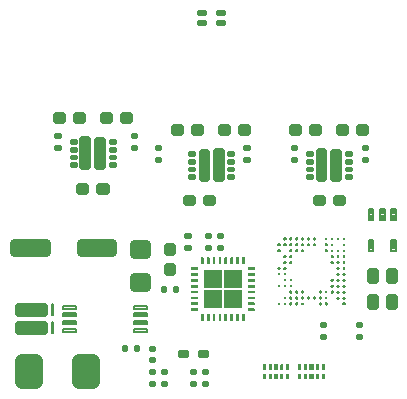
<source format=gbr>
G04 EAGLE Gerber RS-274X export*
G75*
%MOMM*%
%FSLAX34Y34*%
%LPD*%
%INSolderpaste Top*%
%IPPOS*%
%AMOC8*
5,1,8,0,0,1.08239X$1,22.5*%
G01*
%ADD10C,0.250000*%
%ADD11C,0.800000*%
%ADD12C,0.500000*%
%ADD13C,1.200000*%
%ADD14C,0.350000*%
%ADD15C,0.575000*%
%ADD16C,0.199500*%
%ADD17C,0.198000*%
%ADD18C,0.163000*%
%ADD19C,0.220000*%
%ADD20C,0.467500*%
%ADD21C,0.502500*%

G36*
X8501Y104095D02*
X8501Y104095D01*
X8692Y104133D01*
X8693Y104134D01*
X8694Y104134D01*
X8856Y104242D01*
X8857Y104244D01*
X8858Y104244D01*
X8966Y104406D01*
X8966Y104407D01*
X8967Y104408D01*
X9005Y104599D01*
X9005Y104600D01*
X9005Y118500D01*
X9005Y118501D01*
X8967Y118692D01*
X8966Y118693D01*
X8966Y118694D01*
X8858Y118856D01*
X8857Y118857D01*
X8856Y118858D01*
X8694Y118966D01*
X8693Y118966D01*
X8692Y118967D01*
X8501Y119005D01*
X8500Y119005D01*
X-5400Y119005D01*
X-5401Y119005D01*
X-5592Y118967D01*
X-5593Y118966D01*
X-5594Y118966D01*
X-5756Y118858D01*
X-5757Y118857D01*
X-5758Y118856D01*
X-5866Y118694D01*
X-5866Y118693D01*
X-5867Y118692D01*
X-5905Y118501D01*
X-5905Y118500D01*
X-5905Y104600D01*
X-5905Y104599D01*
X-5867Y104408D01*
X-5866Y104407D01*
X-5866Y104406D01*
X-5758Y104244D01*
X-5757Y104243D01*
X-5756Y104242D01*
X-5594Y104134D01*
X-5593Y104134D01*
X-5592Y104133D01*
X-5401Y104095D01*
X-5400Y104095D01*
X8500Y104095D01*
X8501Y104095D01*
G37*
G36*
X8501Y120995D02*
X8501Y120995D01*
X8692Y121033D01*
X8693Y121034D01*
X8694Y121034D01*
X8856Y121142D01*
X8857Y121144D01*
X8858Y121144D01*
X8966Y121306D01*
X8966Y121307D01*
X8967Y121308D01*
X9005Y121499D01*
X9005Y121500D01*
X9005Y135400D01*
X9005Y135401D01*
X8967Y135592D01*
X8966Y135593D01*
X8966Y135594D01*
X8858Y135756D01*
X8857Y135757D01*
X8856Y135758D01*
X8694Y135866D01*
X8693Y135866D01*
X8692Y135867D01*
X8501Y135905D01*
X8500Y135905D01*
X-5400Y135905D01*
X-5401Y135905D01*
X-5592Y135867D01*
X-5593Y135866D01*
X-5594Y135866D01*
X-5756Y135758D01*
X-5757Y135757D01*
X-5758Y135756D01*
X-5866Y135594D01*
X-5866Y135593D01*
X-5867Y135592D01*
X-5905Y135401D01*
X-5905Y135400D01*
X-5905Y121500D01*
X-5905Y121499D01*
X-5867Y121308D01*
X-5866Y121307D01*
X-5866Y121306D01*
X-5758Y121144D01*
X-5757Y121143D01*
X-5756Y121142D01*
X-5594Y121034D01*
X-5593Y121034D01*
X-5592Y121033D01*
X-5401Y120995D01*
X-5400Y120995D01*
X8500Y120995D01*
X8501Y120995D01*
G37*
G36*
X25401Y120995D02*
X25401Y120995D01*
X25592Y121033D01*
X25593Y121034D01*
X25594Y121034D01*
X25756Y121142D01*
X25757Y121144D01*
X25758Y121144D01*
X25866Y121306D01*
X25866Y121307D01*
X25867Y121308D01*
X25905Y121499D01*
X25905Y121500D01*
X25905Y135400D01*
X25905Y135401D01*
X25867Y135592D01*
X25866Y135593D01*
X25866Y135594D01*
X25758Y135756D01*
X25757Y135757D01*
X25756Y135758D01*
X25594Y135866D01*
X25593Y135866D01*
X25592Y135867D01*
X25401Y135905D01*
X25400Y135905D01*
X11500Y135905D01*
X11499Y135905D01*
X11308Y135867D01*
X11307Y135866D01*
X11306Y135866D01*
X11144Y135758D01*
X11143Y135757D01*
X11142Y135756D01*
X11034Y135594D01*
X11034Y135593D01*
X11033Y135592D01*
X10995Y135401D01*
X10995Y135400D01*
X10995Y121500D01*
X10995Y121499D01*
X11033Y121308D01*
X11034Y121307D01*
X11034Y121306D01*
X11142Y121144D01*
X11144Y121143D01*
X11144Y121142D01*
X11306Y121034D01*
X11307Y121034D01*
X11308Y121033D01*
X11499Y120995D01*
X11500Y120995D01*
X25400Y120995D01*
X25401Y120995D01*
G37*
G36*
X25401Y104095D02*
X25401Y104095D01*
X25592Y104133D01*
X25593Y104134D01*
X25594Y104134D01*
X25756Y104242D01*
X25757Y104244D01*
X25758Y104244D01*
X25866Y104406D01*
X25866Y104407D01*
X25867Y104408D01*
X25905Y104599D01*
X25905Y104600D01*
X25905Y118500D01*
X25905Y118501D01*
X25867Y118692D01*
X25866Y118693D01*
X25866Y118694D01*
X25758Y118856D01*
X25757Y118857D01*
X25756Y118858D01*
X25594Y118966D01*
X25593Y118966D01*
X25592Y118967D01*
X25401Y119005D01*
X25400Y119005D01*
X11500Y119005D01*
X11499Y119005D01*
X11308Y118967D01*
X11307Y118966D01*
X11306Y118966D01*
X11144Y118858D01*
X11143Y118857D01*
X11142Y118856D01*
X11034Y118694D01*
X11034Y118693D01*
X11033Y118692D01*
X10995Y118501D01*
X10995Y118500D01*
X10995Y104600D01*
X10995Y104599D01*
X11033Y104408D01*
X11034Y104407D01*
X11034Y104406D01*
X11142Y104244D01*
X11144Y104243D01*
X11144Y104242D01*
X11306Y104134D01*
X11307Y104134D01*
X11308Y104133D01*
X11499Y104095D01*
X11500Y104095D01*
X25400Y104095D01*
X25401Y104095D01*
G37*
G36*
X56251Y51495D02*
X56251Y51495D01*
X56442Y51533D01*
X56443Y51534D01*
X56444Y51534D01*
X56606Y51642D01*
X56607Y51644D01*
X56608Y51644D01*
X56716Y51806D01*
X56716Y51807D01*
X56717Y51808D01*
X56719Y51817D01*
X56722Y51832D01*
X56725Y51847D01*
X56727Y51857D01*
X56730Y51872D01*
X56733Y51887D01*
X56738Y51912D01*
X56740Y51927D01*
X56741Y51927D01*
X56740Y51927D01*
X56745Y51951D01*
X56745Y51952D01*
X56748Y51966D01*
X56751Y51981D01*
X56753Y51991D01*
X56755Y51999D01*
X56755Y52000D01*
X56755Y56000D01*
X56755Y56001D01*
X56717Y56192D01*
X56716Y56193D01*
X56716Y56194D01*
X56608Y56356D01*
X56607Y56357D01*
X56606Y56358D01*
X56444Y56466D01*
X56443Y56466D01*
X56442Y56467D01*
X56251Y56505D01*
X56250Y56505D01*
X53750Y56505D01*
X53749Y56505D01*
X53558Y56467D01*
X53557Y56466D01*
X53556Y56466D01*
X53394Y56358D01*
X53393Y56357D01*
X53392Y56356D01*
X53284Y56194D01*
X53284Y56193D01*
X53283Y56192D01*
X53282Y56186D01*
X53279Y56171D01*
X53274Y56146D01*
X53271Y56132D01*
X53271Y56131D01*
X53266Y56107D01*
X53263Y56092D01*
X53260Y56077D01*
X53258Y56067D01*
X53255Y56052D01*
X53252Y56037D01*
X53247Y56012D01*
X53245Y56001D01*
X53245Y56000D01*
X53245Y52000D01*
X53245Y51999D01*
X53283Y51808D01*
X53284Y51807D01*
X53284Y51806D01*
X53392Y51644D01*
X53394Y51643D01*
X53394Y51642D01*
X53556Y51534D01*
X53557Y51534D01*
X53558Y51533D01*
X53749Y51495D01*
X53750Y51495D01*
X56250Y51495D01*
X56251Y51495D01*
G37*
G36*
X86251Y51495D02*
X86251Y51495D01*
X86442Y51533D01*
X86443Y51534D01*
X86444Y51534D01*
X86606Y51642D01*
X86607Y51644D01*
X86608Y51644D01*
X86716Y51806D01*
X86716Y51807D01*
X86717Y51808D01*
X86719Y51817D01*
X86722Y51832D01*
X86725Y51847D01*
X86727Y51857D01*
X86730Y51872D01*
X86733Y51887D01*
X86738Y51912D01*
X86740Y51927D01*
X86741Y51927D01*
X86740Y51927D01*
X86745Y51951D01*
X86745Y51952D01*
X86748Y51966D01*
X86751Y51981D01*
X86753Y51991D01*
X86755Y51999D01*
X86755Y52000D01*
X86755Y56000D01*
X86755Y56001D01*
X86717Y56192D01*
X86716Y56193D01*
X86716Y56194D01*
X86608Y56356D01*
X86607Y56357D01*
X86606Y56358D01*
X86444Y56466D01*
X86443Y56466D01*
X86442Y56467D01*
X86251Y56505D01*
X86250Y56505D01*
X83750Y56505D01*
X83749Y56505D01*
X83558Y56467D01*
X83557Y56466D01*
X83556Y56466D01*
X83394Y56358D01*
X83393Y56357D01*
X83392Y56356D01*
X83284Y56194D01*
X83284Y56193D01*
X83283Y56192D01*
X83282Y56186D01*
X83279Y56171D01*
X83274Y56146D01*
X83271Y56132D01*
X83271Y56131D01*
X83266Y56107D01*
X83263Y56092D01*
X83260Y56077D01*
X83258Y56067D01*
X83255Y56052D01*
X83252Y56037D01*
X83247Y56012D01*
X83245Y56001D01*
X83245Y56000D01*
X83245Y52000D01*
X83245Y51999D01*
X83283Y51808D01*
X83284Y51807D01*
X83284Y51806D01*
X83392Y51644D01*
X83394Y51643D01*
X83394Y51642D01*
X83556Y51534D01*
X83557Y51534D01*
X83558Y51533D01*
X83749Y51495D01*
X83750Y51495D01*
X86250Y51495D01*
X86251Y51495D01*
G37*
G36*
X56251Y43495D02*
X56251Y43495D01*
X56442Y43533D01*
X56443Y43534D01*
X56444Y43534D01*
X56606Y43642D01*
X56607Y43644D01*
X56608Y43644D01*
X56716Y43806D01*
X56716Y43807D01*
X56717Y43808D01*
X56719Y43817D01*
X56722Y43832D01*
X56725Y43847D01*
X56727Y43857D01*
X56730Y43872D01*
X56733Y43887D01*
X56738Y43912D01*
X56740Y43927D01*
X56741Y43927D01*
X56740Y43927D01*
X56745Y43951D01*
X56745Y43952D01*
X56748Y43966D01*
X56751Y43981D01*
X56753Y43991D01*
X56755Y43999D01*
X56755Y44000D01*
X56755Y48000D01*
X56755Y48001D01*
X56717Y48192D01*
X56716Y48193D01*
X56716Y48194D01*
X56608Y48356D01*
X56607Y48357D01*
X56606Y48358D01*
X56444Y48466D01*
X56443Y48466D01*
X56442Y48467D01*
X56251Y48505D01*
X56250Y48505D01*
X53750Y48505D01*
X53749Y48505D01*
X53558Y48467D01*
X53557Y48466D01*
X53556Y48466D01*
X53394Y48358D01*
X53393Y48357D01*
X53392Y48356D01*
X53284Y48194D01*
X53284Y48193D01*
X53283Y48192D01*
X53282Y48186D01*
X53279Y48171D01*
X53274Y48146D01*
X53271Y48132D01*
X53271Y48131D01*
X53266Y48107D01*
X53263Y48092D01*
X53260Y48077D01*
X53258Y48067D01*
X53255Y48052D01*
X53252Y48037D01*
X53247Y48012D01*
X53245Y48001D01*
X53245Y48000D01*
X53245Y44000D01*
X53245Y43999D01*
X53283Y43808D01*
X53284Y43807D01*
X53284Y43806D01*
X53392Y43644D01*
X53394Y43643D01*
X53394Y43642D01*
X53556Y43534D01*
X53557Y43534D01*
X53558Y43533D01*
X53749Y43495D01*
X53750Y43495D01*
X56250Y43495D01*
X56251Y43495D01*
G37*
G36*
X86251Y43495D02*
X86251Y43495D01*
X86442Y43533D01*
X86443Y43534D01*
X86444Y43534D01*
X86606Y43642D01*
X86607Y43644D01*
X86608Y43644D01*
X86716Y43806D01*
X86716Y43807D01*
X86717Y43808D01*
X86719Y43817D01*
X86722Y43832D01*
X86725Y43847D01*
X86727Y43857D01*
X86730Y43872D01*
X86733Y43887D01*
X86738Y43912D01*
X86740Y43927D01*
X86741Y43927D01*
X86740Y43927D01*
X86745Y43951D01*
X86745Y43952D01*
X86748Y43966D01*
X86751Y43981D01*
X86753Y43991D01*
X86755Y43999D01*
X86755Y44000D01*
X86755Y48000D01*
X86755Y48001D01*
X86717Y48192D01*
X86716Y48193D01*
X86716Y48194D01*
X86608Y48356D01*
X86607Y48357D01*
X86606Y48358D01*
X86444Y48466D01*
X86443Y48466D01*
X86442Y48467D01*
X86251Y48505D01*
X86250Y48505D01*
X83750Y48505D01*
X83749Y48505D01*
X83558Y48467D01*
X83557Y48466D01*
X83556Y48466D01*
X83394Y48358D01*
X83393Y48357D01*
X83392Y48356D01*
X83284Y48194D01*
X83284Y48193D01*
X83283Y48192D01*
X83282Y48186D01*
X83279Y48171D01*
X83274Y48146D01*
X83271Y48132D01*
X83271Y48131D01*
X83266Y48107D01*
X83263Y48092D01*
X83260Y48077D01*
X83258Y48067D01*
X83255Y48052D01*
X83252Y48037D01*
X83247Y48012D01*
X83245Y48001D01*
X83245Y48000D01*
X83245Y44000D01*
X83245Y43999D01*
X83283Y43808D01*
X83284Y43807D01*
X83284Y43806D01*
X83392Y43644D01*
X83394Y43643D01*
X83394Y43642D01*
X83556Y43534D01*
X83557Y43534D01*
X83558Y43533D01*
X83749Y43495D01*
X83750Y43495D01*
X86250Y43495D01*
X86251Y43495D01*
G37*
G36*
X-11500Y131295D02*
X-11500Y131295D01*
X-11499Y131295D01*
X-11308Y131333D01*
X-11307Y131334D01*
X-11306Y131334D01*
X-11144Y131442D01*
X-11143Y131444D01*
X-11142Y131444D01*
X-11034Y131606D01*
X-11034Y131607D01*
X-11033Y131608D01*
X-11031Y131617D01*
X-11028Y131632D01*
X-11025Y131647D01*
X-11023Y131657D01*
X-11020Y131672D01*
X-11017Y131687D01*
X-11013Y131712D01*
X-11012Y131712D01*
X-11010Y131727D01*
X-11005Y131751D01*
X-11005Y131752D01*
X-11002Y131766D01*
X-10999Y131781D01*
X-10997Y131791D01*
X-10995Y131799D01*
X-10995Y131800D01*
X-10995Y133200D01*
X-10995Y133201D01*
X-11033Y133392D01*
X-11034Y133393D01*
X-11034Y133394D01*
X-11142Y133556D01*
X-11144Y133557D01*
X-11144Y133558D01*
X-11306Y133666D01*
X-11307Y133666D01*
X-11308Y133667D01*
X-11499Y133705D01*
X-11500Y133705D01*
X-16500Y133705D01*
X-16501Y133705D01*
X-16692Y133667D01*
X-16693Y133666D01*
X-16694Y133666D01*
X-16856Y133558D01*
X-16857Y133557D01*
X-16858Y133556D01*
X-16966Y133394D01*
X-16966Y133393D01*
X-16967Y133393D01*
X-16967Y133392D01*
X-16969Y133383D01*
X-16972Y133368D01*
X-16975Y133353D01*
X-16977Y133343D01*
X-16980Y133328D01*
X-16983Y133313D01*
X-16988Y133288D01*
X-16991Y133273D01*
X-16995Y133248D01*
X-16998Y133233D01*
X-17001Y133219D01*
X-17003Y133209D01*
X-17005Y133201D01*
X-17005Y133200D01*
X-17005Y131800D01*
X-17005Y131799D01*
X-16967Y131608D01*
X-16966Y131607D01*
X-16966Y131606D01*
X-16858Y131444D01*
X-16857Y131443D01*
X-16856Y131442D01*
X-16694Y131334D01*
X-16693Y131334D01*
X-16692Y131333D01*
X-16501Y131295D01*
X-16500Y131295D01*
X-11500Y131295D01*
X-11500Y131295D01*
G37*
G36*
X-11500Y121295D02*
X-11500Y121295D01*
X-11499Y121295D01*
X-11308Y121333D01*
X-11307Y121334D01*
X-11306Y121334D01*
X-11144Y121442D01*
X-11143Y121444D01*
X-11142Y121444D01*
X-11034Y121606D01*
X-11034Y121607D01*
X-11033Y121608D01*
X-11031Y121617D01*
X-11028Y121632D01*
X-11025Y121647D01*
X-11023Y121657D01*
X-11020Y121672D01*
X-11017Y121687D01*
X-11013Y121712D01*
X-11012Y121712D01*
X-11010Y121727D01*
X-11005Y121751D01*
X-11005Y121752D01*
X-11002Y121766D01*
X-10999Y121781D01*
X-10997Y121791D01*
X-10995Y121799D01*
X-10995Y121800D01*
X-10995Y123200D01*
X-10995Y123201D01*
X-11033Y123392D01*
X-11034Y123393D01*
X-11034Y123394D01*
X-11142Y123556D01*
X-11144Y123557D01*
X-11144Y123558D01*
X-11306Y123666D01*
X-11307Y123666D01*
X-11308Y123667D01*
X-11499Y123705D01*
X-11500Y123705D01*
X-16500Y123705D01*
X-16501Y123705D01*
X-16692Y123667D01*
X-16693Y123666D01*
X-16694Y123666D01*
X-16856Y123558D01*
X-16857Y123557D01*
X-16858Y123556D01*
X-16966Y123394D01*
X-16966Y123393D01*
X-16967Y123393D01*
X-16967Y123392D01*
X-16969Y123383D01*
X-16972Y123368D01*
X-16975Y123353D01*
X-16977Y123343D01*
X-16980Y123328D01*
X-16983Y123313D01*
X-16988Y123288D01*
X-16991Y123273D01*
X-16995Y123248D01*
X-16998Y123233D01*
X-17001Y123219D01*
X-17003Y123209D01*
X-17005Y123201D01*
X-17005Y123200D01*
X-17005Y121800D01*
X-17005Y121799D01*
X-16967Y121608D01*
X-16966Y121607D01*
X-16966Y121606D01*
X-16858Y121444D01*
X-16857Y121443D01*
X-16856Y121442D01*
X-16694Y121334D01*
X-16693Y121334D01*
X-16692Y121333D01*
X-16501Y121295D01*
X-16500Y121295D01*
X-11500Y121295D01*
X-11500Y121295D01*
G37*
G36*
X36501Y106295D02*
X36501Y106295D01*
X36692Y106333D01*
X36693Y106334D01*
X36694Y106334D01*
X36856Y106442D01*
X36857Y106444D01*
X36858Y106444D01*
X36966Y106606D01*
X36966Y106607D01*
X36967Y106608D01*
X36969Y106617D01*
X36972Y106632D01*
X36975Y106647D01*
X36977Y106657D01*
X36980Y106672D01*
X36983Y106687D01*
X36988Y106712D01*
X36990Y106727D01*
X36991Y106727D01*
X36990Y106727D01*
X36995Y106751D01*
X36995Y106752D01*
X36998Y106766D01*
X37001Y106781D01*
X37003Y106791D01*
X37005Y106799D01*
X37005Y106800D01*
X37005Y108200D01*
X37005Y108201D01*
X36967Y108392D01*
X36966Y108393D01*
X36966Y108394D01*
X36858Y108556D01*
X36857Y108557D01*
X36856Y108558D01*
X36694Y108666D01*
X36693Y108666D01*
X36692Y108667D01*
X36501Y108705D01*
X36500Y108705D01*
X31500Y108705D01*
X31499Y108705D01*
X31308Y108667D01*
X31307Y108666D01*
X31306Y108666D01*
X31144Y108558D01*
X31143Y108557D01*
X31142Y108556D01*
X31034Y108394D01*
X31034Y108393D01*
X31033Y108392D01*
X31031Y108383D01*
X31028Y108368D01*
X31025Y108353D01*
X31023Y108343D01*
X31020Y108328D01*
X31017Y108313D01*
X31012Y108288D01*
X31010Y108273D01*
X31009Y108273D01*
X31010Y108273D01*
X31005Y108248D01*
X31002Y108233D01*
X30999Y108219D01*
X30997Y108209D01*
X30995Y108201D01*
X30995Y108200D01*
X30995Y106800D01*
X30995Y106799D01*
X31033Y106608D01*
X31034Y106607D01*
X31034Y106606D01*
X31142Y106444D01*
X31144Y106443D01*
X31144Y106442D01*
X31306Y106334D01*
X31307Y106334D01*
X31308Y106333D01*
X31499Y106295D01*
X31500Y106295D01*
X36500Y106295D01*
X36501Y106295D01*
G37*
G36*
X-11500Y101295D02*
X-11500Y101295D01*
X-11499Y101295D01*
X-11308Y101333D01*
X-11307Y101334D01*
X-11306Y101334D01*
X-11144Y101442D01*
X-11143Y101444D01*
X-11142Y101444D01*
X-11034Y101606D01*
X-11034Y101607D01*
X-11033Y101608D01*
X-11031Y101617D01*
X-11028Y101632D01*
X-11025Y101647D01*
X-11023Y101657D01*
X-11020Y101672D01*
X-11017Y101687D01*
X-11013Y101712D01*
X-11012Y101712D01*
X-11010Y101727D01*
X-11005Y101751D01*
X-11005Y101752D01*
X-11002Y101766D01*
X-10999Y101781D01*
X-10997Y101791D01*
X-10995Y101799D01*
X-10995Y101800D01*
X-10995Y103200D01*
X-10995Y103201D01*
X-11033Y103392D01*
X-11034Y103393D01*
X-11034Y103394D01*
X-11142Y103556D01*
X-11144Y103557D01*
X-11144Y103558D01*
X-11306Y103666D01*
X-11307Y103666D01*
X-11308Y103667D01*
X-11499Y103705D01*
X-11500Y103705D01*
X-16500Y103705D01*
X-16501Y103705D01*
X-16692Y103667D01*
X-16693Y103666D01*
X-16694Y103666D01*
X-16856Y103558D01*
X-16857Y103557D01*
X-16858Y103556D01*
X-16966Y103394D01*
X-16966Y103393D01*
X-16967Y103393D01*
X-16967Y103392D01*
X-16969Y103383D01*
X-16972Y103368D01*
X-16975Y103353D01*
X-16977Y103343D01*
X-16980Y103328D01*
X-16983Y103313D01*
X-16988Y103288D01*
X-16991Y103273D01*
X-16995Y103248D01*
X-16998Y103233D01*
X-17001Y103219D01*
X-17003Y103209D01*
X-17005Y103201D01*
X-17005Y103200D01*
X-17005Y101800D01*
X-17005Y101799D01*
X-16967Y101608D01*
X-16966Y101607D01*
X-16966Y101606D01*
X-16858Y101444D01*
X-16857Y101443D01*
X-16856Y101442D01*
X-16694Y101334D01*
X-16693Y101334D01*
X-16692Y101333D01*
X-16501Y101295D01*
X-16500Y101295D01*
X-11500Y101295D01*
X-11500Y101295D01*
G37*
G36*
X36501Y126295D02*
X36501Y126295D01*
X36692Y126333D01*
X36693Y126334D01*
X36694Y126334D01*
X36856Y126442D01*
X36857Y126444D01*
X36858Y126444D01*
X36966Y126606D01*
X36966Y126607D01*
X36967Y126608D01*
X36969Y126617D01*
X36972Y126632D01*
X36975Y126647D01*
X36977Y126657D01*
X36980Y126672D01*
X36983Y126687D01*
X36988Y126712D01*
X36990Y126727D01*
X36991Y126727D01*
X36990Y126727D01*
X36995Y126751D01*
X36995Y126752D01*
X36998Y126766D01*
X37001Y126781D01*
X37003Y126791D01*
X37005Y126799D01*
X37005Y126800D01*
X37005Y128200D01*
X37005Y128201D01*
X36967Y128392D01*
X36966Y128393D01*
X36966Y128394D01*
X36858Y128556D01*
X36857Y128557D01*
X36856Y128558D01*
X36694Y128666D01*
X36693Y128666D01*
X36692Y128667D01*
X36501Y128705D01*
X36500Y128705D01*
X31500Y128705D01*
X31499Y128705D01*
X31308Y128667D01*
X31307Y128666D01*
X31306Y128666D01*
X31144Y128558D01*
X31143Y128557D01*
X31142Y128556D01*
X31034Y128394D01*
X31034Y128393D01*
X31033Y128392D01*
X31031Y128383D01*
X31028Y128368D01*
X31025Y128353D01*
X31023Y128343D01*
X31020Y128328D01*
X31017Y128313D01*
X31012Y128288D01*
X31010Y128273D01*
X31009Y128273D01*
X31010Y128273D01*
X31005Y128248D01*
X31002Y128233D01*
X30999Y128219D01*
X30997Y128209D01*
X30995Y128201D01*
X30995Y128200D01*
X30995Y126800D01*
X30995Y126799D01*
X31033Y126608D01*
X31034Y126607D01*
X31034Y126606D01*
X31142Y126444D01*
X31144Y126443D01*
X31144Y126442D01*
X31306Y126334D01*
X31307Y126334D01*
X31308Y126333D01*
X31499Y126295D01*
X31500Y126295D01*
X36500Y126295D01*
X36501Y126295D01*
G37*
G36*
X-11500Y116295D02*
X-11500Y116295D01*
X-11499Y116295D01*
X-11308Y116333D01*
X-11307Y116334D01*
X-11306Y116334D01*
X-11144Y116442D01*
X-11143Y116444D01*
X-11142Y116444D01*
X-11034Y116606D01*
X-11034Y116607D01*
X-11033Y116608D01*
X-11031Y116617D01*
X-11028Y116632D01*
X-11025Y116647D01*
X-11023Y116657D01*
X-11020Y116672D01*
X-11017Y116687D01*
X-11013Y116712D01*
X-11012Y116712D01*
X-11010Y116727D01*
X-11005Y116751D01*
X-11005Y116752D01*
X-11002Y116766D01*
X-10999Y116781D01*
X-10997Y116791D01*
X-10995Y116799D01*
X-10995Y116800D01*
X-10995Y118200D01*
X-10995Y118201D01*
X-11033Y118392D01*
X-11034Y118393D01*
X-11034Y118394D01*
X-11142Y118556D01*
X-11144Y118557D01*
X-11144Y118558D01*
X-11306Y118666D01*
X-11307Y118666D01*
X-11308Y118667D01*
X-11499Y118705D01*
X-11500Y118705D01*
X-16500Y118705D01*
X-16501Y118705D01*
X-16692Y118667D01*
X-16693Y118666D01*
X-16694Y118666D01*
X-16856Y118558D01*
X-16857Y118557D01*
X-16858Y118556D01*
X-16966Y118394D01*
X-16966Y118393D01*
X-16967Y118393D01*
X-16967Y118392D01*
X-16969Y118383D01*
X-16972Y118368D01*
X-16975Y118353D01*
X-16977Y118343D01*
X-16980Y118328D01*
X-16983Y118313D01*
X-16988Y118288D01*
X-16991Y118273D01*
X-16995Y118248D01*
X-16998Y118233D01*
X-17001Y118219D01*
X-17003Y118209D01*
X-17005Y118201D01*
X-17005Y118200D01*
X-17005Y116800D01*
X-17005Y116799D01*
X-16967Y116608D01*
X-16966Y116607D01*
X-16966Y116606D01*
X-16858Y116444D01*
X-16857Y116443D01*
X-16856Y116442D01*
X-16694Y116334D01*
X-16693Y116334D01*
X-16692Y116333D01*
X-16501Y116295D01*
X-16500Y116295D01*
X-11500Y116295D01*
X-11500Y116295D01*
G37*
G36*
X36501Y121295D02*
X36501Y121295D01*
X36692Y121333D01*
X36693Y121334D01*
X36694Y121334D01*
X36856Y121442D01*
X36857Y121444D01*
X36858Y121444D01*
X36966Y121606D01*
X36966Y121607D01*
X36967Y121608D01*
X36969Y121617D01*
X36972Y121632D01*
X36975Y121647D01*
X36977Y121657D01*
X36980Y121672D01*
X36983Y121687D01*
X36988Y121712D01*
X36990Y121727D01*
X36991Y121727D01*
X36990Y121727D01*
X36995Y121751D01*
X36995Y121752D01*
X36998Y121766D01*
X37001Y121781D01*
X37003Y121791D01*
X37005Y121799D01*
X37005Y121800D01*
X37005Y123200D01*
X37005Y123201D01*
X36967Y123392D01*
X36966Y123393D01*
X36966Y123394D01*
X36858Y123556D01*
X36857Y123557D01*
X36856Y123558D01*
X36694Y123666D01*
X36693Y123666D01*
X36692Y123667D01*
X36501Y123705D01*
X36500Y123705D01*
X31500Y123705D01*
X31499Y123705D01*
X31308Y123667D01*
X31307Y123666D01*
X31306Y123666D01*
X31144Y123558D01*
X31143Y123557D01*
X31142Y123556D01*
X31034Y123394D01*
X31034Y123393D01*
X31033Y123392D01*
X31031Y123383D01*
X31028Y123368D01*
X31025Y123353D01*
X31023Y123343D01*
X31020Y123328D01*
X31017Y123313D01*
X31012Y123288D01*
X31010Y123273D01*
X31009Y123273D01*
X31010Y123273D01*
X31005Y123248D01*
X31002Y123233D01*
X30999Y123219D01*
X30997Y123209D01*
X30995Y123201D01*
X30995Y123200D01*
X30995Y121800D01*
X30995Y121799D01*
X31033Y121608D01*
X31034Y121607D01*
X31034Y121606D01*
X31142Y121444D01*
X31144Y121443D01*
X31144Y121442D01*
X31306Y121334D01*
X31307Y121334D01*
X31308Y121333D01*
X31499Y121295D01*
X31500Y121295D01*
X36500Y121295D01*
X36501Y121295D01*
G37*
G36*
X36501Y136295D02*
X36501Y136295D01*
X36692Y136333D01*
X36693Y136334D01*
X36694Y136334D01*
X36856Y136442D01*
X36857Y136444D01*
X36858Y136444D01*
X36966Y136606D01*
X36966Y136607D01*
X36967Y136608D01*
X36969Y136617D01*
X36972Y136632D01*
X36975Y136647D01*
X36977Y136657D01*
X36980Y136672D01*
X36983Y136687D01*
X36988Y136712D01*
X36990Y136727D01*
X36991Y136727D01*
X36990Y136727D01*
X36995Y136751D01*
X36995Y136752D01*
X36998Y136766D01*
X37001Y136781D01*
X37003Y136791D01*
X37005Y136799D01*
X37005Y136800D01*
X37005Y138200D01*
X37005Y138201D01*
X36967Y138392D01*
X36966Y138393D01*
X36966Y138394D01*
X36858Y138556D01*
X36857Y138557D01*
X36856Y138558D01*
X36694Y138666D01*
X36693Y138666D01*
X36692Y138667D01*
X36501Y138705D01*
X36500Y138705D01*
X31500Y138705D01*
X31499Y138705D01*
X31308Y138667D01*
X31307Y138666D01*
X31306Y138666D01*
X31144Y138558D01*
X31143Y138557D01*
X31142Y138556D01*
X31034Y138394D01*
X31034Y138393D01*
X31033Y138392D01*
X31031Y138383D01*
X31028Y138368D01*
X31025Y138353D01*
X31023Y138343D01*
X31020Y138328D01*
X31017Y138313D01*
X31012Y138288D01*
X31010Y138273D01*
X31009Y138273D01*
X31010Y138273D01*
X31005Y138248D01*
X31002Y138233D01*
X30999Y138219D01*
X30997Y138209D01*
X30995Y138201D01*
X30995Y138200D01*
X30995Y136800D01*
X30995Y136799D01*
X31033Y136608D01*
X31034Y136607D01*
X31034Y136606D01*
X31142Y136444D01*
X31144Y136443D01*
X31144Y136442D01*
X31306Y136334D01*
X31307Y136334D01*
X31308Y136333D01*
X31499Y136295D01*
X31500Y136295D01*
X36500Y136295D01*
X36501Y136295D01*
G37*
G36*
X-11500Y136295D02*
X-11500Y136295D01*
X-11499Y136295D01*
X-11308Y136333D01*
X-11307Y136334D01*
X-11306Y136334D01*
X-11144Y136442D01*
X-11143Y136444D01*
X-11142Y136444D01*
X-11034Y136606D01*
X-11034Y136607D01*
X-11033Y136608D01*
X-11031Y136617D01*
X-11028Y136632D01*
X-11025Y136647D01*
X-11023Y136657D01*
X-11020Y136672D01*
X-11017Y136687D01*
X-11013Y136712D01*
X-11012Y136712D01*
X-11010Y136727D01*
X-11005Y136751D01*
X-11005Y136752D01*
X-11002Y136766D01*
X-10999Y136781D01*
X-10997Y136791D01*
X-10995Y136799D01*
X-10995Y136800D01*
X-10995Y138200D01*
X-10995Y138201D01*
X-11033Y138392D01*
X-11034Y138393D01*
X-11034Y138394D01*
X-11142Y138556D01*
X-11144Y138557D01*
X-11144Y138558D01*
X-11306Y138666D01*
X-11307Y138666D01*
X-11308Y138667D01*
X-11499Y138705D01*
X-11500Y138705D01*
X-16500Y138705D01*
X-16501Y138705D01*
X-16692Y138667D01*
X-16693Y138666D01*
X-16694Y138666D01*
X-16856Y138558D01*
X-16857Y138557D01*
X-16858Y138556D01*
X-16966Y138394D01*
X-16966Y138393D01*
X-16967Y138393D01*
X-16967Y138392D01*
X-16969Y138383D01*
X-16972Y138368D01*
X-16975Y138353D01*
X-16977Y138343D01*
X-16980Y138328D01*
X-16983Y138313D01*
X-16988Y138288D01*
X-16991Y138273D01*
X-16995Y138248D01*
X-16998Y138233D01*
X-17001Y138219D01*
X-17003Y138209D01*
X-17005Y138201D01*
X-17005Y138200D01*
X-17005Y136800D01*
X-17005Y136799D01*
X-16967Y136608D01*
X-16966Y136607D01*
X-16966Y136606D01*
X-16858Y136444D01*
X-16857Y136443D01*
X-16856Y136442D01*
X-16694Y136334D01*
X-16693Y136334D01*
X-16692Y136333D01*
X-16501Y136295D01*
X-16500Y136295D01*
X-11500Y136295D01*
X-11500Y136295D01*
G37*
G36*
X36501Y101295D02*
X36501Y101295D01*
X36692Y101333D01*
X36693Y101334D01*
X36694Y101334D01*
X36856Y101442D01*
X36857Y101444D01*
X36858Y101444D01*
X36966Y101606D01*
X36966Y101607D01*
X36967Y101608D01*
X36969Y101617D01*
X36972Y101632D01*
X36975Y101647D01*
X36977Y101657D01*
X36980Y101672D01*
X36983Y101687D01*
X36988Y101712D01*
X36990Y101727D01*
X36991Y101727D01*
X36990Y101727D01*
X36995Y101751D01*
X36995Y101752D01*
X36998Y101766D01*
X37001Y101781D01*
X37003Y101791D01*
X37005Y101799D01*
X37005Y101800D01*
X37005Y103200D01*
X37005Y103201D01*
X36967Y103392D01*
X36966Y103393D01*
X36966Y103394D01*
X36858Y103556D01*
X36857Y103557D01*
X36856Y103558D01*
X36694Y103666D01*
X36693Y103666D01*
X36692Y103667D01*
X36501Y103705D01*
X36500Y103705D01*
X31500Y103705D01*
X31499Y103705D01*
X31308Y103667D01*
X31307Y103666D01*
X31306Y103666D01*
X31144Y103558D01*
X31143Y103557D01*
X31142Y103556D01*
X31034Y103394D01*
X31034Y103393D01*
X31033Y103392D01*
X31031Y103383D01*
X31028Y103368D01*
X31025Y103353D01*
X31023Y103343D01*
X31020Y103328D01*
X31017Y103313D01*
X31012Y103288D01*
X31010Y103273D01*
X31009Y103273D01*
X31010Y103273D01*
X31005Y103248D01*
X31002Y103233D01*
X30999Y103219D01*
X30997Y103209D01*
X30995Y103201D01*
X30995Y103200D01*
X30995Y101800D01*
X30995Y101799D01*
X31033Y101608D01*
X31034Y101607D01*
X31034Y101606D01*
X31142Y101444D01*
X31144Y101443D01*
X31144Y101442D01*
X31306Y101334D01*
X31307Y101334D01*
X31308Y101333D01*
X31499Y101295D01*
X31500Y101295D01*
X36500Y101295D01*
X36501Y101295D01*
G37*
G36*
X-11500Y126295D02*
X-11500Y126295D01*
X-11499Y126295D01*
X-11308Y126333D01*
X-11307Y126334D01*
X-11306Y126334D01*
X-11144Y126442D01*
X-11143Y126444D01*
X-11142Y126444D01*
X-11034Y126606D01*
X-11034Y126607D01*
X-11033Y126608D01*
X-11031Y126617D01*
X-11028Y126632D01*
X-11025Y126647D01*
X-11023Y126657D01*
X-11020Y126672D01*
X-11017Y126687D01*
X-11013Y126712D01*
X-11012Y126712D01*
X-11010Y126727D01*
X-11005Y126751D01*
X-11005Y126752D01*
X-11002Y126766D01*
X-10999Y126781D01*
X-10997Y126791D01*
X-10995Y126799D01*
X-10995Y126800D01*
X-10995Y128200D01*
X-10995Y128201D01*
X-11033Y128392D01*
X-11034Y128393D01*
X-11034Y128394D01*
X-11142Y128556D01*
X-11144Y128557D01*
X-11144Y128558D01*
X-11306Y128666D01*
X-11307Y128666D01*
X-11308Y128667D01*
X-11499Y128705D01*
X-11500Y128705D01*
X-16500Y128705D01*
X-16501Y128705D01*
X-16692Y128667D01*
X-16693Y128666D01*
X-16694Y128666D01*
X-16856Y128558D01*
X-16857Y128557D01*
X-16858Y128556D01*
X-16966Y128394D01*
X-16966Y128393D01*
X-16967Y128393D01*
X-16967Y128392D01*
X-16969Y128383D01*
X-16972Y128368D01*
X-16975Y128353D01*
X-16977Y128343D01*
X-16980Y128328D01*
X-16983Y128313D01*
X-16988Y128288D01*
X-16991Y128273D01*
X-16995Y128248D01*
X-16998Y128233D01*
X-17001Y128219D01*
X-17003Y128209D01*
X-17005Y128201D01*
X-17005Y128200D01*
X-17005Y126800D01*
X-17005Y126799D01*
X-16967Y126608D01*
X-16966Y126607D01*
X-16966Y126606D01*
X-16858Y126444D01*
X-16857Y126443D01*
X-16856Y126442D01*
X-16694Y126334D01*
X-16693Y126334D01*
X-16692Y126333D01*
X-16501Y126295D01*
X-16500Y126295D01*
X-11500Y126295D01*
X-11500Y126295D01*
G37*
G36*
X36501Y131295D02*
X36501Y131295D01*
X36692Y131333D01*
X36693Y131334D01*
X36694Y131334D01*
X36856Y131442D01*
X36857Y131444D01*
X36858Y131444D01*
X36966Y131606D01*
X36966Y131607D01*
X36967Y131608D01*
X36969Y131617D01*
X36972Y131632D01*
X36975Y131647D01*
X36977Y131657D01*
X36980Y131672D01*
X36983Y131687D01*
X36988Y131712D01*
X36990Y131727D01*
X36991Y131727D01*
X36990Y131727D01*
X36995Y131751D01*
X36995Y131752D01*
X36998Y131766D01*
X37001Y131781D01*
X37003Y131791D01*
X37005Y131799D01*
X37005Y131800D01*
X37005Y133200D01*
X37005Y133201D01*
X36967Y133392D01*
X36966Y133393D01*
X36966Y133394D01*
X36858Y133556D01*
X36857Y133557D01*
X36856Y133558D01*
X36694Y133666D01*
X36693Y133666D01*
X36692Y133667D01*
X36501Y133705D01*
X36500Y133705D01*
X31500Y133705D01*
X31499Y133705D01*
X31308Y133667D01*
X31307Y133666D01*
X31306Y133666D01*
X31144Y133558D01*
X31143Y133557D01*
X31142Y133556D01*
X31034Y133394D01*
X31034Y133393D01*
X31033Y133392D01*
X31031Y133383D01*
X31028Y133368D01*
X31025Y133353D01*
X31023Y133343D01*
X31020Y133328D01*
X31017Y133313D01*
X31012Y133288D01*
X31010Y133273D01*
X31009Y133273D01*
X31010Y133273D01*
X31005Y133248D01*
X31002Y133233D01*
X30999Y133219D01*
X30997Y133209D01*
X30995Y133201D01*
X30995Y133200D01*
X30995Y131800D01*
X30995Y131799D01*
X31033Y131608D01*
X31034Y131607D01*
X31034Y131606D01*
X31142Y131444D01*
X31144Y131443D01*
X31144Y131442D01*
X31306Y131334D01*
X31307Y131334D01*
X31308Y131333D01*
X31499Y131295D01*
X31500Y131295D01*
X36500Y131295D01*
X36501Y131295D01*
G37*
G36*
X-11500Y106295D02*
X-11500Y106295D01*
X-11499Y106295D01*
X-11308Y106333D01*
X-11307Y106334D01*
X-11306Y106334D01*
X-11144Y106442D01*
X-11143Y106444D01*
X-11142Y106444D01*
X-11034Y106606D01*
X-11034Y106607D01*
X-11033Y106608D01*
X-11031Y106617D01*
X-11028Y106632D01*
X-11025Y106647D01*
X-11023Y106657D01*
X-11020Y106672D01*
X-11017Y106687D01*
X-11013Y106712D01*
X-11012Y106712D01*
X-11010Y106727D01*
X-11005Y106751D01*
X-11005Y106752D01*
X-11002Y106766D01*
X-10999Y106781D01*
X-10997Y106791D01*
X-10995Y106799D01*
X-10995Y106800D01*
X-10995Y108200D01*
X-10995Y108201D01*
X-11033Y108392D01*
X-11034Y108393D01*
X-11034Y108394D01*
X-11142Y108556D01*
X-11144Y108557D01*
X-11144Y108558D01*
X-11306Y108666D01*
X-11307Y108666D01*
X-11308Y108667D01*
X-11499Y108705D01*
X-11500Y108705D01*
X-16500Y108705D01*
X-16501Y108705D01*
X-16692Y108667D01*
X-16693Y108666D01*
X-16694Y108666D01*
X-16856Y108558D01*
X-16857Y108557D01*
X-16858Y108556D01*
X-16966Y108394D01*
X-16966Y108393D01*
X-16967Y108393D01*
X-16967Y108392D01*
X-16969Y108383D01*
X-16972Y108368D01*
X-16975Y108353D01*
X-16977Y108343D01*
X-16980Y108328D01*
X-16983Y108313D01*
X-16988Y108288D01*
X-16991Y108273D01*
X-16995Y108248D01*
X-16998Y108233D01*
X-17001Y108219D01*
X-17003Y108209D01*
X-17005Y108201D01*
X-17005Y108200D01*
X-17005Y106800D01*
X-17005Y106799D01*
X-16967Y106608D01*
X-16966Y106607D01*
X-16966Y106606D01*
X-16858Y106444D01*
X-16857Y106443D01*
X-16856Y106442D01*
X-16694Y106334D01*
X-16693Y106334D01*
X-16692Y106333D01*
X-16501Y106295D01*
X-16500Y106295D01*
X-11500Y106295D01*
X-11500Y106295D01*
G37*
G36*
X36501Y116295D02*
X36501Y116295D01*
X36692Y116333D01*
X36693Y116334D01*
X36694Y116334D01*
X36856Y116442D01*
X36857Y116444D01*
X36858Y116444D01*
X36966Y116606D01*
X36966Y116607D01*
X36967Y116608D01*
X36969Y116617D01*
X36972Y116632D01*
X36975Y116647D01*
X36977Y116657D01*
X36980Y116672D01*
X36983Y116687D01*
X36988Y116712D01*
X36990Y116727D01*
X36991Y116727D01*
X36990Y116727D01*
X36995Y116751D01*
X36995Y116752D01*
X36998Y116766D01*
X37001Y116781D01*
X37003Y116791D01*
X37005Y116799D01*
X37005Y116800D01*
X37005Y118200D01*
X37005Y118201D01*
X36967Y118392D01*
X36966Y118393D01*
X36966Y118394D01*
X36858Y118556D01*
X36857Y118557D01*
X36856Y118558D01*
X36694Y118666D01*
X36693Y118666D01*
X36692Y118667D01*
X36501Y118705D01*
X36500Y118705D01*
X31500Y118705D01*
X31499Y118705D01*
X31308Y118667D01*
X31307Y118666D01*
X31306Y118666D01*
X31144Y118558D01*
X31143Y118557D01*
X31142Y118556D01*
X31034Y118394D01*
X31034Y118393D01*
X31033Y118392D01*
X31031Y118383D01*
X31028Y118368D01*
X31025Y118353D01*
X31023Y118343D01*
X31020Y118328D01*
X31017Y118313D01*
X31012Y118288D01*
X31010Y118273D01*
X31009Y118273D01*
X31010Y118273D01*
X31005Y118248D01*
X31002Y118233D01*
X30999Y118219D01*
X30997Y118209D01*
X30995Y118201D01*
X30995Y118200D01*
X30995Y116800D01*
X30995Y116799D01*
X31033Y116608D01*
X31034Y116607D01*
X31034Y116606D01*
X31142Y116444D01*
X31144Y116443D01*
X31144Y116442D01*
X31306Y116334D01*
X31307Y116334D01*
X31308Y116333D01*
X31499Y116295D01*
X31500Y116295D01*
X36500Y116295D01*
X36501Y116295D01*
G37*
G36*
X36501Y111295D02*
X36501Y111295D01*
X36692Y111333D01*
X36693Y111334D01*
X36694Y111334D01*
X36856Y111442D01*
X36857Y111444D01*
X36858Y111444D01*
X36966Y111606D01*
X36966Y111607D01*
X36967Y111608D01*
X36969Y111617D01*
X36972Y111632D01*
X36975Y111647D01*
X36977Y111657D01*
X36980Y111672D01*
X36983Y111687D01*
X36988Y111712D01*
X36990Y111727D01*
X36991Y111727D01*
X36990Y111727D01*
X36995Y111751D01*
X36995Y111752D01*
X36998Y111766D01*
X37001Y111781D01*
X37003Y111791D01*
X37005Y111799D01*
X37005Y111800D01*
X37005Y113200D01*
X37005Y113201D01*
X36967Y113392D01*
X36966Y113393D01*
X36966Y113394D01*
X36858Y113556D01*
X36857Y113557D01*
X36856Y113558D01*
X36694Y113666D01*
X36693Y113666D01*
X36692Y113667D01*
X36501Y113705D01*
X36500Y113705D01*
X31500Y113705D01*
X31499Y113705D01*
X31308Y113667D01*
X31307Y113666D01*
X31306Y113666D01*
X31144Y113558D01*
X31143Y113557D01*
X31142Y113556D01*
X31034Y113394D01*
X31034Y113393D01*
X31033Y113392D01*
X31031Y113383D01*
X31028Y113368D01*
X31025Y113353D01*
X31023Y113343D01*
X31020Y113328D01*
X31017Y113313D01*
X31012Y113288D01*
X31010Y113273D01*
X31009Y113273D01*
X31010Y113273D01*
X31005Y113248D01*
X31002Y113233D01*
X30999Y113219D01*
X30997Y113209D01*
X30995Y113201D01*
X30995Y113200D01*
X30995Y111800D01*
X30995Y111799D01*
X31033Y111608D01*
X31034Y111607D01*
X31034Y111606D01*
X31142Y111444D01*
X31144Y111443D01*
X31144Y111442D01*
X31306Y111334D01*
X31307Y111334D01*
X31308Y111333D01*
X31499Y111295D01*
X31500Y111295D01*
X36500Y111295D01*
X36501Y111295D01*
G37*
G36*
X-11500Y111295D02*
X-11500Y111295D01*
X-11499Y111295D01*
X-11308Y111333D01*
X-11307Y111334D01*
X-11306Y111334D01*
X-11144Y111442D01*
X-11143Y111444D01*
X-11142Y111444D01*
X-11034Y111606D01*
X-11034Y111607D01*
X-11033Y111608D01*
X-11031Y111617D01*
X-11028Y111632D01*
X-11025Y111647D01*
X-11023Y111657D01*
X-11020Y111672D01*
X-11017Y111687D01*
X-11013Y111712D01*
X-11012Y111712D01*
X-11010Y111727D01*
X-11005Y111751D01*
X-11005Y111752D01*
X-11002Y111766D01*
X-10999Y111781D01*
X-10997Y111791D01*
X-10995Y111799D01*
X-10995Y111800D01*
X-10995Y113200D01*
X-10995Y113201D01*
X-11033Y113392D01*
X-11034Y113393D01*
X-11034Y113394D01*
X-11142Y113556D01*
X-11144Y113557D01*
X-11144Y113558D01*
X-11306Y113666D01*
X-11307Y113666D01*
X-11308Y113667D01*
X-11499Y113705D01*
X-11500Y113705D01*
X-16500Y113705D01*
X-16501Y113705D01*
X-16692Y113667D01*
X-16693Y113666D01*
X-16694Y113666D01*
X-16856Y113558D01*
X-16857Y113557D01*
X-16858Y113556D01*
X-16966Y113394D01*
X-16966Y113393D01*
X-16967Y113393D01*
X-16967Y113392D01*
X-16969Y113383D01*
X-16972Y113368D01*
X-16975Y113353D01*
X-16977Y113343D01*
X-16980Y113328D01*
X-16983Y113313D01*
X-16988Y113288D01*
X-16991Y113273D01*
X-16995Y113248D01*
X-16998Y113233D01*
X-17001Y113219D01*
X-17003Y113209D01*
X-17005Y113201D01*
X-17005Y113200D01*
X-17005Y111800D01*
X-17005Y111799D01*
X-16967Y111608D01*
X-16966Y111607D01*
X-16966Y111606D01*
X-16858Y111444D01*
X-16857Y111443D01*
X-16856Y111442D01*
X-16694Y111334D01*
X-16693Y111334D01*
X-16692Y111333D01*
X-16501Y111295D01*
X-16500Y111295D01*
X-11500Y111295D01*
X-11500Y111295D01*
G37*
G36*
X28201Y140995D02*
X28201Y140995D01*
X28392Y141033D01*
X28393Y141034D01*
X28394Y141034D01*
X28556Y141142D01*
X28557Y141144D01*
X28558Y141144D01*
X28666Y141306D01*
X28666Y141307D01*
X28667Y141308D01*
X28669Y141317D01*
X28672Y141332D01*
X28675Y141347D01*
X28677Y141357D01*
X28680Y141372D01*
X28683Y141387D01*
X28688Y141412D01*
X28690Y141427D01*
X28691Y141427D01*
X28690Y141427D01*
X28695Y141451D01*
X28695Y141452D01*
X28698Y141466D01*
X28701Y141481D01*
X28703Y141491D01*
X28705Y141499D01*
X28705Y141500D01*
X28705Y146500D01*
X28705Y146501D01*
X28667Y146692D01*
X28666Y146693D01*
X28666Y146694D01*
X28558Y146856D01*
X28557Y146857D01*
X28556Y146858D01*
X28394Y146966D01*
X28393Y146966D01*
X28392Y146967D01*
X28201Y147005D01*
X28200Y147005D01*
X26800Y147005D01*
X26799Y147005D01*
X26608Y146967D01*
X26607Y146966D01*
X26606Y146966D01*
X26444Y146858D01*
X26443Y146857D01*
X26442Y146856D01*
X26334Y146694D01*
X26334Y146693D01*
X26333Y146692D01*
X26329Y146670D01*
X26326Y146655D01*
X26323Y146640D01*
X26321Y146630D01*
X26318Y146615D01*
X26315Y146600D01*
X26313Y146590D01*
X26310Y146576D01*
X26307Y146561D01*
X26302Y146536D01*
X26299Y146521D01*
X26295Y146501D01*
X26295Y146500D01*
X26295Y141500D01*
X26295Y141499D01*
X26333Y141308D01*
X26334Y141307D01*
X26334Y141306D01*
X26442Y141144D01*
X26444Y141143D01*
X26444Y141142D01*
X26606Y141034D01*
X26607Y141034D01*
X26608Y141033D01*
X26799Y140995D01*
X26800Y140995D01*
X28200Y140995D01*
X28201Y140995D01*
G37*
G36*
X23201Y140995D02*
X23201Y140995D01*
X23392Y141033D01*
X23393Y141034D01*
X23394Y141034D01*
X23556Y141142D01*
X23557Y141144D01*
X23558Y141144D01*
X23666Y141306D01*
X23666Y141307D01*
X23667Y141308D01*
X23669Y141317D01*
X23672Y141332D01*
X23675Y141347D01*
X23677Y141357D01*
X23680Y141372D01*
X23683Y141387D01*
X23688Y141412D01*
X23690Y141427D01*
X23691Y141427D01*
X23690Y141427D01*
X23695Y141451D01*
X23695Y141452D01*
X23698Y141466D01*
X23701Y141481D01*
X23703Y141491D01*
X23705Y141499D01*
X23705Y141500D01*
X23705Y146500D01*
X23705Y146501D01*
X23667Y146692D01*
X23666Y146693D01*
X23666Y146694D01*
X23558Y146856D01*
X23557Y146857D01*
X23556Y146858D01*
X23394Y146966D01*
X23393Y146966D01*
X23392Y146967D01*
X23201Y147005D01*
X23200Y147005D01*
X21800Y147005D01*
X21799Y147005D01*
X21608Y146967D01*
X21607Y146966D01*
X21606Y146966D01*
X21444Y146858D01*
X21443Y146857D01*
X21442Y146856D01*
X21334Y146694D01*
X21334Y146693D01*
X21333Y146692D01*
X21329Y146670D01*
X21326Y146655D01*
X21323Y146640D01*
X21321Y146630D01*
X21318Y146615D01*
X21315Y146600D01*
X21313Y146590D01*
X21310Y146576D01*
X21307Y146561D01*
X21302Y146536D01*
X21299Y146521D01*
X21295Y146501D01*
X21295Y146500D01*
X21295Y141500D01*
X21295Y141499D01*
X21333Y141308D01*
X21334Y141307D01*
X21334Y141306D01*
X21442Y141144D01*
X21444Y141143D01*
X21444Y141142D01*
X21606Y141034D01*
X21607Y141034D01*
X21608Y141033D01*
X21799Y140995D01*
X21800Y140995D01*
X23200Y140995D01*
X23201Y140995D01*
G37*
G36*
X23201Y92995D02*
X23201Y92995D01*
X23392Y93033D01*
X23393Y93034D01*
X23394Y93034D01*
X23556Y93142D01*
X23557Y93144D01*
X23558Y93144D01*
X23666Y93306D01*
X23666Y93307D01*
X23667Y93308D01*
X23669Y93317D01*
X23672Y93332D01*
X23675Y93347D01*
X23677Y93357D01*
X23680Y93372D01*
X23683Y93387D01*
X23688Y93412D01*
X23690Y93427D01*
X23691Y93427D01*
X23690Y93427D01*
X23695Y93451D01*
X23695Y93452D01*
X23698Y93466D01*
X23701Y93481D01*
X23703Y93491D01*
X23705Y93499D01*
X23705Y93500D01*
X23705Y98500D01*
X23705Y98501D01*
X23667Y98692D01*
X23666Y98693D01*
X23666Y98694D01*
X23558Y98856D01*
X23557Y98857D01*
X23556Y98858D01*
X23394Y98966D01*
X23393Y98966D01*
X23392Y98967D01*
X23201Y99005D01*
X23200Y99005D01*
X21800Y99005D01*
X21799Y99005D01*
X21608Y98967D01*
X21607Y98966D01*
X21606Y98966D01*
X21444Y98858D01*
X21443Y98857D01*
X21442Y98856D01*
X21334Y98694D01*
X21334Y98693D01*
X21333Y98692D01*
X21329Y98670D01*
X21326Y98655D01*
X21323Y98640D01*
X21321Y98630D01*
X21318Y98615D01*
X21315Y98600D01*
X21313Y98590D01*
X21310Y98576D01*
X21307Y98561D01*
X21302Y98536D01*
X21299Y98521D01*
X21295Y98501D01*
X21295Y98500D01*
X21295Y93500D01*
X21295Y93499D01*
X21333Y93308D01*
X21334Y93307D01*
X21334Y93306D01*
X21442Y93144D01*
X21444Y93143D01*
X21444Y93142D01*
X21606Y93034D01*
X21607Y93034D01*
X21608Y93033D01*
X21799Y92995D01*
X21800Y92995D01*
X23200Y92995D01*
X23201Y92995D01*
G37*
G36*
X8201Y92995D02*
X8201Y92995D01*
X8392Y93033D01*
X8393Y93034D01*
X8394Y93034D01*
X8556Y93142D01*
X8557Y93144D01*
X8558Y93144D01*
X8666Y93306D01*
X8666Y93307D01*
X8667Y93308D01*
X8669Y93317D01*
X8672Y93332D01*
X8675Y93347D01*
X8677Y93357D01*
X8680Y93372D01*
X8683Y93387D01*
X8688Y93412D01*
X8690Y93427D01*
X8691Y93427D01*
X8690Y93427D01*
X8695Y93451D01*
X8695Y93452D01*
X8698Y93466D01*
X8701Y93481D01*
X8703Y93491D01*
X8705Y93499D01*
X8705Y93500D01*
X8705Y98500D01*
X8705Y98501D01*
X8667Y98692D01*
X8666Y98693D01*
X8666Y98694D01*
X8558Y98856D01*
X8557Y98857D01*
X8556Y98858D01*
X8394Y98966D01*
X8393Y98966D01*
X8392Y98967D01*
X8201Y99005D01*
X8200Y99005D01*
X6800Y99005D01*
X6799Y99005D01*
X6608Y98967D01*
X6607Y98966D01*
X6606Y98966D01*
X6444Y98858D01*
X6443Y98857D01*
X6442Y98856D01*
X6334Y98694D01*
X6334Y98693D01*
X6333Y98692D01*
X6329Y98670D01*
X6326Y98655D01*
X6323Y98640D01*
X6321Y98630D01*
X6318Y98615D01*
X6315Y98600D01*
X6313Y98590D01*
X6310Y98576D01*
X6307Y98561D01*
X6302Y98536D01*
X6299Y98521D01*
X6295Y98501D01*
X6295Y98500D01*
X6295Y93500D01*
X6295Y93499D01*
X6333Y93308D01*
X6334Y93307D01*
X6334Y93306D01*
X6442Y93144D01*
X6444Y93143D01*
X6444Y93142D01*
X6606Y93034D01*
X6607Y93034D01*
X6608Y93033D01*
X6799Y92995D01*
X6800Y92995D01*
X8200Y92995D01*
X8201Y92995D01*
G37*
G36*
X-1800Y140995D02*
X-1800Y140995D01*
X-1799Y140995D01*
X-1608Y141033D01*
X-1607Y141034D01*
X-1606Y141034D01*
X-1444Y141142D01*
X-1443Y141144D01*
X-1442Y141144D01*
X-1334Y141306D01*
X-1334Y141307D01*
X-1333Y141308D01*
X-1331Y141317D01*
X-1328Y141332D01*
X-1325Y141347D01*
X-1323Y141357D01*
X-1320Y141372D01*
X-1317Y141387D01*
X-1313Y141412D01*
X-1312Y141412D01*
X-1310Y141427D01*
X-1305Y141451D01*
X-1305Y141452D01*
X-1302Y141466D01*
X-1299Y141481D01*
X-1297Y141491D01*
X-1295Y141499D01*
X-1295Y141500D01*
X-1295Y146500D01*
X-1295Y146501D01*
X-1333Y146692D01*
X-1334Y146693D01*
X-1334Y146694D01*
X-1442Y146856D01*
X-1444Y146857D01*
X-1444Y146858D01*
X-1606Y146966D01*
X-1607Y146966D01*
X-1608Y146967D01*
X-1799Y147005D01*
X-1800Y147005D01*
X-3200Y147005D01*
X-3201Y147005D01*
X-3392Y146967D01*
X-3393Y146966D01*
X-3394Y146966D01*
X-3556Y146858D01*
X-3557Y146857D01*
X-3558Y146856D01*
X-3666Y146694D01*
X-3666Y146693D01*
X-3667Y146692D01*
X-3671Y146670D01*
X-3674Y146655D01*
X-3677Y146640D01*
X-3679Y146630D01*
X-3682Y146615D01*
X-3685Y146600D01*
X-3687Y146590D01*
X-3690Y146576D01*
X-3693Y146561D01*
X-3698Y146536D01*
X-3701Y146521D01*
X-3705Y146501D01*
X-3705Y146500D01*
X-3705Y141500D01*
X-3705Y141499D01*
X-3667Y141308D01*
X-3666Y141307D01*
X-3666Y141306D01*
X-3558Y141144D01*
X-3557Y141143D01*
X-3556Y141142D01*
X-3394Y141034D01*
X-3393Y141034D01*
X-3392Y141033D01*
X-3201Y140995D01*
X-3200Y140995D01*
X-1800Y140995D01*
X-1800Y140995D01*
G37*
G36*
X3201Y140995D02*
X3201Y140995D01*
X3392Y141033D01*
X3393Y141034D01*
X3394Y141034D01*
X3556Y141142D01*
X3557Y141144D01*
X3558Y141144D01*
X3666Y141306D01*
X3666Y141307D01*
X3667Y141308D01*
X3669Y141317D01*
X3672Y141332D01*
X3675Y141347D01*
X3677Y141357D01*
X3680Y141372D01*
X3683Y141387D01*
X3688Y141412D01*
X3690Y141427D01*
X3691Y141427D01*
X3690Y141427D01*
X3695Y141451D01*
X3695Y141452D01*
X3698Y141466D01*
X3701Y141481D01*
X3703Y141491D01*
X3705Y141499D01*
X3705Y141500D01*
X3705Y146500D01*
X3705Y146501D01*
X3667Y146692D01*
X3666Y146693D01*
X3666Y146694D01*
X3558Y146856D01*
X3557Y146857D01*
X3556Y146858D01*
X3394Y146966D01*
X3393Y146966D01*
X3392Y146967D01*
X3201Y147005D01*
X3200Y147005D01*
X1800Y147005D01*
X1799Y147005D01*
X1608Y146967D01*
X1607Y146966D01*
X1606Y146966D01*
X1444Y146858D01*
X1443Y146857D01*
X1442Y146856D01*
X1334Y146694D01*
X1334Y146693D01*
X1333Y146692D01*
X1329Y146670D01*
X1326Y146655D01*
X1323Y146640D01*
X1321Y146630D01*
X1318Y146615D01*
X1315Y146600D01*
X1313Y146590D01*
X1310Y146576D01*
X1307Y146561D01*
X1302Y146536D01*
X1299Y146521D01*
X1295Y146501D01*
X1295Y146500D01*
X1295Y141500D01*
X1295Y141499D01*
X1333Y141308D01*
X1334Y141307D01*
X1334Y141306D01*
X1442Y141144D01*
X1444Y141143D01*
X1444Y141142D01*
X1606Y141034D01*
X1607Y141034D01*
X1608Y141033D01*
X1799Y140995D01*
X1800Y140995D01*
X3200Y140995D01*
X3201Y140995D01*
G37*
G36*
X-6800Y140995D02*
X-6800Y140995D01*
X-6799Y140995D01*
X-6608Y141033D01*
X-6607Y141034D01*
X-6606Y141034D01*
X-6444Y141142D01*
X-6443Y141144D01*
X-6442Y141144D01*
X-6334Y141306D01*
X-6334Y141307D01*
X-6333Y141308D01*
X-6331Y141317D01*
X-6328Y141332D01*
X-6325Y141347D01*
X-6323Y141357D01*
X-6320Y141372D01*
X-6317Y141387D01*
X-6313Y141412D01*
X-6312Y141412D01*
X-6310Y141427D01*
X-6305Y141451D01*
X-6305Y141452D01*
X-6302Y141466D01*
X-6299Y141481D01*
X-6297Y141491D01*
X-6295Y141499D01*
X-6295Y141500D01*
X-6295Y146500D01*
X-6295Y146501D01*
X-6333Y146692D01*
X-6334Y146693D01*
X-6334Y146694D01*
X-6442Y146856D01*
X-6444Y146857D01*
X-6444Y146858D01*
X-6606Y146966D01*
X-6607Y146966D01*
X-6608Y146967D01*
X-6799Y147005D01*
X-6800Y147005D01*
X-8200Y147005D01*
X-8201Y147005D01*
X-8392Y146967D01*
X-8393Y146966D01*
X-8394Y146966D01*
X-8556Y146858D01*
X-8557Y146857D01*
X-8558Y146856D01*
X-8666Y146694D01*
X-8666Y146693D01*
X-8667Y146692D01*
X-8671Y146670D01*
X-8674Y146655D01*
X-8677Y146640D01*
X-8679Y146630D01*
X-8682Y146615D01*
X-8685Y146600D01*
X-8687Y146590D01*
X-8690Y146576D01*
X-8693Y146561D01*
X-8698Y146536D01*
X-8701Y146521D01*
X-8705Y146501D01*
X-8705Y146500D01*
X-8705Y141500D01*
X-8705Y141499D01*
X-8667Y141308D01*
X-8666Y141307D01*
X-8666Y141306D01*
X-8558Y141144D01*
X-8557Y141143D01*
X-8556Y141142D01*
X-8394Y141034D01*
X-8393Y141034D01*
X-8392Y141033D01*
X-8201Y140995D01*
X-8200Y140995D01*
X-6800Y140995D01*
X-6800Y140995D01*
G37*
G36*
X13201Y140995D02*
X13201Y140995D01*
X13392Y141033D01*
X13393Y141034D01*
X13394Y141034D01*
X13556Y141142D01*
X13557Y141144D01*
X13558Y141144D01*
X13666Y141306D01*
X13666Y141307D01*
X13667Y141308D01*
X13669Y141317D01*
X13672Y141332D01*
X13675Y141347D01*
X13677Y141357D01*
X13680Y141372D01*
X13683Y141387D01*
X13688Y141412D01*
X13690Y141427D01*
X13691Y141427D01*
X13690Y141427D01*
X13695Y141451D01*
X13695Y141452D01*
X13698Y141466D01*
X13701Y141481D01*
X13703Y141491D01*
X13705Y141499D01*
X13705Y141500D01*
X13705Y146500D01*
X13705Y146501D01*
X13667Y146692D01*
X13666Y146693D01*
X13666Y146694D01*
X13558Y146856D01*
X13557Y146857D01*
X13556Y146858D01*
X13394Y146966D01*
X13393Y146966D01*
X13392Y146967D01*
X13201Y147005D01*
X13200Y147005D01*
X11800Y147005D01*
X11799Y147005D01*
X11608Y146967D01*
X11607Y146966D01*
X11606Y146966D01*
X11444Y146858D01*
X11443Y146857D01*
X11442Y146856D01*
X11334Y146694D01*
X11334Y146693D01*
X11333Y146692D01*
X11329Y146670D01*
X11326Y146655D01*
X11323Y146640D01*
X11321Y146630D01*
X11318Y146615D01*
X11315Y146600D01*
X11313Y146590D01*
X11310Y146576D01*
X11307Y146561D01*
X11302Y146536D01*
X11299Y146521D01*
X11295Y146501D01*
X11295Y146500D01*
X11295Y141500D01*
X11295Y141499D01*
X11333Y141308D01*
X11334Y141307D01*
X11334Y141306D01*
X11442Y141144D01*
X11444Y141143D01*
X11444Y141142D01*
X11606Y141034D01*
X11607Y141034D01*
X11608Y141033D01*
X11799Y140995D01*
X11800Y140995D01*
X13200Y140995D01*
X13201Y140995D01*
G37*
G36*
X18201Y140995D02*
X18201Y140995D01*
X18392Y141033D01*
X18393Y141034D01*
X18394Y141034D01*
X18556Y141142D01*
X18557Y141144D01*
X18558Y141144D01*
X18666Y141306D01*
X18666Y141307D01*
X18667Y141308D01*
X18669Y141317D01*
X18672Y141332D01*
X18675Y141347D01*
X18677Y141357D01*
X18680Y141372D01*
X18683Y141387D01*
X18688Y141412D01*
X18690Y141427D01*
X18691Y141427D01*
X18690Y141427D01*
X18695Y141451D01*
X18695Y141452D01*
X18698Y141466D01*
X18701Y141481D01*
X18703Y141491D01*
X18705Y141499D01*
X18705Y141500D01*
X18705Y146500D01*
X18705Y146501D01*
X18667Y146692D01*
X18666Y146693D01*
X18666Y146694D01*
X18558Y146856D01*
X18557Y146857D01*
X18556Y146858D01*
X18394Y146966D01*
X18393Y146966D01*
X18392Y146967D01*
X18201Y147005D01*
X18200Y147005D01*
X16800Y147005D01*
X16799Y147005D01*
X16608Y146967D01*
X16607Y146966D01*
X16606Y146966D01*
X16444Y146858D01*
X16443Y146857D01*
X16442Y146856D01*
X16334Y146694D01*
X16334Y146693D01*
X16333Y146692D01*
X16329Y146670D01*
X16326Y146655D01*
X16323Y146640D01*
X16321Y146630D01*
X16318Y146615D01*
X16315Y146600D01*
X16313Y146590D01*
X16310Y146576D01*
X16307Y146561D01*
X16302Y146536D01*
X16299Y146521D01*
X16295Y146501D01*
X16295Y146500D01*
X16295Y141500D01*
X16295Y141499D01*
X16333Y141308D01*
X16334Y141307D01*
X16334Y141306D01*
X16442Y141144D01*
X16444Y141143D01*
X16444Y141142D01*
X16606Y141034D01*
X16607Y141034D01*
X16608Y141033D01*
X16799Y140995D01*
X16800Y140995D01*
X18200Y140995D01*
X18201Y140995D01*
G37*
G36*
X13201Y92995D02*
X13201Y92995D01*
X13392Y93033D01*
X13393Y93034D01*
X13394Y93034D01*
X13556Y93142D01*
X13557Y93144D01*
X13558Y93144D01*
X13666Y93306D01*
X13666Y93307D01*
X13667Y93308D01*
X13669Y93317D01*
X13672Y93332D01*
X13675Y93347D01*
X13677Y93357D01*
X13680Y93372D01*
X13683Y93387D01*
X13688Y93412D01*
X13690Y93427D01*
X13691Y93427D01*
X13690Y93427D01*
X13695Y93451D01*
X13695Y93452D01*
X13698Y93466D01*
X13701Y93481D01*
X13703Y93491D01*
X13705Y93499D01*
X13705Y93500D01*
X13705Y98500D01*
X13705Y98501D01*
X13667Y98692D01*
X13666Y98693D01*
X13666Y98694D01*
X13558Y98856D01*
X13557Y98857D01*
X13556Y98858D01*
X13394Y98966D01*
X13393Y98966D01*
X13392Y98967D01*
X13201Y99005D01*
X13200Y99005D01*
X11800Y99005D01*
X11799Y99005D01*
X11608Y98967D01*
X11607Y98966D01*
X11606Y98966D01*
X11444Y98858D01*
X11443Y98857D01*
X11442Y98856D01*
X11334Y98694D01*
X11334Y98693D01*
X11333Y98692D01*
X11329Y98670D01*
X11326Y98655D01*
X11323Y98640D01*
X11321Y98630D01*
X11318Y98615D01*
X11315Y98600D01*
X11313Y98590D01*
X11310Y98576D01*
X11307Y98561D01*
X11302Y98536D01*
X11299Y98521D01*
X11295Y98501D01*
X11295Y98500D01*
X11295Y93500D01*
X11295Y93499D01*
X11333Y93308D01*
X11334Y93307D01*
X11334Y93306D01*
X11442Y93144D01*
X11444Y93143D01*
X11444Y93142D01*
X11606Y93034D01*
X11607Y93034D01*
X11608Y93033D01*
X11799Y92995D01*
X11800Y92995D01*
X13200Y92995D01*
X13201Y92995D01*
G37*
G36*
X-6800Y92995D02*
X-6800Y92995D01*
X-6799Y92995D01*
X-6608Y93033D01*
X-6607Y93034D01*
X-6606Y93034D01*
X-6444Y93142D01*
X-6443Y93144D01*
X-6442Y93144D01*
X-6334Y93306D01*
X-6334Y93307D01*
X-6333Y93308D01*
X-6331Y93317D01*
X-6328Y93332D01*
X-6325Y93347D01*
X-6323Y93357D01*
X-6320Y93372D01*
X-6317Y93387D01*
X-6313Y93412D01*
X-6312Y93412D01*
X-6310Y93427D01*
X-6305Y93451D01*
X-6305Y93452D01*
X-6302Y93466D01*
X-6299Y93481D01*
X-6297Y93491D01*
X-6295Y93499D01*
X-6295Y93500D01*
X-6295Y98500D01*
X-6295Y98501D01*
X-6333Y98692D01*
X-6334Y98693D01*
X-6334Y98694D01*
X-6442Y98856D01*
X-6444Y98857D01*
X-6444Y98858D01*
X-6606Y98966D01*
X-6607Y98966D01*
X-6608Y98967D01*
X-6799Y99005D01*
X-6800Y99005D01*
X-8200Y99005D01*
X-8201Y99005D01*
X-8392Y98967D01*
X-8393Y98966D01*
X-8394Y98966D01*
X-8556Y98858D01*
X-8557Y98857D01*
X-8558Y98856D01*
X-8666Y98694D01*
X-8666Y98693D01*
X-8667Y98692D01*
X-8671Y98670D01*
X-8674Y98655D01*
X-8677Y98640D01*
X-8679Y98630D01*
X-8682Y98615D01*
X-8685Y98600D01*
X-8687Y98590D01*
X-8690Y98576D01*
X-8693Y98561D01*
X-8698Y98536D01*
X-8701Y98521D01*
X-8705Y98501D01*
X-8705Y98500D01*
X-8705Y93500D01*
X-8705Y93499D01*
X-8667Y93308D01*
X-8666Y93307D01*
X-8666Y93306D01*
X-8558Y93144D01*
X-8557Y93143D01*
X-8556Y93142D01*
X-8394Y93034D01*
X-8393Y93034D01*
X-8392Y93033D01*
X-8201Y92995D01*
X-8200Y92995D01*
X-6800Y92995D01*
X-6800Y92995D01*
G37*
G36*
X18201Y92995D02*
X18201Y92995D01*
X18392Y93033D01*
X18393Y93034D01*
X18394Y93034D01*
X18556Y93142D01*
X18557Y93144D01*
X18558Y93144D01*
X18666Y93306D01*
X18666Y93307D01*
X18667Y93308D01*
X18669Y93317D01*
X18672Y93332D01*
X18675Y93347D01*
X18677Y93357D01*
X18680Y93372D01*
X18683Y93387D01*
X18688Y93412D01*
X18690Y93427D01*
X18691Y93427D01*
X18690Y93427D01*
X18695Y93451D01*
X18695Y93452D01*
X18698Y93466D01*
X18701Y93481D01*
X18703Y93491D01*
X18705Y93499D01*
X18705Y93500D01*
X18705Y98500D01*
X18705Y98501D01*
X18667Y98692D01*
X18666Y98693D01*
X18666Y98694D01*
X18558Y98856D01*
X18557Y98857D01*
X18556Y98858D01*
X18394Y98966D01*
X18393Y98966D01*
X18392Y98967D01*
X18201Y99005D01*
X18200Y99005D01*
X16800Y99005D01*
X16799Y99005D01*
X16608Y98967D01*
X16607Y98966D01*
X16606Y98966D01*
X16444Y98858D01*
X16443Y98857D01*
X16442Y98856D01*
X16334Y98694D01*
X16334Y98693D01*
X16333Y98692D01*
X16329Y98670D01*
X16326Y98655D01*
X16323Y98640D01*
X16321Y98630D01*
X16318Y98615D01*
X16315Y98600D01*
X16313Y98590D01*
X16310Y98576D01*
X16307Y98561D01*
X16302Y98536D01*
X16299Y98521D01*
X16295Y98501D01*
X16295Y98500D01*
X16295Y93500D01*
X16295Y93499D01*
X16333Y93308D01*
X16334Y93307D01*
X16334Y93306D01*
X16442Y93144D01*
X16444Y93143D01*
X16444Y93142D01*
X16606Y93034D01*
X16607Y93034D01*
X16608Y93033D01*
X16799Y92995D01*
X16800Y92995D01*
X18200Y92995D01*
X18201Y92995D01*
G37*
G36*
X8201Y140995D02*
X8201Y140995D01*
X8392Y141033D01*
X8393Y141034D01*
X8394Y141034D01*
X8556Y141142D01*
X8557Y141144D01*
X8558Y141144D01*
X8666Y141306D01*
X8666Y141307D01*
X8667Y141308D01*
X8669Y141317D01*
X8672Y141332D01*
X8675Y141347D01*
X8677Y141357D01*
X8680Y141372D01*
X8683Y141387D01*
X8688Y141412D01*
X8690Y141427D01*
X8691Y141427D01*
X8690Y141427D01*
X8695Y141451D01*
X8695Y141452D01*
X8698Y141466D01*
X8701Y141481D01*
X8703Y141491D01*
X8705Y141499D01*
X8705Y141500D01*
X8705Y146500D01*
X8705Y146501D01*
X8667Y146692D01*
X8666Y146693D01*
X8666Y146694D01*
X8558Y146856D01*
X8557Y146857D01*
X8556Y146858D01*
X8394Y146966D01*
X8393Y146966D01*
X8392Y146967D01*
X8201Y147005D01*
X8200Y147005D01*
X6800Y147005D01*
X6799Y147005D01*
X6608Y146967D01*
X6607Y146966D01*
X6606Y146966D01*
X6444Y146858D01*
X6443Y146857D01*
X6442Y146856D01*
X6334Y146694D01*
X6334Y146693D01*
X6333Y146692D01*
X6329Y146670D01*
X6326Y146655D01*
X6323Y146640D01*
X6321Y146630D01*
X6318Y146615D01*
X6315Y146600D01*
X6313Y146590D01*
X6310Y146576D01*
X6307Y146561D01*
X6302Y146536D01*
X6299Y146521D01*
X6295Y146501D01*
X6295Y146500D01*
X6295Y141500D01*
X6295Y141499D01*
X6333Y141308D01*
X6334Y141307D01*
X6334Y141306D01*
X6442Y141144D01*
X6444Y141143D01*
X6444Y141142D01*
X6606Y141034D01*
X6607Y141034D01*
X6608Y141033D01*
X6799Y140995D01*
X6800Y140995D01*
X8200Y140995D01*
X8201Y140995D01*
G37*
G36*
X28201Y92995D02*
X28201Y92995D01*
X28392Y93033D01*
X28393Y93034D01*
X28394Y93034D01*
X28556Y93142D01*
X28557Y93144D01*
X28558Y93144D01*
X28666Y93306D01*
X28666Y93307D01*
X28667Y93308D01*
X28669Y93317D01*
X28672Y93332D01*
X28675Y93347D01*
X28677Y93357D01*
X28680Y93372D01*
X28683Y93387D01*
X28688Y93412D01*
X28690Y93427D01*
X28691Y93427D01*
X28690Y93427D01*
X28695Y93451D01*
X28695Y93452D01*
X28698Y93466D01*
X28701Y93481D01*
X28703Y93491D01*
X28705Y93499D01*
X28705Y93500D01*
X28705Y98500D01*
X28705Y98501D01*
X28667Y98692D01*
X28666Y98693D01*
X28666Y98694D01*
X28558Y98856D01*
X28557Y98857D01*
X28556Y98858D01*
X28394Y98966D01*
X28393Y98966D01*
X28392Y98967D01*
X28201Y99005D01*
X28200Y99005D01*
X26800Y99005D01*
X26799Y99005D01*
X26608Y98967D01*
X26607Y98966D01*
X26606Y98966D01*
X26444Y98858D01*
X26443Y98857D01*
X26442Y98856D01*
X26334Y98694D01*
X26334Y98693D01*
X26333Y98692D01*
X26329Y98670D01*
X26326Y98655D01*
X26323Y98640D01*
X26321Y98630D01*
X26318Y98615D01*
X26315Y98600D01*
X26313Y98590D01*
X26310Y98576D01*
X26307Y98561D01*
X26302Y98536D01*
X26299Y98521D01*
X26295Y98501D01*
X26295Y98500D01*
X26295Y93500D01*
X26295Y93499D01*
X26333Y93308D01*
X26334Y93307D01*
X26334Y93306D01*
X26442Y93144D01*
X26444Y93143D01*
X26444Y93142D01*
X26606Y93034D01*
X26607Y93034D01*
X26608Y93033D01*
X26799Y92995D01*
X26800Y92995D01*
X28200Y92995D01*
X28201Y92995D01*
G37*
G36*
X-1800Y92995D02*
X-1800Y92995D01*
X-1799Y92995D01*
X-1608Y93033D01*
X-1607Y93034D01*
X-1606Y93034D01*
X-1444Y93142D01*
X-1443Y93144D01*
X-1442Y93144D01*
X-1334Y93306D01*
X-1334Y93307D01*
X-1333Y93308D01*
X-1331Y93317D01*
X-1328Y93332D01*
X-1325Y93347D01*
X-1323Y93357D01*
X-1320Y93372D01*
X-1317Y93387D01*
X-1313Y93412D01*
X-1312Y93412D01*
X-1310Y93427D01*
X-1305Y93451D01*
X-1305Y93452D01*
X-1302Y93466D01*
X-1299Y93481D01*
X-1297Y93491D01*
X-1295Y93499D01*
X-1295Y93500D01*
X-1295Y98500D01*
X-1295Y98501D01*
X-1333Y98692D01*
X-1334Y98693D01*
X-1334Y98694D01*
X-1442Y98856D01*
X-1444Y98857D01*
X-1444Y98858D01*
X-1606Y98966D01*
X-1607Y98966D01*
X-1608Y98967D01*
X-1799Y99005D01*
X-1800Y99005D01*
X-3200Y99005D01*
X-3201Y99005D01*
X-3392Y98967D01*
X-3393Y98966D01*
X-3394Y98966D01*
X-3556Y98858D01*
X-3557Y98857D01*
X-3558Y98856D01*
X-3666Y98694D01*
X-3666Y98693D01*
X-3667Y98692D01*
X-3671Y98670D01*
X-3674Y98655D01*
X-3677Y98640D01*
X-3679Y98630D01*
X-3682Y98615D01*
X-3685Y98600D01*
X-3687Y98590D01*
X-3690Y98576D01*
X-3693Y98561D01*
X-3698Y98536D01*
X-3701Y98521D01*
X-3705Y98501D01*
X-3705Y98500D01*
X-3705Y93500D01*
X-3705Y93499D01*
X-3667Y93308D01*
X-3666Y93307D01*
X-3666Y93306D01*
X-3558Y93144D01*
X-3557Y93143D01*
X-3556Y93142D01*
X-3394Y93034D01*
X-3393Y93034D01*
X-3392Y93033D01*
X-3201Y92995D01*
X-3200Y92995D01*
X-1800Y92995D01*
X-1800Y92995D01*
G37*
G36*
X3201Y92995D02*
X3201Y92995D01*
X3392Y93033D01*
X3393Y93034D01*
X3394Y93034D01*
X3556Y93142D01*
X3557Y93144D01*
X3558Y93144D01*
X3666Y93306D01*
X3666Y93307D01*
X3667Y93308D01*
X3669Y93317D01*
X3672Y93332D01*
X3675Y93347D01*
X3677Y93357D01*
X3680Y93372D01*
X3683Y93387D01*
X3688Y93412D01*
X3690Y93427D01*
X3691Y93427D01*
X3690Y93427D01*
X3695Y93451D01*
X3695Y93452D01*
X3698Y93466D01*
X3701Y93481D01*
X3703Y93491D01*
X3705Y93499D01*
X3705Y93500D01*
X3705Y98500D01*
X3705Y98501D01*
X3667Y98692D01*
X3666Y98693D01*
X3666Y98694D01*
X3558Y98856D01*
X3557Y98857D01*
X3556Y98858D01*
X3394Y98966D01*
X3393Y98966D01*
X3392Y98967D01*
X3201Y99005D01*
X3200Y99005D01*
X1800Y99005D01*
X1799Y99005D01*
X1608Y98967D01*
X1607Y98966D01*
X1606Y98966D01*
X1444Y98858D01*
X1443Y98857D01*
X1442Y98856D01*
X1334Y98694D01*
X1334Y98693D01*
X1333Y98692D01*
X1329Y98670D01*
X1326Y98655D01*
X1323Y98640D01*
X1321Y98630D01*
X1318Y98615D01*
X1315Y98600D01*
X1313Y98590D01*
X1310Y98576D01*
X1307Y98561D01*
X1302Y98536D01*
X1299Y98521D01*
X1295Y98501D01*
X1295Y98500D01*
X1295Y93500D01*
X1295Y93499D01*
X1333Y93308D01*
X1334Y93307D01*
X1334Y93306D01*
X1442Y93144D01*
X1444Y93143D01*
X1444Y93142D01*
X1606Y93034D01*
X1607Y93034D01*
X1608Y93033D01*
X1799Y92995D01*
X1800Y92995D01*
X3200Y92995D01*
X3201Y92995D01*
G37*
G36*
X80751Y51495D02*
X80751Y51495D01*
X80942Y51533D01*
X80943Y51534D01*
X80944Y51534D01*
X81106Y51642D01*
X81107Y51644D01*
X81108Y51644D01*
X81216Y51806D01*
X81216Y51807D01*
X81217Y51808D01*
X81219Y51817D01*
X81222Y51832D01*
X81225Y51847D01*
X81227Y51857D01*
X81230Y51872D01*
X81233Y51887D01*
X81238Y51912D01*
X81240Y51927D01*
X81241Y51927D01*
X81240Y51927D01*
X81245Y51951D01*
X81245Y51952D01*
X81248Y51966D01*
X81251Y51981D01*
X81253Y51991D01*
X81255Y51999D01*
X81255Y52000D01*
X81255Y56000D01*
X81255Y56001D01*
X81217Y56192D01*
X81216Y56193D01*
X81216Y56194D01*
X81108Y56356D01*
X81107Y56357D01*
X81106Y56358D01*
X80944Y56466D01*
X80943Y56466D01*
X80942Y56467D01*
X80751Y56505D01*
X80750Y56505D01*
X79250Y56505D01*
X79249Y56505D01*
X79058Y56467D01*
X79057Y56466D01*
X79056Y56466D01*
X78894Y56358D01*
X78893Y56357D01*
X78892Y56356D01*
X78784Y56194D01*
X78784Y56193D01*
X78783Y56192D01*
X78782Y56186D01*
X78779Y56171D01*
X78774Y56146D01*
X78771Y56132D01*
X78771Y56131D01*
X78766Y56107D01*
X78763Y56092D01*
X78760Y56077D01*
X78758Y56067D01*
X78755Y56052D01*
X78752Y56037D01*
X78747Y56012D01*
X78745Y56001D01*
X78745Y56000D01*
X78745Y52000D01*
X78745Y51999D01*
X78783Y51808D01*
X78784Y51807D01*
X78784Y51806D01*
X78892Y51644D01*
X78894Y51643D01*
X78894Y51642D01*
X79056Y51534D01*
X79057Y51534D01*
X79058Y51533D01*
X79249Y51495D01*
X79250Y51495D01*
X80750Y51495D01*
X80751Y51495D01*
G37*
G36*
X65751Y51495D02*
X65751Y51495D01*
X65942Y51533D01*
X65943Y51534D01*
X65944Y51534D01*
X66106Y51642D01*
X66107Y51644D01*
X66108Y51644D01*
X66216Y51806D01*
X66216Y51807D01*
X66217Y51808D01*
X66219Y51817D01*
X66222Y51832D01*
X66225Y51847D01*
X66227Y51857D01*
X66230Y51872D01*
X66233Y51887D01*
X66238Y51912D01*
X66240Y51927D01*
X66241Y51927D01*
X66240Y51927D01*
X66245Y51951D01*
X66245Y51952D01*
X66248Y51966D01*
X66251Y51981D01*
X66253Y51991D01*
X66255Y51999D01*
X66255Y52000D01*
X66255Y56000D01*
X66255Y56001D01*
X66217Y56192D01*
X66216Y56193D01*
X66216Y56194D01*
X66108Y56356D01*
X66107Y56357D01*
X66106Y56358D01*
X65944Y56466D01*
X65943Y56466D01*
X65942Y56467D01*
X65751Y56505D01*
X65750Y56505D01*
X64250Y56505D01*
X64249Y56505D01*
X64058Y56467D01*
X64057Y56466D01*
X64056Y56466D01*
X63894Y56358D01*
X63893Y56357D01*
X63892Y56356D01*
X63784Y56194D01*
X63784Y56193D01*
X63783Y56192D01*
X63782Y56186D01*
X63779Y56171D01*
X63774Y56146D01*
X63771Y56132D01*
X63771Y56131D01*
X63766Y56107D01*
X63763Y56092D01*
X63760Y56077D01*
X63758Y56067D01*
X63755Y56052D01*
X63752Y56037D01*
X63747Y56012D01*
X63745Y56001D01*
X63745Y56000D01*
X63745Y52000D01*
X63745Y51999D01*
X63783Y51808D01*
X63784Y51807D01*
X63784Y51806D01*
X63892Y51644D01*
X63894Y51643D01*
X63894Y51642D01*
X64056Y51534D01*
X64057Y51534D01*
X64058Y51533D01*
X64249Y51495D01*
X64250Y51495D01*
X65750Y51495D01*
X65751Y51495D01*
G37*
G36*
X60751Y51495D02*
X60751Y51495D01*
X60942Y51533D01*
X60943Y51534D01*
X60944Y51534D01*
X61106Y51642D01*
X61107Y51644D01*
X61108Y51644D01*
X61216Y51806D01*
X61216Y51807D01*
X61217Y51808D01*
X61219Y51817D01*
X61222Y51832D01*
X61225Y51847D01*
X61227Y51857D01*
X61230Y51872D01*
X61233Y51887D01*
X61238Y51912D01*
X61240Y51927D01*
X61241Y51927D01*
X61240Y51927D01*
X61245Y51951D01*
X61245Y51952D01*
X61248Y51966D01*
X61251Y51981D01*
X61253Y51991D01*
X61255Y51999D01*
X61255Y52000D01*
X61255Y56000D01*
X61255Y56001D01*
X61217Y56192D01*
X61216Y56193D01*
X61216Y56194D01*
X61108Y56356D01*
X61107Y56357D01*
X61106Y56358D01*
X60944Y56466D01*
X60943Y56466D01*
X60942Y56467D01*
X60751Y56505D01*
X60750Y56505D01*
X59250Y56505D01*
X59249Y56505D01*
X59058Y56467D01*
X59057Y56466D01*
X59056Y56466D01*
X58894Y56358D01*
X58893Y56357D01*
X58892Y56356D01*
X58784Y56194D01*
X58784Y56193D01*
X58783Y56192D01*
X58782Y56186D01*
X58779Y56171D01*
X58774Y56146D01*
X58771Y56132D01*
X58771Y56131D01*
X58766Y56107D01*
X58763Y56092D01*
X58760Y56077D01*
X58758Y56067D01*
X58755Y56052D01*
X58752Y56037D01*
X58747Y56012D01*
X58745Y56001D01*
X58745Y56000D01*
X58745Y52000D01*
X58745Y51999D01*
X58783Y51808D01*
X58784Y51807D01*
X58784Y51806D01*
X58892Y51644D01*
X58894Y51643D01*
X58894Y51642D01*
X59056Y51534D01*
X59057Y51534D01*
X59058Y51533D01*
X59249Y51495D01*
X59250Y51495D01*
X60750Y51495D01*
X60751Y51495D01*
G37*
G36*
X50751Y51495D02*
X50751Y51495D01*
X50942Y51533D01*
X50943Y51534D01*
X50944Y51534D01*
X51106Y51642D01*
X51107Y51644D01*
X51108Y51644D01*
X51216Y51806D01*
X51216Y51807D01*
X51217Y51808D01*
X51219Y51817D01*
X51222Y51832D01*
X51225Y51847D01*
X51227Y51857D01*
X51230Y51872D01*
X51233Y51887D01*
X51238Y51912D01*
X51240Y51927D01*
X51241Y51927D01*
X51240Y51927D01*
X51245Y51951D01*
X51245Y51952D01*
X51248Y51966D01*
X51251Y51981D01*
X51253Y51991D01*
X51255Y51999D01*
X51255Y52000D01*
X51255Y56000D01*
X51255Y56001D01*
X51217Y56192D01*
X51216Y56193D01*
X51216Y56194D01*
X51108Y56356D01*
X51107Y56357D01*
X51106Y56358D01*
X50944Y56466D01*
X50943Y56466D01*
X50942Y56467D01*
X50751Y56505D01*
X50750Y56505D01*
X49250Y56505D01*
X49249Y56505D01*
X49058Y56467D01*
X49057Y56466D01*
X49056Y56466D01*
X48894Y56358D01*
X48893Y56357D01*
X48892Y56356D01*
X48784Y56194D01*
X48784Y56193D01*
X48783Y56192D01*
X48782Y56186D01*
X48779Y56171D01*
X48774Y56146D01*
X48771Y56132D01*
X48771Y56131D01*
X48766Y56107D01*
X48763Y56092D01*
X48760Y56077D01*
X48758Y56067D01*
X48755Y56052D01*
X48752Y56037D01*
X48747Y56012D01*
X48745Y56001D01*
X48745Y56000D01*
X48745Y52000D01*
X48745Y51999D01*
X48783Y51808D01*
X48784Y51807D01*
X48784Y51806D01*
X48892Y51644D01*
X48894Y51643D01*
X48894Y51642D01*
X49056Y51534D01*
X49057Y51534D01*
X49058Y51533D01*
X49249Y51495D01*
X49250Y51495D01*
X50750Y51495D01*
X50751Y51495D01*
G37*
G36*
X45751Y51495D02*
X45751Y51495D01*
X45942Y51533D01*
X45943Y51534D01*
X45944Y51534D01*
X46106Y51642D01*
X46107Y51644D01*
X46108Y51644D01*
X46216Y51806D01*
X46216Y51807D01*
X46217Y51808D01*
X46219Y51817D01*
X46222Y51832D01*
X46225Y51847D01*
X46227Y51857D01*
X46230Y51872D01*
X46233Y51887D01*
X46238Y51912D01*
X46240Y51927D01*
X46241Y51927D01*
X46240Y51927D01*
X46245Y51951D01*
X46245Y51952D01*
X46248Y51966D01*
X46251Y51981D01*
X46253Y51991D01*
X46255Y51999D01*
X46255Y52000D01*
X46255Y56000D01*
X46255Y56001D01*
X46217Y56192D01*
X46216Y56193D01*
X46216Y56194D01*
X46108Y56356D01*
X46107Y56357D01*
X46106Y56358D01*
X45944Y56466D01*
X45943Y56466D01*
X45942Y56467D01*
X45751Y56505D01*
X45750Y56505D01*
X44250Y56505D01*
X44249Y56505D01*
X44058Y56467D01*
X44057Y56466D01*
X44056Y56466D01*
X43894Y56358D01*
X43893Y56357D01*
X43892Y56356D01*
X43784Y56194D01*
X43784Y56193D01*
X43783Y56192D01*
X43782Y56186D01*
X43779Y56171D01*
X43774Y56146D01*
X43771Y56132D01*
X43771Y56131D01*
X43766Y56107D01*
X43763Y56092D01*
X43760Y56077D01*
X43758Y56067D01*
X43755Y56052D01*
X43752Y56037D01*
X43747Y56012D01*
X43745Y56001D01*
X43745Y56000D01*
X43745Y52000D01*
X43745Y51999D01*
X43783Y51808D01*
X43784Y51807D01*
X43784Y51806D01*
X43892Y51644D01*
X43894Y51643D01*
X43894Y51642D01*
X44056Y51534D01*
X44057Y51534D01*
X44058Y51533D01*
X44249Y51495D01*
X44250Y51495D01*
X45750Y51495D01*
X45751Y51495D01*
G37*
G36*
X95751Y51495D02*
X95751Y51495D01*
X95942Y51533D01*
X95943Y51534D01*
X95944Y51534D01*
X96106Y51642D01*
X96107Y51644D01*
X96108Y51644D01*
X96216Y51806D01*
X96216Y51807D01*
X96217Y51808D01*
X96219Y51817D01*
X96222Y51832D01*
X96225Y51847D01*
X96227Y51857D01*
X96230Y51872D01*
X96233Y51887D01*
X96238Y51912D01*
X96240Y51927D01*
X96241Y51927D01*
X96240Y51927D01*
X96245Y51951D01*
X96245Y51952D01*
X96248Y51966D01*
X96251Y51981D01*
X96253Y51991D01*
X96255Y51999D01*
X96255Y52000D01*
X96255Y56000D01*
X96255Y56001D01*
X96217Y56192D01*
X96216Y56193D01*
X96216Y56194D01*
X96108Y56356D01*
X96107Y56357D01*
X96106Y56358D01*
X95944Y56466D01*
X95943Y56466D01*
X95942Y56467D01*
X95751Y56505D01*
X95750Y56505D01*
X94250Y56505D01*
X94249Y56505D01*
X94058Y56467D01*
X94057Y56466D01*
X94056Y56466D01*
X93894Y56358D01*
X93893Y56357D01*
X93892Y56356D01*
X93784Y56194D01*
X93784Y56193D01*
X93783Y56192D01*
X93782Y56186D01*
X93779Y56171D01*
X93774Y56146D01*
X93771Y56132D01*
X93771Y56131D01*
X93766Y56107D01*
X93763Y56092D01*
X93760Y56077D01*
X93758Y56067D01*
X93755Y56052D01*
X93752Y56037D01*
X93747Y56012D01*
X93745Y56001D01*
X93745Y56000D01*
X93745Y52000D01*
X93745Y51999D01*
X93783Y51808D01*
X93784Y51807D01*
X93784Y51806D01*
X93892Y51644D01*
X93894Y51643D01*
X93894Y51642D01*
X94056Y51534D01*
X94057Y51534D01*
X94058Y51533D01*
X94249Y51495D01*
X94250Y51495D01*
X95750Y51495D01*
X95751Y51495D01*
G37*
G36*
X75751Y43495D02*
X75751Y43495D01*
X75942Y43533D01*
X75943Y43534D01*
X75944Y43534D01*
X76106Y43642D01*
X76107Y43644D01*
X76108Y43644D01*
X76216Y43806D01*
X76216Y43807D01*
X76217Y43808D01*
X76219Y43817D01*
X76222Y43832D01*
X76225Y43847D01*
X76227Y43857D01*
X76230Y43872D01*
X76233Y43887D01*
X76238Y43912D01*
X76240Y43927D01*
X76241Y43927D01*
X76240Y43927D01*
X76245Y43951D01*
X76245Y43952D01*
X76248Y43966D01*
X76251Y43981D01*
X76253Y43991D01*
X76255Y43999D01*
X76255Y44000D01*
X76255Y48000D01*
X76255Y48001D01*
X76217Y48192D01*
X76216Y48193D01*
X76216Y48194D01*
X76108Y48356D01*
X76107Y48357D01*
X76106Y48358D01*
X75944Y48466D01*
X75943Y48466D01*
X75942Y48467D01*
X75751Y48505D01*
X75750Y48505D01*
X74250Y48505D01*
X74249Y48505D01*
X74058Y48467D01*
X74057Y48466D01*
X74056Y48466D01*
X73894Y48358D01*
X73893Y48357D01*
X73892Y48356D01*
X73784Y48194D01*
X73784Y48193D01*
X73783Y48192D01*
X73782Y48186D01*
X73779Y48171D01*
X73774Y48146D01*
X73771Y48132D01*
X73771Y48131D01*
X73766Y48107D01*
X73763Y48092D01*
X73760Y48077D01*
X73758Y48067D01*
X73755Y48052D01*
X73752Y48037D01*
X73747Y48012D01*
X73745Y48001D01*
X73745Y48000D01*
X73745Y44000D01*
X73745Y43999D01*
X73783Y43808D01*
X73784Y43807D01*
X73784Y43806D01*
X73892Y43644D01*
X73894Y43643D01*
X73894Y43642D01*
X74056Y43534D01*
X74057Y43534D01*
X74058Y43533D01*
X74249Y43495D01*
X74250Y43495D01*
X75750Y43495D01*
X75751Y43495D01*
G37*
G36*
X60751Y43495D02*
X60751Y43495D01*
X60942Y43533D01*
X60943Y43534D01*
X60944Y43534D01*
X61106Y43642D01*
X61107Y43644D01*
X61108Y43644D01*
X61216Y43806D01*
X61216Y43807D01*
X61217Y43808D01*
X61219Y43817D01*
X61222Y43832D01*
X61225Y43847D01*
X61227Y43857D01*
X61230Y43872D01*
X61233Y43887D01*
X61238Y43912D01*
X61240Y43927D01*
X61241Y43927D01*
X61240Y43927D01*
X61245Y43951D01*
X61245Y43952D01*
X61248Y43966D01*
X61251Y43981D01*
X61253Y43991D01*
X61255Y43999D01*
X61255Y44000D01*
X61255Y48000D01*
X61255Y48001D01*
X61217Y48192D01*
X61216Y48193D01*
X61216Y48194D01*
X61108Y48356D01*
X61107Y48357D01*
X61106Y48358D01*
X60944Y48466D01*
X60943Y48466D01*
X60942Y48467D01*
X60751Y48505D01*
X60750Y48505D01*
X59250Y48505D01*
X59249Y48505D01*
X59058Y48467D01*
X59057Y48466D01*
X59056Y48466D01*
X58894Y48358D01*
X58893Y48357D01*
X58892Y48356D01*
X58784Y48194D01*
X58784Y48193D01*
X58783Y48192D01*
X58782Y48186D01*
X58779Y48171D01*
X58774Y48146D01*
X58771Y48132D01*
X58771Y48131D01*
X58766Y48107D01*
X58763Y48092D01*
X58760Y48077D01*
X58758Y48067D01*
X58755Y48052D01*
X58752Y48037D01*
X58747Y48012D01*
X58745Y48001D01*
X58745Y48000D01*
X58745Y44000D01*
X58745Y43999D01*
X58783Y43808D01*
X58784Y43807D01*
X58784Y43806D01*
X58892Y43644D01*
X58894Y43643D01*
X58894Y43642D01*
X59056Y43534D01*
X59057Y43534D01*
X59058Y43533D01*
X59249Y43495D01*
X59250Y43495D01*
X60750Y43495D01*
X60751Y43495D01*
G37*
G36*
X95751Y43495D02*
X95751Y43495D01*
X95942Y43533D01*
X95943Y43534D01*
X95944Y43534D01*
X96106Y43642D01*
X96107Y43644D01*
X96108Y43644D01*
X96216Y43806D01*
X96216Y43807D01*
X96217Y43808D01*
X96219Y43817D01*
X96222Y43832D01*
X96225Y43847D01*
X96227Y43857D01*
X96230Y43872D01*
X96233Y43887D01*
X96238Y43912D01*
X96240Y43927D01*
X96241Y43927D01*
X96240Y43927D01*
X96245Y43951D01*
X96245Y43952D01*
X96248Y43966D01*
X96251Y43981D01*
X96253Y43991D01*
X96255Y43999D01*
X96255Y44000D01*
X96255Y48000D01*
X96255Y48001D01*
X96217Y48192D01*
X96216Y48193D01*
X96216Y48194D01*
X96108Y48356D01*
X96107Y48357D01*
X96106Y48358D01*
X95944Y48466D01*
X95943Y48466D01*
X95942Y48467D01*
X95751Y48505D01*
X95750Y48505D01*
X94250Y48505D01*
X94249Y48505D01*
X94058Y48467D01*
X94057Y48466D01*
X94056Y48466D01*
X93894Y48358D01*
X93893Y48357D01*
X93892Y48356D01*
X93784Y48194D01*
X93784Y48193D01*
X93783Y48192D01*
X93782Y48186D01*
X93779Y48171D01*
X93774Y48146D01*
X93771Y48132D01*
X93771Y48131D01*
X93766Y48107D01*
X93763Y48092D01*
X93760Y48077D01*
X93758Y48067D01*
X93755Y48052D01*
X93752Y48037D01*
X93747Y48012D01*
X93745Y48001D01*
X93745Y48000D01*
X93745Y44000D01*
X93745Y43999D01*
X93783Y43808D01*
X93784Y43807D01*
X93784Y43806D01*
X93892Y43644D01*
X93894Y43643D01*
X93894Y43642D01*
X94056Y43534D01*
X94057Y43534D01*
X94058Y43533D01*
X94249Y43495D01*
X94250Y43495D01*
X95750Y43495D01*
X95751Y43495D01*
G37*
G36*
X50751Y43495D02*
X50751Y43495D01*
X50942Y43533D01*
X50943Y43534D01*
X50944Y43534D01*
X51106Y43642D01*
X51107Y43644D01*
X51108Y43644D01*
X51216Y43806D01*
X51216Y43807D01*
X51217Y43808D01*
X51219Y43817D01*
X51222Y43832D01*
X51225Y43847D01*
X51227Y43857D01*
X51230Y43872D01*
X51233Y43887D01*
X51238Y43912D01*
X51240Y43927D01*
X51241Y43927D01*
X51240Y43927D01*
X51245Y43951D01*
X51245Y43952D01*
X51248Y43966D01*
X51251Y43981D01*
X51253Y43991D01*
X51255Y43999D01*
X51255Y44000D01*
X51255Y48000D01*
X51255Y48001D01*
X51217Y48192D01*
X51216Y48193D01*
X51216Y48194D01*
X51108Y48356D01*
X51107Y48357D01*
X51106Y48358D01*
X50944Y48466D01*
X50943Y48466D01*
X50942Y48467D01*
X50751Y48505D01*
X50750Y48505D01*
X49250Y48505D01*
X49249Y48505D01*
X49058Y48467D01*
X49057Y48466D01*
X49056Y48466D01*
X48894Y48358D01*
X48893Y48357D01*
X48892Y48356D01*
X48784Y48194D01*
X48784Y48193D01*
X48783Y48192D01*
X48782Y48186D01*
X48779Y48171D01*
X48774Y48146D01*
X48771Y48132D01*
X48771Y48131D01*
X48766Y48107D01*
X48763Y48092D01*
X48760Y48077D01*
X48758Y48067D01*
X48755Y48052D01*
X48752Y48037D01*
X48747Y48012D01*
X48745Y48001D01*
X48745Y48000D01*
X48745Y44000D01*
X48745Y43999D01*
X48783Y43808D01*
X48784Y43807D01*
X48784Y43806D01*
X48892Y43644D01*
X48894Y43643D01*
X48894Y43642D01*
X49056Y43534D01*
X49057Y43534D01*
X49058Y43533D01*
X49249Y43495D01*
X49250Y43495D01*
X50750Y43495D01*
X50751Y43495D01*
G37*
G36*
X90751Y51495D02*
X90751Y51495D01*
X90942Y51533D01*
X90943Y51534D01*
X90944Y51534D01*
X91106Y51642D01*
X91107Y51644D01*
X91108Y51644D01*
X91216Y51806D01*
X91216Y51807D01*
X91217Y51808D01*
X91219Y51817D01*
X91222Y51832D01*
X91225Y51847D01*
X91227Y51857D01*
X91230Y51872D01*
X91233Y51887D01*
X91238Y51912D01*
X91240Y51927D01*
X91241Y51927D01*
X91240Y51927D01*
X91245Y51951D01*
X91245Y51952D01*
X91248Y51966D01*
X91251Y51981D01*
X91253Y51991D01*
X91255Y51999D01*
X91255Y52000D01*
X91255Y56000D01*
X91255Y56001D01*
X91217Y56192D01*
X91216Y56193D01*
X91216Y56194D01*
X91108Y56356D01*
X91107Y56357D01*
X91106Y56358D01*
X90944Y56466D01*
X90943Y56466D01*
X90942Y56467D01*
X90751Y56505D01*
X90750Y56505D01*
X89250Y56505D01*
X89249Y56505D01*
X89058Y56467D01*
X89057Y56466D01*
X89056Y56466D01*
X88894Y56358D01*
X88893Y56357D01*
X88892Y56356D01*
X88784Y56194D01*
X88784Y56193D01*
X88783Y56192D01*
X88782Y56186D01*
X88779Y56171D01*
X88774Y56146D01*
X88771Y56132D01*
X88771Y56131D01*
X88766Y56107D01*
X88763Y56092D01*
X88760Y56077D01*
X88758Y56067D01*
X88755Y56052D01*
X88752Y56037D01*
X88747Y56012D01*
X88745Y56001D01*
X88745Y56000D01*
X88745Y52000D01*
X88745Y51999D01*
X88783Y51808D01*
X88784Y51807D01*
X88784Y51806D01*
X88892Y51644D01*
X88894Y51643D01*
X88894Y51642D01*
X89056Y51534D01*
X89057Y51534D01*
X89058Y51533D01*
X89249Y51495D01*
X89250Y51495D01*
X90750Y51495D01*
X90751Y51495D01*
G37*
G36*
X90751Y43495D02*
X90751Y43495D01*
X90942Y43533D01*
X90943Y43534D01*
X90944Y43534D01*
X91106Y43642D01*
X91107Y43644D01*
X91108Y43644D01*
X91216Y43806D01*
X91216Y43807D01*
X91217Y43808D01*
X91219Y43817D01*
X91222Y43832D01*
X91225Y43847D01*
X91227Y43857D01*
X91230Y43872D01*
X91233Y43887D01*
X91238Y43912D01*
X91240Y43927D01*
X91241Y43927D01*
X91240Y43927D01*
X91245Y43951D01*
X91245Y43952D01*
X91248Y43966D01*
X91251Y43981D01*
X91253Y43991D01*
X91255Y43999D01*
X91255Y44000D01*
X91255Y48000D01*
X91255Y48001D01*
X91217Y48192D01*
X91216Y48193D01*
X91216Y48194D01*
X91108Y48356D01*
X91107Y48357D01*
X91106Y48358D01*
X90944Y48466D01*
X90943Y48466D01*
X90942Y48467D01*
X90751Y48505D01*
X90750Y48505D01*
X89250Y48505D01*
X89249Y48505D01*
X89058Y48467D01*
X89057Y48466D01*
X89056Y48466D01*
X88894Y48358D01*
X88893Y48357D01*
X88892Y48356D01*
X88784Y48194D01*
X88784Y48193D01*
X88783Y48192D01*
X88782Y48186D01*
X88779Y48171D01*
X88774Y48146D01*
X88771Y48132D01*
X88771Y48131D01*
X88766Y48107D01*
X88763Y48092D01*
X88760Y48077D01*
X88758Y48067D01*
X88755Y48052D01*
X88752Y48037D01*
X88747Y48012D01*
X88745Y48001D01*
X88745Y48000D01*
X88745Y44000D01*
X88745Y43999D01*
X88783Y43808D01*
X88784Y43807D01*
X88784Y43806D01*
X88892Y43644D01*
X88894Y43643D01*
X88894Y43642D01*
X89056Y43534D01*
X89057Y43534D01*
X89058Y43533D01*
X89249Y43495D01*
X89250Y43495D01*
X90750Y43495D01*
X90751Y43495D01*
G37*
G36*
X65751Y43495D02*
X65751Y43495D01*
X65942Y43533D01*
X65943Y43534D01*
X65944Y43534D01*
X66106Y43642D01*
X66107Y43644D01*
X66108Y43644D01*
X66216Y43806D01*
X66216Y43807D01*
X66217Y43808D01*
X66219Y43817D01*
X66222Y43832D01*
X66225Y43847D01*
X66227Y43857D01*
X66230Y43872D01*
X66233Y43887D01*
X66238Y43912D01*
X66240Y43927D01*
X66241Y43927D01*
X66240Y43927D01*
X66245Y43951D01*
X66245Y43952D01*
X66248Y43966D01*
X66251Y43981D01*
X66253Y43991D01*
X66255Y43999D01*
X66255Y44000D01*
X66255Y48000D01*
X66255Y48001D01*
X66217Y48192D01*
X66216Y48193D01*
X66216Y48194D01*
X66108Y48356D01*
X66107Y48357D01*
X66106Y48358D01*
X65944Y48466D01*
X65943Y48466D01*
X65942Y48467D01*
X65751Y48505D01*
X65750Y48505D01*
X64250Y48505D01*
X64249Y48505D01*
X64058Y48467D01*
X64057Y48466D01*
X64056Y48466D01*
X63894Y48358D01*
X63893Y48357D01*
X63892Y48356D01*
X63784Y48194D01*
X63784Y48193D01*
X63783Y48192D01*
X63782Y48186D01*
X63779Y48171D01*
X63774Y48146D01*
X63771Y48132D01*
X63771Y48131D01*
X63766Y48107D01*
X63763Y48092D01*
X63760Y48077D01*
X63758Y48067D01*
X63755Y48052D01*
X63752Y48037D01*
X63747Y48012D01*
X63745Y48001D01*
X63745Y48000D01*
X63745Y44000D01*
X63745Y43999D01*
X63783Y43808D01*
X63784Y43807D01*
X63784Y43806D01*
X63892Y43644D01*
X63894Y43643D01*
X63894Y43642D01*
X64056Y43534D01*
X64057Y43534D01*
X64058Y43533D01*
X64249Y43495D01*
X64250Y43495D01*
X65750Y43495D01*
X65751Y43495D01*
G37*
G36*
X75751Y51495D02*
X75751Y51495D01*
X75942Y51533D01*
X75943Y51534D01*
X75944Y51534D01*
X76106Y51642D01*
X76107Y51644D01*
X76108Y51644D01*
X76216Y51806D01*
X76216Y51807D01*
X76217Y51808D01*
X76219Y51817D01*
X76222Y51832D01*
X76225Y51847D01*
X76227Y51857D01*
X76230Y51872D01*
X76233Y51887D01*
X76238Y51912D01*
X76240Y51927D01*
X76241Y51927D01*
X76240Y51927D01*
X76245Y51951D01*
X76245Y51952D01*
X76248Y51966D01*
X76251Y51981D01*
X76253Y51991D01*
X76255Y51999D01*
X76255Y52000D01*
X76255Y56000D01*
X76255Y56001D01*
X76217Y56192D01*
X76216Y56193D01*
X76216Y56194D01*
X76108Y56356D01*
X76107Y56357D01*
X76106Y56358D01*
X75944Y56466D01*
X75943Y56466D01*
X75942Y56467D01*
X75751Y56505D01*
X75750Y56505D01*
X74250Y56505D01*
X74249Y56505D01*
X74058Y56467D01*
X74057Y56466D01*
X74056Y56466D01*
X73894Y56358D01*
X73893Y56357D01*
X73892Y56356D01*
X73784Y56194D01*
X73784Y56193D01*
X73783Y56192D01*
X73782Y56186D01*
X73779Y56171D01*
X73774Y56146D01*
X73771Y56132D01*
X73771Y56131D01*
X73766Y56107D01*
X73763Y56092D01*
X73760Y56077D01*
X73758Y56067D01*
X73755Y56052D01*
X73752Y56037D01*
X73747Y56012D01*
X73745Y56001D01*
X73745Y56000D01*
X73745Y52000D01*
X73745Y51999D01*
X73783Y51808D01*
X73784Y51807D01*
X73784Y51806D01*
X73892Y51644D01*
X73894Y51643D01*
X73894Y51642D01*
X74056Y51534D01*
X74057Y51534D01*
X74058Y51533D01*
X74249Y51495D01*
X74250Y51495D01*
X75750Y51495D01*
X75751Y51495D01*
G37*
G36*
X80751Y43495D02*
X80751Y43495D01*
X80942Y43533D01*
X80943Y43534D01*
X80944Y43534D01*
X81106Y43642D01*
X81107Y43644D01*
X81108Y43644D01*
X81216Y43806D01*
X81216Y43807D01*
X81217Y43808D01*
X81219Y43817D01*
X81222Y43832D01*
X81225Y43847D01*
X81227Y43857D01*
X81230Y43872D01*
X81233Y43887D01*
X81238Y43912D01*
X81240Y43927D01*
X81241Y43927D01*
X81240Y43927D01*
X81245Y43951D01*
X81245Y43952D01*
X81248Y43966D01*
X81251Y43981D01*
X81253Y43991D01*
X81255Y43999D01*
X81255Y44000D01*
X81255Y48000D01*
X81255Y48001D01*
X81217Y48192D01*
X81216Y48193D01*
X81216Y48194D01*
X81108Y48356D01*
X81107Y48357D01*
X81106Y48358D01*
X80944Y48466D01*
X80943Y48466D01*
X80942Y48467D01*
X80751Y48505D01*
X80750Y48505D01*
X79250Y48505D01*
X79249Y48505D01*
X79058Y48467D01*
X79057Y48466D01*
X79056Y48466D01*
X78894Y48358D01*
X78893Y48357D01*
X78892Y48356D01*
X78784Y48194D01*
X78784Y48193D01*
X78783Y48192D01*
X78782Y48186D01*
X78779Y48171D01*
X78774Y48146D01*
X78771Y48132D01*
X78771Y48131D01*
X78766Y48107D01*
X78763Y48092D01*
X78760Y48077D01*
X78758Y48067D01*
X78755Y48052D01*
X78752Y48037D01*
X78747Y48012D01*
X78745Y48001D01*
X78745Y48000D01*
X78745Y44000D01*
X78745Y43999D01*
X78783Y43808D01*
X78784Y43807D01*
X78784Y43806D01*
X78892Y43644D01*
X78894Y43643D01*
X78894Y43642D01*
X79056Y43534D01*
X79057Y43534D01*
X79058Y43533D01*
X79249Y43495D01*
X79250Y43495D01*
X80750Y43495D01*
X80751Y43495D01*
G37*
G36*
X45751Y43495D02*
X45751Y43495D01*
X45942Y43533D01*
X45943Y43534D01*
X45944Y43534D01*
X46106Y43642D01*
X46107Y43644D01*
X46108Y43644D01*
X46216Y43806D01*
X46216Y43807D01*
X46217Y43808D01*
X46219Y43817D01*
X46222Y43832D01*
X46225Y43847D01*
X46227Y43857D01*
X46230Y43872D01*
X46233Y43887D01*
X46238Y43912D01*
X46240Y43927D01*
X46241Y43927D01*
X46240Y43927D01*
X46245Y43951D01*
X46245Y43952D01*
X46248Y43966D01*
X46251Y43981D01*
X46253Y43991D01*
X46255Y43999D01*
X46255Y44000D01*
X46255Y48000D01*
X46255Y48001D01*
X46217Y48192D01*
X46216Y48193D01*
X46216Y48194D01*
X46108Y48356D01*
X46107Y48357D01*
X46106Y48358D01*
X45944Y48466D01*
X45943Y48466D01*
X45942Y48467D01*
X45751Y48505D01*
X45750Y48505D01*
X44250Y48505D01*
X44249Y48505D01*
X44058Y48467D01*
X44057Y48466D01*
X44056Y48466D01*
X43894Y48358D01*
X43893Y48357D01*
X43892Y48356D01*
X43784Y48194D01*
X43784Y48193D01*
X43783Y48192D01*
X43782Y48186D01*
X43779Y48171D01*
X43774Y48146D01*
X43771Y48132D01*
X43771Y48131D01*
X43766Y48107D01*
X43763Y48092D01*
X43760Y48077D01*
X43758Y48067D01*
X43755Y48052D01*
X43752Y48037D01*
X43747Y48012D01*
X43745Y48001D01*
X43745Y48000D01*
X43745Y44000D01*
X43745Y43999D01*
X43783Y43808D01*
X43784Y43807D01*
X43784Y43806D01*
X43892Y43644D01*
X43894Y43643D01*
X43894Y43642D01*
X44056Y43534D01*
X44057Y43534D01*
X44058Y43533D01*
X44249Y43495D01*
X44250Y43495D01*
X45750Y43495D01*
X45751Y43495D01*
G37*
G36*
X102863Y141143D02*
X102863Y141143D01*
X102864Y141143D01*
X103202Y141283D01*
X103202Y141284D01*
X103203Y141284D01*
X103493Y141506D01*
X103493Y141507D01*
X103494Y141507D01*
X103716Y141797D01*
X103716Y141798D01*
X103717Y141798D01*
X103857Y142136D01*
X103857Y142137D01*
X103857Y142138D01*
X103858Y142143D01*
X103859Y142148D01*
X103859Y142153D01*
X103860Y142158D01*
X103868Y142217D01*
X103868Y142222D01*
X103869Y142227D01*
X103870Y142232D01*
X103870Y142237D01*
X103871Y142242D01*
X103878Y142297D01*
X103879Y142302D01*
X103880Y142307D01*
X103880Y142312D01*
X103881Y142317D01*
X103882Y142322D01*
X103889Y142381D01*
X103890Y142386D01*
X103891Y142391D01*
X103891Y142396D01*
X103892Y142401D01*
X103893Y142406D01*
X103900Y142461D01*
X103901Y142466D01*
X103901Y142471D01*
X103902Y142476D01*
X103902Y142481D01*
X103903Y142481D01*
X103902Y142481D01*
X103903Y142486D01*
X103905Y142499D01*
X103904Y142500D01*
X103905Y142501D01*
X103857Y142863D01*
X103857Y142864D01*
X103717Y143202D01*
X103716Y143202D01*
X103716Y143203D01*
X103494Y143493D01*
X103493Y143493D01*
X103493Y143494D01*
X103203Y143716D01*
X103202Y143716D01*
X103202Y143717D01*
X102864Y143857D01*
X102863Y143857D01*
X102501Y143905D01*
X102500Y143904D01*
X102499Y143905D01*
X102137Y143857D01*
X102136Y143857D01*
X101798Y143717D01*
X101798Y143716D01*
X101797Y143716D01*
X101507Y143494D01*
X101507Y143493D01*
X101506Y143493D01*
X101284Y143203D01*
X101284Y143202D01*
X101283Y143202D01*
X101143Y142864D01*
X101143Y142863D01*
X101141Y142850D01*
X101140Y142845D01*
X101140Y142840D01*
X101139Y142835D01*
X101138Y142830D01*
X101138Y142825D01*
X101137Y142820D01*
X101130Y142765D01*
X101129Y142760D01*
X101129Y142755D01*
X101128Y142750D01*
X101127Y142745D01*
X101127Y142740D01*
X101119Y142686D01*
X101119Y142681D01*
X101118Y142676D01*
X101117Y142671D01*
X101117Y142666D01*
X101116Y142661D01*
X101116Y142656D01*
X101115Y142656D01*
X101116Y142656D01*
X101108Y142601D01*
X101108Y142596D01*
X101107Y142591D01*
X101106Y142586D01*
X101106Y142581D01*
X101105Y142576D01*
X101097Y142517D01*
X101097Y142512D01*
X101096Y142507D01*
X101095Y142502D01*
X101095Y142501D01*
X101096Y142500D01*
X101095Y142499D01*
X101143Y142137D01*
X101143Y142136D01*
X101283Y141798D01*
X101284Y141798D01*
X101284Y141797D01*
X101506Y141507D01*
X101507Y141507D01*
X101507Y141506D01*
X101797Y141284D01*
X101798Y141284D01*
X101798Y141283D01*
X102136Y141143D01*
X102137Y141143D01*
X102499Y141095D01*
X102500Y141096D01*
X102501Y141095D01*
X102863Y141143D01*
G37*
G36*
X107863Y141143D02*
X107863Y141143D01*
X107864Y141143D01*
X108202Y141283D01*
X108202Y141284D01*
X108203Y141284D01*
X108493Y141506D01*
X108493Y141507D01*
X108494Y141507D01*
X108716Y141797D01*
X108716Y141798D01*
X108717Y141798D01*
X108857Y142136D01*
X108857Y142137D01*
X108857Y142138D01*
X108858Y142143D01*
X108859Y142148D01*
X108859Y142153D01*
X108860Y142158D01*
X108868Y142217D01*
X108868Y142222D01*
X108869Y142227D01*
X108870Y142232D01*
X108870Y142237D01*
X108871Y142242D01*
X108878Y142297D01*
X108879Y142302D01*
X108880Y142307D01*
X108880Y142312D01*
X108881Y142317D01*
X108882Y142322D01*
X108889Y142381D01*
X108890Y142386D01*
X108891Y142391D01*
X108891Y142396D01*
X108892Y142401D01*
X108893Y142406D01*
X108900Y142461D01*
X108901Y142466D01*
X108901Y142471D01*
X108902Y142476D01*
X108902Y142481D01*
X108903Y142481D01*
X108902Y142481D01*
X108903Y142486D01*
X108905Y142499D01*
X108904Y142500D01*
X108905Y142501D01*
X108857Y142863D01*
X108857Y142864D01*
X108717Y143202D01*
X108716Y143202D01*
X108716Y143203D01*
X108494Y143493D01*
X108493Y143493D01*
X108493Y143494D01*
X108203Y143716D01*
X108202Y143716D01*
X108202Y143717D01*
X107864Y143857D01*
X107863Y143857D01*
X107501Y143905D01*
X107500Y143904D01*
X107499Y143905D01*
X107137Y143857D01*
X107136Y143857D01*
X106798Y143717D01*
X106798Y143716D01*
X106797Y143716D01*
X106507Y143494D01*
X106507Y143493D01*
X106506Y143493D01*
X106284Y143203D01*
X106284Y143202D01*
X106283Y143202D01*
X106143Y142864D01*
X106143Y142863D01*
X106141Y142850D01*
X106140Y142845D01*
X106140Y142840D01*
X106139Y142835D01*
X106138Y142830D01*
X106138Y142825D01*
X106137Y142820D01*
X106130Y142765D01*
X106129Y142760D01*
X106129Y142755D01*
X106128Y142750D01*
X106127Y142745D01*
X106127Y142740D01*
X106119Y142686D01*
X106119Y142681D01*
X106118Y142676D01*
X106117Y142671D01*
X106117Y142666D01*
X106116Y142661D01*
X106116Y142656D01*
X106115Y142656D01*
X106116Y142656D01*
X106108Y142601D01*
X106108Y142596D01*
X106107Y142591D01*
X106106Y142586D01*
X106106Y142581D01*
X106105Y142576D01*
X106097Y142517D01*
X106097Y142512D01*
X106096Y142507D01*
X106095Y142502D01*
X106095Y142501D01*
X106096Y142500D01*
X106095Y142499D01*
X106143Y142137D01*
X106143Y142136D01*
X106283Y141798D01*
X106284Y141798D01*
X106284Y141797D01*
X106506Y141507D01*
X106507Y141507D01*
X106507Y141506D01*
X106797Y141284D01*
X106798Y141284D01*
X106798Y141283D01*
X107136Y141143D01*
X107137Y141143D01*
X107499Y141095D01*
X107500Y141096D01*
X107501Y141095D01*
X107863Y141143D01*
G37*
G36*
X67863Y141143D02*
X67863Y141143D01*
X67864Y141143D01*
X68202Y141283D01*
X68202Y141284D01*
X68203Y141284D01*
X68493Y141506D01*
X68493Y141507D01*
X68494Y141507D01*
X68716Y141797D01*
X68716Y141798D01*
X68717Y141798D01*
X68857Y142136D01*
X68857Y142137D01*
X68857Y142138D01*
X68858Y142143D01*
X68859Y142148D01*
X68859Y142153D01*
X68860Y142158D01*
X68868Y142217D01*
X68868Y142222D01*
X68869Y142227D01*
X68870Y142232D01*
X68870Y142237D01*
X68871Y142242D01*
X68878Y142297D01*
X68879Y142302D01*
X68880Y142307D01*
X68880Y142312D01*
X68881Y142317D01*
X68882Y142322D01*
X68889Y142381D01*
X68890Y142386D01*
X68891Y142391D01*
X68891Y142396D01*
X68892Y142401D01*
X68893Y142406D01*
X68900Y142461D01*
X68901Y142466D01*
X68901Y142471D01*
X68902Y142476D01*
X68902Y142481D01*
X68903Y142481D01*
X68902Y142481D01*
X68903Y142486D01*
X68905Y142499D01*
X68904Y142500D01*
X68905Y142501D01*
X68857Y142863D01*
X68857Y142864D01*
X68717Y143202D01*
X68716Y143202D01*
X68716Y143203D01*
X68494Y143493D01*
X68493Y143493D01*
X68493Y143494D01*
X68203Y143716D01*
X68202Y143716D01*
X68202Y143717D01*
X67864Y143857D01*
X67863Y143857D01*
X67501Y143905D01*
X67500Y143904D01*
X67499Y143905D01*
X67137Y143857D01*
X67136Y143857D01*
X66798Y143717D01*
X66798Y143716D01*
X66797Y143716D01*
X66507Y143494D01*
X66507Y143493D01*
X66506Y143493D01*
X66284Y143203D01*
X66284Y143202D01*
X66283Y143202D01*
X66143Y142864D01*
X66143Y142863D01*
X66141Y142850D01*
X66140Y142845D01*
X66140Y142840D01*
X66139Y142835D01*
X66138Y142830D01*
X66138Y142825D01*
X66137Y142820D01*
X66130Y142765D01*
X66129Y142760D01*
X66129Y142755D01*
X66128Y142750D01*
X66127Y142745D01*
X66127Y142740D01*
X66119Y142686D01*
X66119Y142681D01*
X66118Y142676D01*
X66117Y142671D01*
X66117Y142666D01*
X66116Y142661D01*
X66116Y142656D01*
X66115Y142656D01*
X66116Y142656D01*
X66108Y142601D01*
X66108Y142596D01*
X66107Y142591D01*
X66106Y142586D01*
X66106Y142581D01*
X66105Y142576D01*
X66097Y142517D01*
X66097Y142512D01*
X66096Y142507D01*
X66095Y142502D01*
X66095Y142501D01*
X66096Y142500D01*
X66095Y142499D01*
X66143Y142137D01*
X66143Y142136D01*
X66283Y141798D01*
X66284Y141798D01*
X66284Y141797D01*
X66506Y141507D01*
X66507Y141507D01*
X66507Y141506D01*
X66797Y141284D01*
X66798Y141284D01*
X66798Y141283D01*
X67136Y141143D01*
X67137Y141143D01*
X67499Y141095D01*
X67500Y141096D01*
X67501Y141095D01*
X67863Y141143D01*
G37*
G36*
X107863Y136143D02*
X107863Y136143D01*
X107864Y136143D01*
X108202Y136283D01*
X108202Y136284D01*
X108203Y136284D01*
X108493Y136506D01*
X108493Y136507D01*
X108494Y136507D01*
X108716Y136797D01*
X108716Y136798D01*
X108717Y136798D01*
X108857Y137136D01*
X108857Y137137D01*
X108857Y137138D01*
X108858Y137143D01*
X108859Y137148D01*
X108859Y137153D01*
X108860Y137158D01*
X108868Y137217D01*
X108868Y137222D01*
X108869Y137227D01*
X108870Y137232D01*
X108870Y137237D01*
X108871Y137242D01*
X108878Y137297D01*
X108879Y137302D01*
X108880Y137307D01*
X108880Y137312D01*
X108881Y137317D01*
X108882Y137322D01*
X108889Y137381D01*
X108890Y137386D01*
X108891Y137391D01*
X108891Y137396D01*
X108892Y137401D01*
X108893Y137406D01*
X108900Y137461D01*
X108901Y137466D01*
X108901Y137471D01*
X108902Y137476D01*
X108902Y137481D01*
X108903Y137481D01*
X108902Y137481D01*
X108903Y137486D01*
X108905Y137499D01*
X108904Y137500D01*
X108905Y137501D01*
X108857Y137863D01*
X108857Y137864D01*
X108717Y138202D01*
X108716Y138202D01*
X108716Y138203D01*
X108494Y138493D01*
X108493Y138493D01*
X108493Y138494D01*
X108203Y138716D01*
X108202Y138716D01*
X108202Y138717D01*
X107864Y138857D01*
X107863Y138857D01*
X107501Y138905D01*
X107500Y138904D01*
X107499Y138905D01*
X107137Y138857D01*
X107136Y138857D01*
X106798Y138717D01*
X106798Y138716D01*
X106797Y138716D01*
X106507Y138494D01*
X106507Y138493D01*
X106506Y138493D01*
X106284Y138203D01*
X106284Y138202D01*
X106283Y138202D01*
X106143Y137864D01*
X106143Y137863D01*
X106141Y137850D01*
X106140Y137845D01*
X106140Y137840D01*
X106139Y137835D01*
X106138Y137830D01*
X106138Y137825D01*
X106137Y137820D01*
X106130Y137765D01*
X106129Y137760D01*
X106129Y137755D01*
X106128Y137750D01*
X106127Y137745D01*
X106127Y137740D01*
X106119Y137686D01*
X106119Y137681D01*
X106118Y137676D01*
X106117Y137671D01*
X106117Y137666D01*
X106116Y137661D01*
X106116Y137656D01*
X106115Y137656D01*
X106116Y137656D01*
X106108Y137601D01*
X106108Y137596D01*
X106107Y137591D01*
X106106Y137586D01*
X106106Y137581D01*
X106105Y137576D01*
X106097Y137517D01*
X106097Y137512D01*
X106096Y137507D01*
X106095Y137502D01*
X106095Y137501D01*
X106096Y137500D01*
X106095Y137499D01*
X106143Y137137D01*
X106143Y137136D01*
X106283Y136798D01*
X106284Y136798D01*
X106284Y136797D01*
X106506Y136507D01*
X106507Y136507D01*
X106507Y136506D01*
X106797Y136284D01*
X106798Y136284D01*
X106798Y136283D01*
X107136Y136143D01*
X107137Y136143D01*
X107499Y136095D01*
X107500Y136096D01*
X107501Y136095D01*
X107863Y136143D01*
G37*
G36*
X62863Y136143D02*
X62863Y136143D01*
X62864Y136143D01*
X63202Y136283D01*
X63202Y136284D01*
X63203Y136284D01*
X63493Y136506D01*
X63493Y136507D01*
X63494Y136507D01*
X63716Y136797D01*
X63716Y136798D01*
X63717Y136798D01*
X63857Y137136D01*
X63857Y137137D01*
X63857Y137138D01*
X63858Y137143D01*
X63859Y137148D01*
X63859Y137153D01*
X63860Y137158D01*
X63868Y137217D01*
X63868Y137222D01*
X63869Y137227D01*
X63870Y137232D01*
X63870Y137237D01*
X63871Y137242D01*
X63878Y137297D01*
X63879Y137302D01*
X63880Y137307D01*
X63880Y137312D01*
X63881Y137317D01*
X63882Y137322D01*
X63889Y137381D01*
X63890Y137386D01*
X63891Y137391D01*
X63891Y137396D01*
X63892Y137401D01*
X63893Y137406D01*
X63900Y137461D01*
X63901Y137466D01*
X63901Y137471D01*
X63902Y137476D01*
X63902Y137481D01*
X63903Y137481D01*
X63902Y137481D01*
X63903Y137486D01*
X63905Y137499D01*
X63904Y137500D01*
X63905Y137501D01*
X63857Y137863D01*
X63857Y137864D01*
X63717Y138202D01*
X63716Y138202D01*
X63716Y138203D01*
X63494Y138493D01*
X63493Y138493D01*
X63493Y138494D01*
X63203Y138716D01*
X63202Y138716D01*
X63202Y138717D01*
X62864Y138857D01*
X62863Y138857D01*
X62501Y138905D01*
X62500Y138904D01*
X62499Y138905D01*
X62137Y138857D01*
X62136Y138857D01*
X61798Y138717D01*
X61798Y138716D01*
X61797Y138716D01*
X61507Y138494D01*
X61507Y138493D01*
X61506Y138493D01*
X61284Y138203D01*
X61284Y138202D01*
X61283Y138202D01*
X61143Y137864D01*
X61143Y137863D01*
X61141Y137850D01*
X61140Y137845D01*
X61140Y137840D01*
X61139Y137835D01*
X61138Y137830D01*
X61138Y137825D01*
X61137Y137820D01*
X61130Y137765D01*
X61129Y137760D01*
X61129Y137755D01*
X61128Y137750D01*
X61127Y137745D01*
X61127Y137740D01*
X61119Y137686D01*
X61119Y137681D01*
X61118Y137676D01*
X61117Y137671D01*
X61117Y137666D01*
X61116Y137661D01*
X61116Y137656D01*
X61115Y137656D01*
X61116Y137656D01*
X61108Y137601D01*
X61108Y137596D01*
X61107Y137591D01*
X61106Y137586D01*
X61106Y137581D01*
X61105Y137576D01*
X61097Y137517D01*
X61097Y137512D01*
X61096Y137507D01*
X61095Y137502D01*
X61095Y137501D01*
X61096Y137500D01*
X61095Y137499D01*
X61143Y137137D01*
X61143Y137136D01*
X61283Y136798D01*
X61284Y136798D01*
X61284Y136797D01*
X61506Y136507D01*
X61507Y136507D01*
X61507Y136506D01*
X61797Y136284D01*
X61798Y136284D01*
X61798Y136283D01*
X62136Y136143D01*
X62137Y136143D01*
X62499Y136095D01*
X62500Y136096D01*
X62501Y136095D01*
X62863Y136143D01*
G37*
G36*
X57863Y136143D02*
X57863Y136143D01*
X57864Y136143D01*
X58202Y136283D01*
X58202Y136284D01*
X58203Y136284D01*
X58493Y136506D01*
X58493Y136507D01*
X58494Y136507D01*
X58716Y136797D01*
X58716Y136798D01*
X58717Y136798D01*
X58857Y137136D01*
X58857Y137137D01*
X58857Y137138D01*
X58858Y137143D01*
X58859Y137148D01*
X58859Y137153D01*
X58860Y137158D01*
X58868Y137217D01*
X58868Y137222D01*
X58869Y137227D01*
X58870Y137232D01*
X58870Y137237D01*
X58871Y137242D01*
X58878Y137297D01*
X58879Y137302D01*
X58880Y137307D01*
X58880Y137312D01*
X58881Y137317D01*
X58882Y137322D01*
X58889Y137381D01*
X58890Y137386D01*
X58891Y137391D01*
X58891Y137396D01*
X58892Y137401D01*
X58893Y137406D01*
X58900Y137461D01*
X58901Y137466D01*
X58901Y137471D01*
X58902Y137476D01*
X58902Y137481D01*
X58903Y137481D01*
X58902Y137481D01*
X58903Y137486D01*
X58905Y137499D01*
X58904Y137500D01*
X58905Y137501D01*
X58857Y137863D01*
X58857Y137864D01*
X58717Y138202D01*
X58716Y138202D01*
X58716Y138203D01*
X58494Y138493D01*
X58493Y138493D01*
X58493Y138494D01*
X58203Y138716D01*
X58202Y138716D01*
X58202Y138717D01*
X57864Y138857D01*
X57863Y138857D01*
X57501Y138905D01*
X57500Y138904D01*
X57499Y138905D01*
X57137Y138857D01*
X57136Y138857D01*
X56798Y138717D01*
X56798Y138716D01*
X56797Y138716D01*
X56507Y138494D01*
X56507Y138493D01*
X56506Y138493D01*
X56284Y138203D01*
X56284Y138202D01*
X56283Y138202D01*
X56143Y137864D01*
X56143Y137863D01*
X56141Y137850D01*
X56140Y137845D01*
X56140Y137840D01*
X56139Y137835D01*
X56138Y137830D01*
X56138Y137825D01*
X56137Y137820D01*
X56130Y137765D01*
X56129Y137760D01*
X56129Y137755D01*
X56128Y137750D01*
X56127Y137745D01*
X56127Y137740D01*
X56119Y137686D01*
X56119Y137681D01*
X56118Y137676D01*
X56117Y137671D01*
X56117Y137666D01*
X56116Y137661D01*
X56116Y137656D01*
X56115Y137656D01*
X56116Y137656D01*
X56108Y137601D01*
X56108Y137596D01*
X56107Y137591D01*
X56106Y137586D01*
X56106Y137581D01*
X56105Y137576D01*
X56097Y137517D01*
X56097Y137512D01*
X56096Y137507D01*
X56095Y137502D01*
X56095Y137501D01*
X56096Y137500D01*
X56095Y137499D01*
X56143Y137137D01*
X56143Y137136D01*
X56283Y136798D01*
X56284Y136798D01*
X56284Y136797D01*
X56506Y136507D01*
X56507Y136507D01*
X56507Y136506D01*
X56797Y136284D01*
X56798Y136284D01*
X56798Y136283D01*
X57136Y136143D01*
X57137Y136143D01*
X57499Y136095D01*
X57500Y136096D01*
X57501Y136095D01*
X57863Y136143D01*
G37*
G36*
X112863Y131143D02*
X112863Y131143D01*
X112864Y131143D01*
X113202Y131283D01*
X113202Y131284D01*
X113203Y131284D01*
X113493Y131506D01*
X113493Y131507D01*
X113494Y131507D01*
X113716Y131797D01*
X113716Y131798D01*
X113717Y131798D01*
X113857Y132136D01*
X113857Y132137D01*
X113857Y132138D01*
X113858Y132143D01*
X113859Y132148D01*
X113859Y132153D01*
X113860Y132158D01*
X113868Y132217D01*
X113868Y132222D01*
X113869Y132227D01*
X113870Y132232D01*
X113870Y132237D01*
X113871Y132242D01*
X113878Y132297D01*
X113879Y132302D01*
X113880Y132307D01*
X113880Y132312D01*
X113881Y132317D01*
X113882Y132322D01*
X113889Y132381D01*
X113890Y132386D01*
X113891Y132391D01*
X113891Y132396D01*
X113892Y132401D01*
X113893Y132406D01*
X113900Y132461D01*
X113901Y132466D01*
X113901Y132471D01*
X113902Y132476D01*
X113902Y132481D01*
X113903Y132481D01*
X113902Y132481D01*
X113903Y132486D01*
X113905Y132499D01*
X113904Y132500D01*
X113905Y132501D01*
X113857Y132863D01*
X113857Y132864D01*
X113717Y133202D01*
X113716Y133202D01*
X113716Y133203D01*
X113494Y133493D01*
X113493Y133493D01*
X113493Y133494D01*
X113203Y133716D01*
X113202Y133716D01*
X113202Y133717D01*
X112864Y133857D01*
X112863Y133857D01*
X112501Y133905D01*
X112500Y133904D01*
X112499Y133905D01*
X112137Y133857D01*
X112136Y133857D01*
X111798Y133717D01*
X111798Y133716D01*
X111797Y133716D01*
X111507Y133494D01*
X111507Y133493D01*
X111506Y133493D01*
X111284Y133203D01*
X111284Y133202D01*
X111283Y133202D01*
X111143Y132864D01*
X111143Y132863D01*
X111141Y132850D01*
X111140Y132845D01*
X111140Y132840D01*
X111139Y132835D01*
X111138Y132830D01*
X111138Y132825D01*
X111137Y132820D01*
X111130Y132765D01*
X111129Y132760D01*
X111129Y132755D01*
X111128Y132750D01*
X111127Y132745D01*
X111127Y132740D01*
X111119Y132686D01*
X111119Y132681D01*
X111118Y132676D01*
X111117Y132671D01*
X111117Y132666D01*
X111116Y132661D01*
X111116Y132656D01*
X111115Y132656D01*
X111116Y132656D01*
X111108Y132601D01*
X111108Y132596D01*
X111107Y132591D01*
X111106Y132586D01*
X111106Y132581D01*
X111105Y132576D01*
X111097Y132517D01*
X111097Y132512D01*
X111096Y132507D01*
X111095Y132502D01*
X111095Y132501D01*
X111096Y132500D01*
X111095Y132499D01*
X111143Y132137D01*
X111143Y132136D01*
X111283Y131798D01*
X111284Y131798D01*
X111284Y131797D01*
X111506Y131507D01*
X111507Y131507D01*
X111507Y131506D01*
X111797Y131284D01*
X111798Y131284D01*
X111798Y131283D01*
X112136Y131143D01*
X112137Y131143D01*
X112499Y131095D01*
X112500Y131096D01*
X112501Y131095D01*
X112863Y131143D01*
G37*
G36*
X107863Y131143D02*
X107863Y131143D01*
X107864Y131143D01*
X108202Y131283D01*
X108202Y131284D01*
X108203Y131284D01*
X108493Y131506D01*
X108493Y131507D01*
X108494Y131507D01*
X108716Y131797D01*
X108716Y131798D01*
X108717Y131798D01*
X108857Y132136D01*
X108857Y132137D01*
X108857Y132138D01*
X108858Y132143D01*
X108859Y132148D01*
X108859Y132153D01*
X108860Y132158D01*
X108868Y132217D01*
X108868Y132222D01*
X108869Y132227D01*
X108870Y132232D01*
X108870Y132237D01*
X108871Y132242D01*
X108878Y132297D01*
X108879Y132302D01*
X108880Y132307D01*
X108880Y132312D01*
X108881Y132317D01*
X108882Y132322D01*
X108889Y132381D01*
X108890Y132386D01*
X108891Y132391D01*
X108891Y132396D01*
X108892Y132401D01*
X108893Y132406D01*
X108900Y132461D01*
X108901Y132466D01*
X108901Y132471D01*
X108902Y132476D01*
X108902Y132481D01*
X108903Y132481D01*
X108902Y132481D01*
X108903Y132486D01*
X108905Y132499D01*
X108904Y132500D01*
X108905Y132501D01*
X108857Y132863D01*
X108857Y132864D01*
X108717Y133202D01*
X108716Y133202D01*
X108716Y133203D01*
X108494Y133493D01*
X108493Y133493D01*
X108493Y133494D01*
X108203Y133716D01*
X108202Y133716D01*
X108202Y133717D01*
X107864Y133857D01*
X107863Y133857D01*
X107501Y133905D01*
X107500Y133904D01*
X107499Y133905D01*
X107137Y133857D01*
X107136Y133857D01*
X106798Y133717D01*
X106798Y133716D01*
X106797Y133716D01*
X106507Y133494D01*
X106507Y133493D01*
X106506Y133493D01*
X106284Y133203D01*
X106284Y133202D01*
X106283Y133202D01*
X106143Y132864D01*
X106143Y132863D01*
X106141Y132850D01*
X106140Y132845D01*
X106140Y132840D01*
X106139Y132835D01*
X106138Y132830D01*
X106138Y132825D01*
X106137Y132820D01*
X106130Y132765D01*
X106129Y132760D01*
X106129Y132755D01*
X106128Y132750D01*
X106127Y132745D01*
X106127Y132740D01*
X106119Y132686D01*
X106119Y132681D01*
X106118Y132676D01*
X106117Y132671D01*
X106117Y132666D01*
X106116Y132661D01*
X106116Y132656D01*
X106115Y132656D01*
X106116Y132656D01*
X106108Y132601D01*
X106108Y132596D01*
X106107Y132591D01*
X106106Y132586D01*
X106106Y132581D01*
X106105Y132576D01*
X106097Y132517D01*
X106097Y132512D01*
X106096Y132507D01*
X106095Y132502D01*
X106095Y132501D01*
X106096Y132500D01*
X106095Y132499D01*
X106143Y132137D01*
X106143Y132136D01*
X106283Y131798D01*
X106284Y131798D01*
X106284Y131797D01*
X106506Y131507D01*
X106507Y131507D01*
X106507Y131506D01*
X106797Y131284D01*
X106798Y131284D01*
X106798Y131283D01*
X107136Y131143D01*
X107137Y131143D01*
X107499Y131095D01*
X107500Y131096D01*
X107501Y131095D01*
X107863Y131143D01*
G37*
G36*
X112863Y126143D02*
X112863Y126143D01*
X112864Y126143D01*
X113202Y126283D01*
X113202Y126284D01*
X113203Y126284D01*
X113493Y126506D01*
X113493Y126507D01*
X113494Y126507D01*
X113716Y126797D01*
X113716Y126798D01*
X113717Y126798D01*
X113857Y127136D01*
X113857Y127137D01*
X113857Y127138D01*
X113858Y127143D01*
X113859Y127148D01*
X113859Y127153D01*
X113860Y127158D01*
X113868Y127217D01*
X113868Y127222D01*
X113869Y127227D01*
X113870Y127232D01*
X113870Y127237D01*
X113871Y127242D01*
X113878Y127297D01*
X113879Y127302D01*
X113880Y127307D01*
X113880Y127312D01*
X113881Y127317D01*
X113882Y127322D01*
X113889Y127381D01*
X113890Y127386D01*
X113891Y127391D01*
X113891Y127396D01*
X113892Y127401D01*
X113893Y127406D01*
X113900Y127461D01*
X113901Y127466D01*
X113901Y127471D01*
X113902Y127476D01*
X113902Y127481D01*
X113903Y127481D01*
X113902Y127481D01*
X113903Y127486D01*
X113905Y127499D01*
X113904Y127500D01*
X113905Y127501D01*
X113857Y127863D01*
X113857Y127864D01*
X113717Y128202D01*
X113716Y128202D01*
X113716Y128203D01*
X113494Y128493D01*
X113493Y128493D01*
X113493Y128494D01*
X113203Y128716D01*
X113202Y128716D01*
X113202Y128717D01*
X112864Y128857D01*
X112863Y128857D01*
X112501Y128905D01*
X112500Y128904D01*
X112499Y128905D01*
X112137Y128857D01*
X112136Y128857D01*
X111798Y128717D01*
X111798Y128716D01*
X111797Y128716D01*
X111507Y128494D01*
X111507Y128493D01*
X111506Y128493D01*
X111284Y128203D01*
X111284Y128202D01*
X111283Y128202D01*
X111143Y127864D01*
X111143Y127863D01*
X111141Y127850D01*
X111140Y127845D01*
X111140Y127840D01*
X111139Y127835D01*
X111138Y127830D01*
X111138Y127825D01*
X111137Y127820D01*
X111130Y127765D01*
X111129Y127760D01*
X111129Y127755D01*
X111128Y127750D01*
X111127Y127745D01*
X111127Y127740D01*
X111119Y127686D01*
X111119Y127681D01*
X111118Y127676D01*
X111117Y127671D01*
X111117Y127666D01*
X111116Y127661D01*
X111116Y127656D01*
X111115Y127656D01*
X111116Y127656D01*
X111108Y127601D01*
X111108Y127596D01*
X111107Y127591D01*
X111106Y127586D01*
X111106Y127581D01*
X111105Y127576D01*
X111097Y127517D01*
X111097Y127512D01*
X111096Y127507D01*
X111095Y127502D01*
X111095Y127501D01*
X111096Y127500D01*
X111095Y127499D01*
X111143Y127137D01*
X111143Y127136D01*
X111283Y126798D01*
X111284Y126798D01*
X111284Y126797D01*
X111506Y126507D01*
X111507Y126507D01*
X111507Y126506D01*
X111797Y126284D01*
X111798Y126284D01*
X111798Y126283D01*
X112136Y126143D01*
X112137Y126143D01*
X112499Y126095D01*
X112500Y126096D01*
X112501Y126095D01*
X112863Y126143D01*
G37*
G36*
X107863Y126143D02*
X107863Y126143D01*
X107864Y126143D01*
X108202Y126283D01*
X108202Y126284D01*
X108203Y126284D01*
X108493Y126506D01*
X108493Y126507D01*
X108494Y126507D01*
X108716Y126797D01*
X108716Y126798D01*
X108717Y126798D01*
X108857Y127136D01*
X108857Y127137D01*
X108857Y127138D01*
X108858Y127143D01*
X108859Y127148D01*
X108859Y127153D01*
X108860Y127158D01*
X108868Y127217D01*
X108868Y127222D01*
X108869Y127227D01*
X108870Y127232D01*
X108870Y127237D01*
X108871Y127242D01*
X108878Y127297D01*
X108879Y127302D01*
X108880Y127307D01*
X108880Y127312D01*
X108881Y127317D01*
X108882Y127322D01*
X108889Y127381D01*
X108890Y127386D01*
X108891Y127391D01*
X108891Y127396D01*
X108892Y127401D01*
X108893Y127406D01*
X108900Y127461D01*
X108901Y127466D01*
X108901Y127471D01*
X108902Y127476D01*
X108902Y127481D01*
X108903Y127481D01*
X108902Y127481D01*
X108903Y127486D01*
X108905Y127499D01*
X108904Y127500D01*
X108905Y127501D01*
X108857Y127863D01*
X108857Y127864D01*
X108717Y128202D01*
X108716Y128202D01*
X108716Y128203D01*
X108494Y128493D01*
X108493Y128493D01*
X108493Y128494D01*
X108203Y128716D01*
X108202Y128716D01*
X108202Y128717D01*
X107864Y128857D01*
X107863Y128857D01*
X107501Y128905D01*
X107500Y128904D01*
X107499Y128905D01*
X107137Y128857D01*
X107136Y128857D01*
X106798Y128717D01*
X106798Y128716D01*
X106797Y128716D01*
X106507Y128494D01*
X106507Y128493D01*
X106506Y128493D01*
X106284Y128203D01*
X106284Y128202D01*
X106283Y128202D01*
X106143Y127864D01*
X106143Y127863D01*
X106141Y127850D01*
X106140Y127845D01*
X106140Y127840D01*
X106139Y127835D01*
X106138Y127830D01*
X106138Y127825D01*
X106137Y127820D01*
X106130Y127765D01*
X106129Y127760D01*
X106129Y127755D01*
X106128Y127750D01*
X106127Y127745D01*
X106127Y127740D01*
X106119Y127686D01*
X106119Y127681D01*
X106118Y127676D01*
X106117Y127671D01*
X106117Y127666D01*
X106116Y127661D01*
X106116Y127656D01*
X106115Y127656D01*
X106116Y127656D01*
X106108Y127601D01*
X106108Y127596D01*
X106107Y127591D01*
X106106Y127586D01*
X106106Y127581D01*
X106105Y127576D01*
X106097Y127517D01*
X106097Y127512D01*
X106096Y127507D01*
X106095Y127502D01*
X106095Y127501D01*
X106096Y127500D01*
X106095Y127499D01*
X106143Y127137D01*
X106143Y127136D01*
X106283Y126798D01*
X106284Y126798D01*
X106284Y126797D01*
X106506Y126507D01*
X106507Y126507D01*
X106507Y126506D01*
X106797Y126284D01*
X106798Y126284D01*
X106798Y126283D01*
X107136Y126143D01*
X107137Y126143D01*
X107499Y126095D01*
X107500Y126096D01*
X107501Y126095D01*
X107863Y126143D01*
G37*
G36*
X102863Y126143D02*
X102863Y126143D01*
X102864Y126143D01*
X103202Y126283D01*
X103202Y126284D01*
X103203Y126284D01*
X103493Y126506D01*
X103493Y126507D01*
X103494Y126507D01*
X103716Y126797D01*
X103716Y126798D01*
X103717Y126798D01*
X103857Y127136D01*
X103857Y127137D01*
X103857Y127138D01*
X103858Y127143D01*
X103859Y127148D01*
X103859Y127153D01*
X103860Y127158D01*
X103868Y127217D01*
X103868Y127222D01*
X103869Y127227D01*
X103870Y127232D01*
X103870Y127237D01*
X103871Y127242D01*
X103878Y127297D01*
X103879Y127302D01*
X103880Y127307D01*
X103880Y127312D01*
X103881Y127317D01*
X103882Y127322D01*
X103889Y127381D01*
X103890Y127386D01*
X103891Y127391D01*
X103891Y127396D01*
X103892Y127401D01*
X103893Y127406D01*
X103900Y127461D01*
X103901Y127466D01*
X103901Y127471D01*
X103902Y127476D01*
X103902Y127481D01*
X103903Y127481D01*
X103902Y127481D01*
X103903Y127486D01*
X103905Y127499D01*
X103904Y127500D01*
X103905Y127501D01*
X103857Y127863D01*
X103857Y127864D01*
X103717Y128202D01*
X103716Y128202D01*
X103716Y128203D01*
X103494Y128493D01*
X103493Y128493D01*
X103493Y128494D01*
X103203Y128716D01*
X103202Y128716D01*
X103202Y128717D01*
X102864Y128857D01*
X102863Y128857D01*
X102501Y128905D01*
X102500Y128904D01*
X102499Y128905D01*
X102137Y128857D01*
X102136Y128857D01*
X101798Y128717D01*
X101798Y128716D01*
X101797Y128716D01*
X101507Y128494D01*
X101507Y128493D01*
X101506Y128493D01*
X101284Y128203D01*
X101284Y128202D01*
X101283Y128202D01*
X101143Y127864D01*
X101143Y127863D01*
X101141Y127850D01*
X101140Y127845D01*
X101140Y127840D01*
X101139Y127835D01*
X101138Y127830D01*
X101138Y127825D01*
X101137Y127820D01*
X101130Y127765D01*
X101129Y127760D01*
X101129Y127755D01*
X101128Y127750D01*
X101127Y127745D01*
X101127Y127740D01*
X101119Y127686D01*
X101119Y127681D01*
X101118Y127676D01*
X101117Y127671D01*
X101117Y127666D01*
X101116Y127661D01*
X101116Y127656D01*
X101115Y127656D01*
X101116Y127656D01*
X101108Y127601D01*
X101108Y127596D01*
X101107Y127591D01*
X101106Y127586D01*
X101106Y127581D01*
X101105Y127576D01*
X101097Y127517D01*
X101097Y127512D01*
X101096Y127507D01*
X101095Y127502D01*
X101095Y127501D01*
X101096Y127500D01*
X101095Y127499D01*
X101143Y127137D01*
X101143Y127136D01*
X101283Y126798D01*
X101284Y126798D01*
X101284Y126797D01*
X101506Y126507D01*
X101507Y126507D01*
X101507Y126506D01*
X101797Y126284D01*
X101798Y126284D01*
X101798Y126283D01*
X102136Y126143D01*
X102137Y126143D01*
X102499Y126095D01*
X102500Y126096D01*
X102501Y126095D01*
X102863Y126143D01*
G37*
G36*
X102863Y121143D02*
X102863Y121143D01*
X102864Y121143D01*
X103202Y121283D01*
X103202Y121284D01*
X103203Y121284D01*
X103493Y121506D01*
X103493Y121507D01*
X103494Y121507D01*
X103716Y121797D01*
X103716Y121798D01*
X103717Y121798D01*
X103857Y122136D01*
X103857Y122137D01*
X103857Y122138D01*
X103858Y122143D01*
X103859Y122148D01*
X103859Y122153D01*
X103860Y122158D01*
X103868Y122217D01*
X103868Y122222D01*
X103869Y122227D01*
X103870Y122232D01*
X103870Y122237D01*
X103871Y122242D01*
X103878Y122297D01*
X103879Y122302D01*
X103880Y122307D01*
X103880Y122312D01*
X103881Y122317D01*
X103882Y122322D01*
X103889Y122381D01*
X103890Y122386D01*
X103891Y122391D01*
X103891Y122396D01*
X103892Y122401D01*
X103893Y122406D01*
X103900Y122461D01*
X103901Y122466D01*
X103901Y122471D01*
X103902Y122476D01*
X103902Y122481D01*
X103903Y122481D01*
X103902Y122481D01*
X103903Y122486D01*
X103905Y122499D01*
X103904Y122500D01*
X103905Y122501D01*
X103857Y122863D01*
X103857Y122864D01*
X103717Y123202D01*
X103716Y123202D01*
X103716Y123203D01*
X103494Y123493D01*
X103493Y123493D01*
X103493Y123494D01*
X103203Y123716D01*
X103202Y123716D01*
X103202Y123717D01*
X102864Y123857D01*
X102863Y123857D01*
X102501Y123905D01*
X102500Y123904D01*
X102499Y123905D01*
X102137Y123857D01*
X102136Y123857D01*
X101798Y123717D01*
X101798Y123716D01*
X101797Y123716D01*
X101507Y123494D01*
X101507Y123493D01*
X101506Y123493D01*
X101284Y123203D01*
X101284Y123202D01*
X101283Y123202D01*
X101143Y122864D01*
X101143Y122863D01*
X101141Y122850D01*
X101140Y122845D01*
X101140Y122840D01*
X101139Y122835D01*
X101138Y122830D01*
X101138Y122825D01*
X101137Y122820D01*
X101130Y122765D01*
X101129Y122760D01*
X101129Y122755D01*
X101128Y122750D01*
X101127Y122745D01*
X101127Y122740D01*
X101119Y122686D01*
X101119Y122681D01*
X101118Y122676D01*
X101117Y122671D01*
X101117Y122666D01*
X101116Y122661D01*
X101116Y122656D01*
X101115Y122656D01*
X101116Y122656D01*
X101108Y122601D01*
X101108Y122596D01*
X101107Y122591D01*
X101106Y122586D01*
X101106Y122581D01*
X101105Y122576D01*
X101097Y122517D01*
X101097Y122512D01*
X101096Y122507D01*
X101095Y122502D01*
X101095Y122501D01*
X101096Y122500D01*
X101095Y122499D01*
X101143Y122137D01*
X101143Y122136D01*
X101283Y121798D01*
X101284Y121798D01*
X101284Y121797D01*
X101506Y121507D01*
X101507Y121507D01*
X101507Y121506D01*
X101797Y121284D01*
X101798Y121284D01*
X101798Y121283D01*
X102136Y121143D01*
X102137Y121143D01*
X102499Y121095D01*
X102500Y121096D01*
X102501Y121095D01*
X102863Y121143D01*
G37*
G36*
X107863Y121143D02*
X107863Y121143D01*
X107864Y121143D01*
X108202Y121283D01*
X108202Y121284D01*
X108203Y121284D01*
X108493Y121506D01*
X108493Y121507D01*
X108494Y121507D01*
X108716Y121797D01*
X108716Y121798D01*
X108717Y121798D01*
X108857Y122136D01*
X108857Y122137D01*
X108857Y122138D01*
X108858Y122143D01*
X108859Y122148D01*
X108859Y122153D01*
X108860Y122158D01*
X108868Y122217D01*
X108868Y122222D01*
X108869Y122227D01*
X108870Y122232D01*
X108870Y122237D01*
X108871Y122242D01*
X108878Y122297D01*
X108879Y122302D01*
X108880Y122307D01*
X108880Y122312D01*
X108881Y122317D01*
X108882Y122322D01*
X108889Y122381D01*
X108890Y122386D01*
X108891Y122391D01*
X108891Y122396D01*
X108892Y122401D01*
X108893Y122406D01*
X108900Y122461D01*
X108901Y122466D01*
X108901Y122471D01*
X108902Y122476D01*
X108902Y122481D01*
X108903Y122481D01*
X108902Y122481D01*
X108903Y122486D01*
X108905Y122499D01*
X108904Y122500D01*
X108905Y122501D01*
X108857Y122863D01*
X108857Y122864D01*
X108717Y123202D01*
X108716Y123202D01*
X108716Y123203D01*
X108494Y123493D01*
X108493Y123493D01*
X108493Y123494D01*
X108203Y123716D01*
X108202Y123716D01*
X108202Y123717D01*
X107864Y123857D01*
X107863Y123857D01*
X107501Y123905D01*
X107500Y123904D01*
X107499Y123905D01*
X107137Y123857D01*
X107136Y123857D01*
X106798Y123717D01*
X106798Y123716D01*
X106797Y123716D01*
X106507Y123494D01*
X106507Y123493D01*
X106506Y123493D01*
X106284Y123203D01*
X106284Y123202D01*
X106283Y123202D01*
X106143Y122864D01*
X106143Y122863D01*
X106141Y122850D01*
X106140Y122845D01*
X106140Y122840D01*
X106139Y122835D01*
X106138Y122830D01*
X106138Y122825D01*
X106137Y122820D01*
X106130Y122765D01*
X106129Y122760D01*
X106129Y122755D01*
X106128Y122750D01*
X106127Y122745D01*
X106127Y122740D01*
X106119Y122686D01*
X106119Y122681D01*
X106118Y122676D01*
X106117Y122671D01*
X106117Y122666D01*
X106116Y122661D01*
X106116Y122656D01*
X106115Y122656D01*
X106116Y122656D01*
X106108Y122601D01*
X106108Y122596D01*
X106107Y122591D01*
X106106Y122586D01*
X106106Y122581D01*
X106105Y122576D01*
X106097Y122517D01*
X106097Y122512D01*
X106096Y122507D01*
X106095Y122502D01*
X106095Y122501D01*
X106096Y122500D01*
X106095Y122499D01*
X106143Y122137D01*
X106143Y122136D01*
X106283Y121798D01*
X106284Y121798D01*
X106284Y121797D01*
X106506Y121507D01*
X106507Y121507D01*
X106507Y121506D01*
X106797Y121284D01*
X106798Y121284D01*
X106798Y121283D01*
X107136Y121143D01*
X107137Y121143D01*
X107499Y121095D01*
X107500Y121096D01*
X107501Y121095D01*
X107863Y121143D01*
G37*
G36*
X67863Y161143D02*
X67863Y161143D01*
X67864Y161143D01*
X68202Y161283D01*
X68202Y161284D01*
X68203Y161284D01*
X68493Y161506D01*
X68493Y161507D01*
X68494Y161507D01*
X68716Y161797D01*
X68716Y161798D01*
X68717Y161798D01*
X68857Y162136D01*
X68857Y162137D01*
X68857Y162138D01*
X68858Y162143D01*
X68859Y162148D01*
X68859Y162153D01*
X68860Y162158D01*
X68868Y162217D01*
X68868Y162222D01*
X68869Y162227D01*
X68870Y162232D01*
X68870Y162237D01*
X68871Y162242D01*
X68878Y162297D01*
X68879Y162302D01*
X68880Y162307D01*
X68880Y162312D01*
X68881Y162317D01*
X68882Y162322D01*
X68889Y162381D01*
X68890Y162386D01*
X68891Y162391D01*
X68891Y162396D01*
X68892Y162401D01*
X68893Y162406D01*
X68900Y162461D01*
X68901Y162466D01*
X68901Y162471D01*
X68902Y162476D01*
X68902Y162481D01*
X68903Y162481D01*
X68902Y162481D01*
X68903Y162486D01*
X68905Y162499D01*
X68904Y162500D01*
X68905Y162501D01*
X68857Y162863D01*
X68857Y162864D01*
X68717Y163202D01*
X68716Y163202D01*
X68716Y163203D01*
X68494Y163493D01*
X68493Y163493D01*
X68493Y163494D01*
X68203Y163716D01*
X68202Y163716D01*
X68202Y163717D01*
X67864Y163857D01*
X67863Y163857D01*
X67501Y163905D01*
X67500Y163904D01*
X67499Y163905D01*
X67137Y163857D01*
X67136Y163857D01*
X66798Y163717D01*
X66798Y163716D01*
X66797Y163716D01*
X66507Y163494D01*
X66507Y163493D01*
X66506Y163493D01*
X66284Y163203D01*
X66284Y163202D01*
X66283Y163202D01*
X66143Y162864D01*
X66143Y162863D01*
X66141Y162850D01*
X66140Y162845D01*
X66140Y162840D01*
X66139Y162835D01*
X66138Y162830D01*
X66138Y162825D01*
X66137Y162820D01*
X66130Y162765D01*
X66129Y162760D01*
X66129Y162755D01*
X66128Y162750D01*
X66127Y162745D01*
X66127Y162740D01*
X66119Y162686D01*
X66119Y162681D01*
X66118Y162676D01*
X66117Y162671D01*
X66117Y162666D01*
X66116Y162661D01*
X66116Y162656D01*
X66115Y162656D01*
X66116Y162656D01*
X66108Y162601D01*
X66108Y162596D01*
X66107Y162591D01*
X66106Y162586D01*
X66106Y162581D01*
X66105Y162576D01*
X66097Y162517D01*
X66097Y162512D01*
X66096Y162507D01*
X66095Y162502D01*
X66095Y162501D01*
X66096Y162500D01*
X66095Y162499D01*
X66143Y162137D01*
X66143Y162136D01*
X66283Y161798D01*
X66284Y161798D01*
X66284Y161797D01*
X66506Y161507D01*
X66507Y161507D01*
X66507Y161506D01*
X66797Y161284D01*
X66798Y161284D01*
X66798Y161283D01*
X67136Y161143D01*
X67137Y161143D01*
X67499Y161095D01*
X67500Y161096D01*
X67501Y161095D01*
X67863Y161143D01*
G37*
G36*
X92863Y116143D02*
X92863Y116143D01*
X92864Y116143D01*
X93202Y116283D01*
X93202Y116284D01*
X93203Y116284D01*
X93493Y116506D01*
X93493Y116507D01*
X93494Y116507D01*
X93716Y116797D01*
X93716Y116798D01*
X93717Y116798D01*
X93857Y117136D01*
X93857Y117137D01*
X93857Y117138D01*
X93858Y117143D01*
X93859Y117148D01*
X93859Y117153D01*
X93860Y117158D01*
X93868Y117217D01*
X93868Y117222D01*
X93869Y117227D01*
X93870Y117232D01*
X93870Y117237D01*
X93871Y117242D01*
X93878Y117297D01*
X93879Y117302D01*
X93880Y117307D01*
X93880Y117312D01*
X93881Y117317D01*
X93882Y117322D01*
X93889Y117381D01*
X93890Y117386D01*
X93891Y117391D01*
X93891Y117396D01*
X93892Y117401D01*
X93893Y117406D01*
X93900Y117461D01*
X93901Y117466D01*
X93901Y117471D01*
X93902Y117476D01*
X93902Y117481D01*
X93903Y117481D01*
X93902Y117481D01*
X93903Y117486D01*
X93905Y117499D01*
X93904Y117500D01*
X93905Y117501D01*
X93857Y117863D01*
X93857Y117864D01*
X93717Y118202D01*
X93716Y118202D01*
X93716Y118203D01*
X93494Y118493D01*
X93493Y118493D01*
X93493Y118494D01*
X93203Y118716D01*
X93202Y118716D01*
X93202Y118717D01*
X92864Y118857D01*
X92863Y118857D01*
X92501Y118905D01*
X92500Y118904D01*
X92499Y118905D01*
X92137Y118857D01*
X92136Y118857D01*
X91798Y118717D01*
X91798Y118716D01*
X91797Y118716D01*
X91507Y118494D01*
X91507Y118493D01*
X91506Y118493D01*
X91284Y118203D01*
X91284Y118202D01*
X91283Y118202D01*
X91143Y117864D01*
X91143Y117863D01*
X91141Y117850D01*
X91140Y117845D01*
X91140Y117840D01*
X91139Y117835D01*
X91138Y117830D01*
X91138Y117825D01*
X91137Y117820D01*
X91130Y117765D01*
X91129Y117760D01*
X91129Y117755D01*
X91128Y117750D01*
X91127Y117745D01*
X91127Y117740D01*
X91119Y117686D01*
X91119Y117681D01*
X91118Y117676D01*
X91117Y117671D01*
X91117Y117666D01*
X91116Y117661D01*
X91116Y117656D01*
X91115Y117656D01*
X91116Y117656D01*
X91108Y117601D01*
X91108Y117596D01*
X91107Y117591D01*
X91106Y117586D01*
X91106Y117581D01*
X91105Y117576D01*
X91097Y117517D01*
X91097Y117512D01*
X91096Y117507D01*
X91095Y117502D01*
X91095Y117501D01*
X91096Y117500D01*
X91095Y117499D01*
X91143Y117137D01*
X91143Y117136D01*
X91283Y116798D01*
X91284Y116798D01*
X91284Y116797D01*
X91506Y116507D01*
X91507Y116507D01*
X91507Y116506D01*
X91797Y116284D01*
X91798Y116284D01*
X91798Y116283D01*
X92136Y116143D01*
X92137Y116143D01*
X92499Y116095D01*
X92500Y116096D01*
X92501Y116095D01*
X92863Y116143D01*
G37*
G36*
X67863Y116143D02*
X67863Y116143D01*
X67864Y116143D01*
X68202Y116283D01*
X68202Y116284D01*
X68203Y116284D01*
X68493Y116506D01*
X68493Y116507D01*
X68494Y116507D01*
X68716Y116797D01*
X68716Y116798D01*
X68717Y116798D01*
X68857Y117136D01*
X68857Y117137D01*
X68857Y117138D01*
X68858Y117143D01*
X68859Y117148D01*
X68859Y117153D01*
X68860Y117158D01*
X68868Y117217D01*
X68868Y117222D01*
X68869Y117227D01*
X68870Y117232D01*
X68870Y117237D01*
X68871Y117242D01*
X68878Y117297D01*
X68879Y117302D01*
X68880Y117307D01*
X68880Y117312D01*
X68881Y117317D01*
X68882Y117322D01*
X68889Y117381D01*
X68890Y117386D01*
X68891Y117391D01*
X68891Y117396D01*
X68892Y117401D01*
X68893Y117406D01*
X68900Y117461D01*
X68901Y117466D01*
X68901Y117471D01*
X68902Y117476D01*
X68902Y117481D01*
X68903Y117481D01*
X68902Y117481D01*
X68903Y117486D01*
X68905Y117499D01*
X68904Y117500D01*
X68905Y117501D01*
X68857Y117863D01*
X68857Y117864D01*
X68717Y118202D01*
X68716Y118202D01*
X68716Y118203D01*
X68494Y118493D01*
X68493Y118493D01*
X68493Y118494D01*
X68203Y118716D01*
X68202Y118716D01*
X68202Y118717D01*
X67864Y118857D01*
X67863Y118857D01*
X67501Y118905D01*
X67500Y118904D01*
X67499Y118905D01*
X67137Y118857D01*
X67136Y118857D01*
X66798Y118717D01*
X66798Y118716D01*
X66797Y118716D01*
X66507Y118494D01*
X66507Y118493D01*
X66506Y118493D01*
X66284Y118203D01*
X66284Y118202D01*
X66283Y118202D01*
X66143Y117864D01*
X66143Y117863D01*
X66141Y117850D01*
X66140Y117845D01*
X66140Y117840D01*
X66139Y117835D01*
X66138Y117830D01*
X66138Y117825D01*
X66137Y117820D01*
X66130Y117765D01*
X66129Y117760D01*
X66129Y117755D01*
X66128Y117750D01*
X66127Y117745D01*
X66127Y117740D01*
X66119Y117686D01*
X66119Y117681D01*
X66118Y117676D01*
X66117Y117671D01*
X66117Y117666D01*
X66116Y117661D01*
X66116Y117656D01*
X66115Y117656D01*
X66116Y117656D01*
X66108Y117601D01*
X66108Y117596D01*
X66107Y117591D01*
X66106Y117586D01*
X66106Y117581D01*
X66105Y117576D01*
X66097Y117517D01*
X66097Y117512D01*
X66096Y117507D01*
X66095Y117502D01*
X66095Y117501D01*
X66096Y117500D01*
X66095Y117499D01*
X66143Y117137D01*
X66143Y117136D01*
X66283Y116798D01*
X66284Y116798D01*
X66284Y116797D01*
X66506Y116507D01*
X66507Y116507D01*
X66507Y116506D01*
X66797Y116284D01*
X66798Y116284D01*
X66798Y116283D01*
X67136Y116143D01*
X67137Y116143D01*
X67499Y116095D01*
X67500Y116096D01*
X67501Y116095D01*
X67863Y116143D01*
G37*
G36*
X112863Y116143D02*
X112863Y116143D01*
X112864Y116143D01*
X113202Y116283D01*
X113202Y116284D01*
X113203Y116284D01*
X113493Y116506D01*
X113493Y116507D01*
X113494Y116507D01*
X113716Y116797D01*
X113716Y116798D01*
X113717Y116798D01*
X113857Y117136D01*
X113857Y117137D01*
X113857Y117138D01*
X113858Y117143D01*
X113859Y117148D01*
X113859Y117153D01*
X113860Y117158D01*
X113868Y117217D01*
X113868Y117222D01*
X113869Y117227D01*
X113870Y117232D01*
X113870Y117237D01*
X113871Y117242D01*
X113878Y117297D01*
X113879Y117302D01*
X113880Y117307D01*
X113880Y117312D01*
X113881Y117317D01*
X113882Y117322D01*
X113889Y117381D01*
X113890Y117386D01*
X113891Y117391D01*
X113891Y117396D01*
X113892Y117401D01*
X113893Y117406D01*
X113900Y117461D01*
X113901Y117466D01*
X113901Y117471D01*
X113902Y117476D01*
X113902Y117481D01*
X113903Y117481D01*
X113902Y117481D01*
X113903Y117486D01*
X113905Y117499D01*
X113904Y117500D01*
X113905Y117501D01*
X113857Y117863D01*
X113857Y117864D01*
X113717Y118202D01*
X113716Y118202D01*
X113716Y118203D01*
X113494Y118493D01*
X113493Y118493D01*
X113493Y118494D01*
X113203Y118716D01*
X113202Y118716D01*
X113202Y118717D01*
X112864Y118857D01*
X112863Y118857D01*
X112501Y118905D01*
X112500Y118904D01*
X112499Y118905D01*
X112137Y118857D01*
X112136Y118857D01*
X111798Y118717D01*
X111798Y118716D01*
X111797Y118716D01*
X111507Y118494D01*
X111507Y118493D01*
X111506Y118493D01*
X111284Y118203D01*
X111284Y118202D01*
X111283Y118202D01*
X111143Y117864D01*
X111143Y117863D01*
X111141Y117850D01*
X111140Y117845D01*
X111140Y117840D01*
X111139Y117835D01*
X111138Y117830D01*
X111138Y117825D01*
X111137Y117820D01*
X111130Y117765D01*
X111129Y117760D01*
X111129Y117755D01*
X111128Y117750D01*
X111127Y117745D01*
X111127Y117740D01*
X111119Y117686D01*
X111119Y117681D01*
X111118Y117676D01*
X111117Y117671D01*
X111117Y117666D01*
X111116Y117661D01*
X111116Y117656D01*
X111115Y117656D01*
X111116Y117656D01*
X111108Y117601D01*
X111108Y117596D01*
X111107Y117591D01*
X111106Y117586D01*
X111106Y117581D01*
X111105Y117576D01*
X111097Y117517D01*
X111097Y117512D01*
X111096Y117507D01*
X111095Y117502D01*
X111095Y117501D01*
X111096Y117500D01*
X111095Y117499D01*
X111143Y117137D01*
X111143Y117136D01*
X111283Y116798D01*
X111284Y116798D01*
X111284Y116797D01*
X111506Y116507D01*
X111507Y116507D01*
X111507Y116506D01*
X111797Y116284D01*
X111798Y116284D01*
X111798Y116283D01*
X112136Y116143D01*
X112137Y116143D01*
X112499Y116095D01*
X112500Y116096D01*
X112501Y116095D01*
X112863Y116143D01*
G37*
G36*
X72863Y116143D02*
X72863Y116143D01*
X72864Y116143D01*
X73202Y116283D01*
X73202Y116284D01*
X73203Y116284D01*
X73493Y116506D01*
X73493Y116507D01*
X73494Y116507D01*
X73716Y116797D01*
X73716Y116798D01*
X73717Y116798D01*
X73857Y117136D01*
X73857Y117137D01*
X73857Y117138D01*
X73858Y117143D01*
X73859Y117148D01*
X73859Y117153D01*
X73860Y117158D01*
X73868Y117217D01*
X73868Y117222D01*
X73869Y117227D01*
X73870Y117232D01*
X73870Y117237D01*
X73871Y117242D01*
X73878Y117297D01*
X73879Y117302D01*
X73880Y117307D01*
X73880Y117312D01*
X73881Y117317D01*
X73882Y117322D01*
X73889Y117381D01*
X73890Y117386D01*
X73891Y117391D01*
X73891Y117396D01*
X73892Y117401D01*
X73893Y117406D01*
X73900Y117461D01*
X73901Y117466D01*
X73901Y117471D01*
X73902Y117476D01*
X73902Y117481D01*
X73903Y117481D01*
X73902Y117481D01*
X73903Y117486D01*
X73905Y117499D01*
X73904Y117500D01*
X73905Y117501D01*
X73857Y117863D01*
X73857Y117864D01*
X73717Y118202D01*
X73716Y118202D01*
X73716Y118203D01*
X73494Y118493D01*
X73493Y118493D01*
X73493Y118494D01*
X73203Y118716D01*
X73202Y118716D01*
X73202Y118717D01*
X72864Y118857D01*
X72863Y118857D01*
X72501Y118905D01*
X72500Y118904D01*
X72499Y118905D01*
X72137Y118857D01*
X72136Y118857D01*
X71798Y118717D01*
X71798Y118716D01*
X71797Y118716D01*
X71507Y118494D01*
X71507Y118493D01*
X71506Y118493D01*
X71284Y118203D01*
X71284Y118202D01*
X71283Y118202D01*
X71143Y117864D01*
X71143Y117863D01*
X71141Y117850D01*
X71140Y117845D01*
X71140Y117840D01*
X71139Y117835D01*
X71138Y117830D01*
X71138Y117825D01*
X71137Y117820D01*
X71130Y117765D01*
X71129Y117760D01*
X71129Y117755D01*
X71128Y117750D01*
X71127Y117745D01*
X71127Y117740D01*
X71119Y117686D01*
X71119Y117681D01*
X71118Y117676D01*
X71117Y117671D01*
X71117Y117666D01*
X71116Y117661D01*
X71116Y117656D01*
X71115Y117656D01*
X71116Y117656D01*
X71108Y117601D01*
X71108Y117596D01*
X71107Y117591D01*
X71106Y117586D01*
X71106Y117581D01*
X71105Y117576D01*
X71097Y117517D01*
X71097Y117512D01*
X71096Y117507D01*
X71095Y117502D01*
X71095Y117501D01*
X71096Y117500D01*
X71095Y117499D01*
X71143Y117137D01*
X71143Y117136D01*
X71283Y116798D01*
X71284Y116798D01*
X71284Y116797D01*
X71506Y116507D01*
X71507Y116507D01*
X71507Y116506D01*
X71797Y116284D01*
X71798Y116284D01*
X71798Y116283D01*
X72136Y116143D01*
X72137Y116143D01*
X72499Y116095D01*
X72500Y116096D01*
X72501Y116095D01*
X72863Y116143D01*
G37*
G36*
X77863Y116143D02*
X77863Y116143D01*
X77864Y116143D01*
X78202Y116283D01*
X78202Y116284D01*
X78203Y116284D01*
X78493Y116506D01*
X78493Y116507D01*
X78494Y116507D01*
X78716Y116797D01*
X78716Y116798D01*
X78717Y116798D01*
X78857Y117136D01*
X78857Y117137D01*
X78857Y117138D01*
X78858Y117143D01*
X78859Y117148D01*
X78859Y117153D01*
X78860Y117158D01*
X78868Y117217D01*
X78868Y117222D01*
X78869Y117227D01*
X78870Y117232D01*
X78870Y117237D01*
X78871Y117242D01*
X78878Y117297D01*
X78879Y117302D01*
X78880Y117307D01*
X78880Y117312D01*
X78881Y117317D01*
X78882Y117322D01*
X78889Y117381D01*
X78890Y117386D01*
X78891Y117391D01*
X78891Y117396D01*
X78892Y117401D01*
X78893Y117406D01*
X78900Y117461D01*
X78901Y117466D01*
X78901Y117471D01*
X78902Y117476D01*
X78902Y117481D01*
X78903Y117481D01*
X78902Y117481D01*
X78903Y117486D01*
X78905Y117499D01*
X78904Y117500D01*
X78905Y117501D01*
X78857Y117863D01*
X78857Y117864D01*
X78717Y118202D01*
X78716Y118202D01*
X78716Y118203D01*
X78494Y118493D01*
X78493Y118493D01*
X78493Y118494D01*
X78203Y118716D01*
X78202Y118716D01*
X78202Y118717D01*
X77864Y118857D01*
X77863Y118857D01*
X77501Y118905D01*
X77500Y118904D01*
X77499Y118905D01*
X77137Y118857D01*
X77136Y118857D01*
X76798Y118717D01*
X76798Y118716D01*
X76797Y118716D01*
X76507Y118494D01*
X76507Y118493D01*
X76506Y118493D01*
X76284Y118203D01*
X76284Y118202D01*
X76283Y118202D01*
X76143Y117864D01*
X76143Y117863D01*
X76141Y117850D01*
X76140Y117845D01*
X76140Y117840D01*
X76139Y117835D01*
X76138Y117830D01*
X76138Y117825D01*
X76137Y117820D01*
X76130Y117765D01*
X76129Y117760D01*
X76129Y117755D01*
X76128Y117750D01*
X76127Y117745D01*
X76127Y117740D01*
X76119Y117686D01*
X76119Y117681D01*
X76118Y117676D01*
X76117Y117671D01*
X76117Y117666D01*
X76116Y117661D01*
X76116Y117656D01*
X76115Y117656D01*
X76116Y117656D01*
X76108Y117601D01*
X76108Y117596D01*
X76107Y117591D01*
X76106Y117586D01*
X76106Y117581D01*
X76105Y117576D01*
X76097Y117517D01*
X76097Y117512D01*
X76096Y117507D01*
X76095Y117502D01*
X76095Y117501D01*
X76096Y117500D01*
X76095Y117499D01*
X76143Y117137D01*
X76143Y117136D01*
X76283Y116798D01*
X76284Y116798D01*
X76284Y116797D01*
X76506Y116507D01*
X76507Y116507D01*
X76507Y116506D01*
X76797Y116284D01*
X76798Y116284D01*
X76798Y116283D01*
X77136Y116143D01*
X77137Y116143D01*
X77499Y116095D01*
X77500Y116096D01*
X77501Y116095D01*
X77863Y116143D01*
G37*
G36*
X102863Y116143D02*
X102863Y116143D01*
X102864Y116143D01*
X103202Y116283D01*
X103202Y116284D01*
X103203Y116284D01*
X103493Y116506D01*
X103493Y116507D01*
X103494Y116507D01*
X103716Y116797D01*
X103716Y116798D01*
X103717Y116798D01*
X103857Y117136D01*
X103857Y117137D01*
X103857Y117138D01*
X103858Y117143D01*
X103859Y117148D01*
X103859Y117153D01*
X103860Y117158D01*
X103868Y117217D01*
X103868Y117222D01*
X103869Y117227D01*
X103870Y117232D01*
X103870Y117237D01*
X103871Y117242D01*
X103878Y117297D01*
X103879Y117302D01*
X103880Y117307D01*
X103880Y117312D01*
X103881Y117317D01*
X103882Y117322D01*
X103889Y117381D01*
X103890Y117386D01*
X103891Y117391D01*
X103891Y117396D01*
X103892Y117401D01*
X103893Y117406D01*
X103900Y117461D01*
X103901Y117466D01*
X103901Y117471D01*
X103902Y117476D01*
X103902Y117481D01*
X103903Y117481D01*
X103902Y117481D01*
X103903Y117486D01*
X103905Y117499D01*
X103904Y117500D01*
X103905Y117501D01*
X103857Y117863D01*
X103857Y117864D01*
X103717Y118202D01*
X103716Y118202D01*
X103716Y118203D01*
X103494Y118493D01*
X103493Y118493D01*
X103493Y118494D01*
X103203Y118716D01*
X103202Y118716D01*
X103202Y118717D01*
X102864Y118857D01*
X102863Y118857D01*
X102501Y118905D01*
X102500Y118904D01*
X102499Y118905D01*
X102137Y118857D01*
X102136Y118857D01*
X101798Y118717D01*
X101798Y118716D01*
X101797Y118716D01*
X101507Y118494D01*
X101507Y118493D01*
X101506Y118493D01*
X101284Y118203D01*
X101284Y118202D01*
X101283Y118202D01*
X101143Y117864D01*
X101143Y117863D01*
X101141Y117850D01*
X101140Y117845D01*
X101140Y117840D01*
X101139Y117835D01*
X101138Y117830D01*
X101138Y117825D01*
X101137Y117820D01*
X101130Y117765D01*
X101129Y117760D01*
X101129Y117755D01*
X101128Y117750D01*
X101127Y117745D01*
X101127Y117740D01*
X101119Y117686D01*
X101119Y117681D01*
X101118Y117676D01*
X101117Y117671D01*
X101117Y117666D01*
X101116Y117661D01*
X101116Y117656D01*
X101115Y117656D01*
X101116Y117656D01*
X101108Y117601D01*
X101108Y117596D01*
X101107Y117591D01*
X101106Y117586D01*
X101106Y117581D01*
X101105Y117576D01*
X101097Y117517D01*
X101097Y117512D01*
X101096Y117507D01*
X101095Y117502D01*
X101095Y117501D01*
X101096Y117500D01*
X101095Y117499D01*
X101143Y117137D01*
X101143Y117136D01*
X101283Y116798D01*
X101284Y116798D01*
X101284Y116797D01*
X101506Y116507D01*
X101507Y116507D01*
X101507Y116506D01*
X101797Y116284D01*
X101798Y116284D01*
X101798Y116283D01*
X102136Y116143D01*
X102137Y116143D01*
X102499Y116095D01*
X102500Y116096D01*
X102501Y116095D01*
X102863Y116143D01*
G37*
G36*
X107863Y116143D02*
X107863Y116143D01*
X107864Y116143D01*
X108202Y116283D01*
X108202Y116284D01*
X108203Y116284D01*
X108493Y116506D01*
X108493Y116507D01*
X108494Y116507D01*
X108716Y116797D01*
X108716Y116798D01*
X108717Y116798D01*
X108857Y117136D01*
X108857Y117137D01*
X108857Y117138D01*
X108858Y117143D01*
X108859Y117148D01*
X108859Y117153D01*
X108860Y117158D01*
X108868Y117217D01*
X108868Y117222D01*
X108869Y117227D01*
X108870Y117232D01*
X108870Y117237D01*
X108871Y117242D01*
X108878Y117297D01*
X108879Y117302D01*
X108880Y117307D01*
X108880Y117312D01*
X108881Y117317D01*
X108882Y117322D01*
X108889Y117381D01*
X108890Y117386D01*
X108891Y117391D01*
X108891Y117396D01*
X108892Y117401D01*
X108893Y117406D01*
X108900Y117461D01*
X108901Y117466D01*
X108901Y117471D01*
X108902Y117476D01*
X108902Y117481D01*
X108903Y117481D01*
X108902Y117481D01*
X108903Y117486D01*
X108905Y117499D01*
X108904Y117500D01*
X108905Y117501D01*
X108857Y117863D01*
X108857Y117864D01*
X108717Y118202D01*
X108716Y118202D01*
X108716Y118203D01*
X108494Y118493D01*
X108493Y118493D01*
X108493Y118494D01*
X108203Y118716D01*
X108202Y118716D01*
X108202Y118717D01*
X107864Y118857D01*
X107863Y118857D01*
X107501Y118905D01*
X107500Y118904D01*
X107499Y118905D01*
X107137Y118857D01*
X107136Y118857D01*
X106798Y118717D01*
X106798Y118716D01*
X106797Y118716D01*
X106507Y118494D01*
X106507Y118493D01*
X106506Y118493D01*
X106284Y118203D01*
X106284Y118202D01*
X106283Y118202D01*
X106143Y117864D01*
X106143Y117863D01*
X106141Y117850D01*
X106140Y117845D01*
X106140Y117840D01*
X106139Y117835D01*
X106138Y117830D01*
X106138Y117825D01*
X106137Y117820D01*
X106130Y117765D01*
X106129Y117760D01*
X106129Y117755D01*
X106128Y117750D01*
X106127Y117745D01*
X106127Y117740D01*
X106119Y117686D01*
X106119Y117681D01*
X106118Y117676D01*
X106117Y117671D01*
X106117Y117666D01*
X106116Y117661D01*
X106116Y117656D01*
X106115Y117656D01*
X106116Y117656D01*
X106108Y117601D01*
X106108Y117596D01*
X106107Y117591D01*
X106106Y117586D01*
X106106Y117581D01*
X106105Y117576D01*
X106097Y117517D01*
X106097Y117512D01*
X106096Y117507D01*
X106095Y117502D01*
X106095Y117501D01*
X106096Y117500D01*
X106095Y117499D01*
X106143Y117137D01*
X106143Y117136D01*
X106283Y116798D01*
X106284Y116798D01*
X106284Y116797D01*
X106506Y116507D01*
X106507Y116507D01*
X106507Y116506D01*
X106797Y116284D01*
X106798Y116284D01*
X106798Y116283D01*
X107136Y116143D01*
X107137Y116143D01*
X107499Y116095D01*
X107500Y116096D01*
X107501Y116095D01*
X107863Y116143D01*
G37*
G36*
X67863Y111143D02*
X67863Y111143D01*
X67864Y111143D01*
X68202Y111283D01*
X68202Y111284D01*
X68203Y111284D01*
X68493Y111506D01*
X68493Y111507D01*
X68494Y111507D01*
X68716Y111797D01*
X68716Y111798D01*
X68717Y111798D01*
X68857Y112136D01*
X68857Y112137D01*
X68857Y112138D01*
X68858Y112143D01*
X68859Y112148D01*
X68859Y112153D01*
X68860Y112158D01*
X68868Y112217D01*
X68868Y112222D01*
X68869Y112227D01*
X68870Y112232D01*
X68870Y112237D01*
X68871Y112242D01*
X68878Y112297D01*
X68879Y112302D01*
X68880Y112307D01*
X68880Y112312D01*
X68881Y112317D01*
X68882Y112322D01*
X68889Y112381D01*
X68890Y112386D01*
X68891Y112391D01*
X68891Y112396D01*
X68892Y112401D01*
X68893Y112406D01*
X68900Y112461D01*
X68901Y112466D01*
X68901Y112471D01*
X68902Y112476D01*
X68902Y112481D01*
X68903Y112481D01*
X68902Y112481D01*
X68903Y112486D01*
X68905Y112499D01*
X68904Y112500D01*
X68905Y112501D01*
X68857Y112863D01*
X68857Y112864D01*
X68717Y113202D01*
X68716Y113202D01*
X68716Y113203D01*
X68494Y113493D01*
X68493Y113493D01*
X68493Y113494D01*
X68203Y113716D01*
X68202Y113716D01*
X68202Y113717D01*
X67864Y113857D01*
X67863Y113857D01*
X67501Y113905D01*
X67500Y113904D01*
X67499Y113905D01*
X67137Y113857D01*
X67136Y113857D01*
X66798Y113717D01*
X66798Y113716D01*
X66797Y113716D01*
X66507Y113494D01*
X66507Y113493D01*
X66506Y113493D01*
X66284Y113203D01*
X66284Y113202D01*
X66283Y113202D01*
X66143Y112864D01*
X66143Y112863D01*
X66141Y112850D01*
X66140Y112845D01*
X66140Y112840D01*
X66139Y112835D01*
X66138Y112830D01*
X66138Y112825D01*
X66137Y112820D01*
X66130Y112765D01*
X66129Y112760D01*
X66129Y112755D01*
X66128Y112750D01*
X66127Y112745D01*
X66127Y112740D01*
X66119Y112686D01*
X66119Y112681D01*
X66118Y112676D01*
X66117Y112671D01*
X66117Y112666D01*
X66116Y112661D01*
X66116Y112656D01*
X66115Y112656D01*
X66116Y112656D01*
X66108Y112601D01*
X66108Y112596D01*
X66107Y112591D01*
X66106Y112586D01*
X66106Y112581D01*
X66105Y112576D01*
X66097Y112517D01*
X66097Y112512D01*
X66096Y112507D01*
X66095Y112502D01*
X66095Y112501D01*
X66096Y112500D01*
X66095Y112499D01*
X66143Y112137D01*
X66143Y112136D01*
X66283Y111798D01*
X66284Y111798D01*
X66284Y111797D01*
X66506Y111507D01*
X66507Y111507D01*
X66507Y111506D01*
X66797Y111284D01*
X66798Y111284D01*
X66798Y111283D01*
X67136Y111143D01*
X67137Y111143D01*
X67499Y111095D01*
X67500Y111096D01*
X67501Y111095D01*
X67863Y111143D01*
G37*
G36*
X82863Y111143D02*
X82863Y111143D01*
X82864Y111143D01*
X83202Y111283D01*
X83202Y111284D01*
X83203Y111284D01*
X83493Y111506D01*
X83493Y111507D01*
X83494Y111507D01*
X83716Y111797D01*
X83716Y111798D01*
X83717Y111798D01*
X83857Y112136D01*
X83857Y112137D01*
X83857Y112138D01*
X83858Y112143D01*
X83859Y112148D01*
X83859Y112153D01*
X83860Y112158D01*
X83868Y112217D01*
X83868Y112222D01*
X83869Y112227D01*
X83870Y112232D01*
X83870Y112237D01*
X83871Y112242D01*
X83878Y112297D01*
X83879Y112302D01*
X83880Y112307D01*
X83880Y112312D01*
X83881Y112317D01*
X83882Y112322D01*
X83889Y112381D01*
X83890Y112386D01*
X83891Y112391D01*
X83891Y112396D01*
X83892Y112401D01*
X83893Y112406D01*
X83900Y112461D01*
X83901Y112466D01*
X83901Y112471D01*
X83902Y112476D01*
X83902Y112481D01*
X83903Y112481D01*
X83902Y112481D01*
X83903Y112486D01*
X83905Y112499D01*
X83904Y112500D01*
X83905Y112501D01*
X83857Y112863D01*
X83857Y112864D01*
X83717Y113202D01*
X83716Y113202D01*
X83716Y113203D01*
X83494Y113493D01*
X83493Y113493D01*
X83493Y113494D01*
X83203Y113716D01*
X83202Y113716D01*
X83202Y113717D01*
X82864Y113857D01*
X82863Y113857D01*
X82501Y113905D01*
X82500Y113904D01*
X82499Y113905D01*
X82137Y113857D01*
X82136Y113857D01*
X81798Y113717D01*
X81798Y113716D01*
X81797Y113716D01*
X81507Y113494D01*
X81507Y113493D01*
X81506Y113493D01*
X81284Y113203D01*
X81284Y113202D01*
X81283Y113202D01*
X81143Y112864D01*
X81143Y112863D01*
X81141Y112850D01*
X81140Y112845D01*
X81140Y112840D01*
X81139Y112835D01*
X81138Y112830D01*
X81138Y112825D01*
X81137Y112820D01*
X81130Y112765D01*
X81129Y112760D01*
X81129Y112755D01*
X81128Y112750D01*
X81127Y112745D01*
X81127Y112740D01*
X81119Y112686D01*
X81119Y112681D01*
X81118Y112676D01*
X81117Y112671D01*
X81117Y112666D01*
X81116Y112661D01*
X81116Y112656D01*
X81115Y112656D01*
X81116Y112656D01*
X81108Y112601D01*
X81108Y112596D01*
X81107Y112591D01*
X81106Y112586D01*
X81106Y112581D01*
X81105Y112576D01*
X81097Y112517D01*
X81097Y112512D01*
X81096Y112507D01*
X81095Y112502D01*
X81095Y112501D01*
X81096Y112500D01*
X81095Y112499D01*
X81143Y112137D01*
X81143Y112136D01*
X81283Y111798D01*
X81284Y111798D01*
X81284Y111797D01*
X81506Y111507D01*
X81507Y111507D01*
X81507Y111506D01*
X81797Y111284D01*
X81798Y111284D01*
X81798Y111283D01*
X82136Y111143D01*
X82137Y111143D01*
X82499Y111095D01*
X82500Y111096D01*
X82501Y111095D01*
X82863Y111143D01*
G37*
G36*
X112863Y111143D02*
X112863Y111143D01*
X112864Y111143D01*
X113202Y111283D01*
X113202Y111284D01*
X113203Y111284D01*
X113493Y111506D01*
X113493Y111507D01*
X113494Y111507D01*
X113716Y111797D01*
X113716Y111798D01*
X113717Y111798D01*
X113857Y112136D01*
X113857Y112137D01*
X113857Y112138D01*
X113858Y112143D01*
X113859Y112148D01*
X113859Y112153D01*
X113860Y112158D01*
X113868Y112217D01*
X113868Y112222D01*
X113869Y112227D01*
X113870Y112232D01*
X113870Y112237D01*
X113871Y112242D01*
X113878Y112297D01*
X113879Y112302D01*
X113880Y112307D01*
X113880Y112312D01*
X113881Y112317D01*
X113882Y112322D01*
X113889Y112381D01*
X113890Y112386D01*
X113891Y112391D01*
X113891Y112396D01*
X113892Y112401D01*
X113893Y112406D01*
X113900Y112461D01*
X113901Y112466D01*
X113901Y112471D01*
X113902Y112476D01*
X113902Y112481D01*
X113903Y112481D01*
X113902Y112481D01*
X113903Y112486D01*
X113905Y112499D01*
X113904Y112500D01*
X113905Y112501D01*
X113857Y112863D01*
X113857Y112864D01*
X113717Y113202D01*
X113716Y113202D01*
X113716Y113203D01*
X113494Y113493D01*
X113493Y113493D01*
X113493Y113494D01*
X113203Y113716D01*
X113202Y113716D01*
X113202Y113717D01*
X112864Y113857D01*
X112863Y113857D01*
X112501Y113905D01*
X112500Y113904D01*
X112499Y113905D01*
X112137Y113857D01*
X112136Y113857D01*
X111798Y113717D01*
X111798Y113716D01*
X111797Y113716D01*
X111507Y113494D01*
X111507Y113493D01*
X111506Y113493D01*
X111284Y113203D01*
X111284Y113202D01*
X111283Y113202D01*
X111143Y112864D01*
X111143Y112863D01*
X111141Y112850D01*
X111140Y112845D01*
X111140Y112840D01*
X111139Y112835D01*
X111138Y112830D01*
X111138Y112825D01*
X111137Y112820D01*
X111130Y112765D01*
X111129Y112760D01*
X111129Y112755D01*
X111128Y112750D01*
X111127Y112745D01*
X111127Y112740D01*
X111119Y112686D01*
X111119Y112681D01*
X111118Y112676D01*
X111117Y112671D01*
X111117Y112666D01*
X111116Y112661D01*
X111116Y112656D01*
X111115Y112656D01*
X111116Y112656D01*
X111108Y112601D01*
X111108Y112596D01*
X111107Y112591D01*
X111106Y112586D01*
X111106Y112581D01*
X111105Y112576D01*
X111097Y112517D01*
X111097Y112512D01*
X111096Y112507D01*
X111095Y112502D01*
X111095Y112501D01*
X111096Y112500D01*
X111095Y112499D01*
X111143Y112137D01*
X111143Y112136D01*
X111283Y111798D01*
X111284Y111798D01*
X111284Y111797D01*
X111506Y111507D01*
X111507Y111507D01*
X111507Y111506D01*
X111797Y111284D01*
X111798Y111284D01*
X111798Y111283D01*
X112136Y111143D01*
X112137Y111143D01*
X112499Y111095D01*
X112500Y111096D01*
X112501Y111095D01*
X112863Y111143D01*
G37*
G36*
X72863Y111143D02*
X72863Y111143D01*
X72864Y111143D01*
X73202Y111283D01*
X73202Y111284D01*
X73203Y111284D01*
X73493Y111506D01*
X73493Y111507D01*
X73494Y111507D01*
X73716Y111797D01*
X73716Y111798D01*
X73717Y111798D01*
X73857Y112136D01*
X73857Y112137D01*
X73857Y112138D01*
X73858Y112143D01*
X73859Y112148D01*
X73859Y112153D01*
X73860Y112158D01*
X73868Y112217D01*
X73868Y112222D01*
X73869Y112227D01*
X73870Y112232D01*
X73870Y112237D01*
X73871Y112242D01*
X73878Y112297D01*
X73879Y112302D01*
X73880Y112307D01*
X73880Y112312D01*
X73881Y112317D01*
X73882Y112322D01*
X73889Y112381D01*
X73890Y112386D01*
X73891Y112391D01*
X73891Y112396D01*
X73892Y112401D01*
X73893Y112406D01*
X73900Y112461D01*
X73901Y112466D01*
X73901Y112471D01*
X73902Y112476D01*
X73902Y112481D01*
X73903Y112481D01*
X73902Y112481D01*
X73903Y112486D01*
X73905Y112499D01*
X73904Y112500D01*
X73905Y112501D01*
X73857Y112863D01*
X73857Y112864D01*
X73717Y113202D01*
X73716Y113202D01*
X73716Y113203D01*
X73494Y113493D01*
X73493Y113493D01*
X73493Y113494D01*
X73203Y113716D01*
X73202Y113716D01*
X73202Y113717D01*
X72864Y113857D01*
X72863Y113857D01*
X72501Y113905D01*
X72500Y113904D01*
X72499Y113905D01*
X72137Y113857D01*
X72136Y113857D01*
X71798Y113717D01*
X71798Y113716D01*
X71797Y113716D01*
X71507Y113494D01*
X71507Y113493D01*
X71506Y113493D01*
X71284Y113203D01*
X71284Y113202D01*
X71283Y113202D01*
X71143Y112864D01*
X71143Y112863D01*
X71141Y112850D01*
X71140Y112845D01*
X71140Y112840D01*
X71139Y112835D01*
X71138Y112830D01*
X71138Y112825D01*
X71137Y112820D01*
X71130Y112765D01*
X71129Y112760D01*
X71129Y112755D01*
X71128Y112750D01*
X71127Y112745D01*
X71127Y112740D01*
X71119Y112686D01*
X71119Y112681D01*
X71118Y112676D01*
X71117Y112671D01*
X71117Y112666D01*
X71116Y112661D01*
X71116Y112656D01*
X71115Y112656D01*
X71116Y112656D01*
X71108Y112601D01*
X71108Y112596D01*
X71107Y112591D01*
X71106Y112586D01*
X71106Y112581D01*
X71105Y112576D01*
X71097Y112517D01*
X71097Y112512D01*
X71096Y112507D01*
X71095Y112502D01*
X71095Y112501D01*
X71096Y112500D01*
X71095Y112499D01*
X71143Y112137D01*
X71143Y112136D01*
X71283Y111798D01*
X71284Y111798D01*
X71284Y111797D01*
X71506Y111507D01*
X71507Y111507D01*
X71507Y111506D01*
X71797Y111284D01*
X71798Y111284D01*
X71798Y111283D01*
X72136Y111143D01*
X72137Y111143D01*
X72499Y111095D01*
X72500Y111096D01*
X72501Y111095D01*
X72863Y111143D01*
G37*
G36*
X77863Y111143D02*
X77863Y111143D01*
X77864Y111143D01*
X78202Y111283D01*
X78202Y111284D01*
X78203Y111284D01*
X78493Y111506D01*
X78493Y111507D01*
X78494Y111507D01*
X78716Y111797D01*
X78716Y111798D01*
X78717Y111798D01*
X78857Y112136D01*
X78857Y112137D01*
X78857Y112138D01*
X78858Y112143D01*
X78859Y112148D01*
X78859Y112153D01*
X78860Y112158D01*
X78868Y112217D01*
X78868Y112222D01*
X78869Y112227D01*
X78870Y112232D01*
X78870Y112237D01*
X78871Y112242D01*
X78878Y112297D01*
X78879Y112302D01*
X78880Y112307D01*
X78880Y112312D01*
X78881Y112317D01*
X78882Y112322D01*
X78889Y112381D01*
X78890Y112386D01*
X78891Y112391D01*
X78891Y112396D01*
X78892Y112401D01*
X78893Y112406D01*
X78900Y112461D01*
X78901Y112466D01*
X78901Y112471D01*
X78902Y112476D01*
X78902Y112481D01*
X78903Y112481D01*
X78902Y112481D01*
X78903Y112486D01*
X78905Y112499D01*
X78904Y112500D01*
X78905Y112501D01*
X78857Y112863D01*
X78857Y112864D01*
X78717Y113202D01*
X78716Y113202D01*
X78716Y113203D01*
X78494Y113493D01*
X78493Y113493D01*
X78493Y113494D01*
X78203Y113716D01*
X78202Y113716D01*
X78202Y113717D01*
X77864Y113857D01*
X77863Y113857D01*
X77501Y113905D01*
X77500Y113904D01*
X77499Y113905D01*
X77137Y113857D01*
X77136Y113857D01*
X76798Y113717D01*
X76798Y113716D01*
X76797Y113716D01*
X76507Y113494D01*
X76507Y113493D01*
X76506Y113493D01*
X76284Y113203D01*
X76284Y113202D01*
X76283Y113202D01*
X76143Y112864D01*
X76143Y112863D01*
X76141Y112850D01*
X76140Y112845D01*
X76140Y112840D01*
X76139Y112835D01*
X76138Y112830D01*
X76138Y112825D01*
X76137Y112820D01*
X76130Y112765D01*
X76129Y112760D01*
X76129Y112755D01*
X76128Y112750D01*
X76127Y112745D01*
X76127Y112740D01*
X76119Y112686D01*
X76119Y112681D01*
X76118Y112676D01*
X76117Y112671D01*
X76117Y112666D01*
X76116Y112661D01*
X76116Y112656D01*
X76115Y112656D01*
X76116Y112656D01*
X76108Y112601D01*
X76108Y112596D01*
X76107Y112591D01*
X76106Y112586D01*
X76106Y112581D01*
X76105Y112576D01*
X76097Y112517D01*
X76097Y112512D01*
X76096Y112507D01*
X76095Y112502D01*
X76095Y112501D01*
X76096Y112500D01*
X76095Y112499D01*
X76143Y112137D01*
X76143Y112136D01*
X76283Y111798D01*
X76284Y111798D01*
X76284Y111797D01*
X76506Y111507D01*
X76507Y111507D01*
X76507Y111506D01*
X76797Y111284D01*
X76798Y111284D01*
X76798Y111283D01*
X77136Y111143D01*
X77137Y111143D01*
X77499Y111095D01*
X77500Y111096D01*
X77501Y111095D01*
X77863Y111143D01*
G37*
G36*
X107863Y111143D02*
X107863Y111143D01*
X107864Y111143D01*
X108202Y111283D01*
X108202Y111284D01*
X108203Y111284D01*
X108493Y111506D01*
X108493Y111507D01*
X108494Y111507D01*
X108716Y111797D01*
X108716Y111798D01*
X108717Y111798D01*
X108857Y112136D01*
X108857Y112137D01*
X108857Y112138D01*
X108858Y112143D01*
X108859Y112148D01*
X108859Y112153D01*
X108860Y112158D01*
X108868Y112217D01*
X108868Y112222D01*
X108869Y112227D01*
X108870Y112232D01*
X108870Y112237D01*
X108871Y112242D01*
X108878Y112297D01*
X108879Y112302D01*
X108880Y112307D01*
X108880Y112312D01*
X108881Y112317D01*
X108882Y112322D01*
X108889Y112381D01*
X108890Y112386D01*
X108891Y112391D01*
X108891Y112396D01*
X108892Y112401D01*
X108893Y112406D01*
X108900Y112461D01*
X108901Y112466D01*
X108901Y112471D01*
X108902Y112476D01*
X108902Y112481D01*
X108903Y112481D01*
X108902Y112481D01*
X108903Y112486D01*
X108905Y112499D01*
X108904Y112500D01*
X108905Y112501D01*
X108857Y112863D01*
X108857Y112864D01*
X108717Y113202D01*
X108716Y113202D01*
X108716Y113203D01*
X108494Y113493D01*
X108493Y113493D01*
X108493Y113494D01*
X108203Y113716D01*
X108202Y113716D01*
X108202Y113717D01*
X107864Y113857D01*
X107863Y113857D01*
X107501Y113905D01*
X107500Y113904D01*
X107499Y113905D01*
X107137Y113857D01*
X107136Y113857D01*
X106798Y113717D01*
X106798Y113716D01*
X106797Y113716D01*
X106507Y113494D01*
X106507Y113493D01*
X106506Y113493D01*
X106284Y113203D01*
X106284Y113202D01*
X106283Y113202D01*
X106143Y112864D01*
X106143Y112863D01*
X106141Y112850D01*
X106140Y112845D01*
X106140Y112840D01*
X106139Y112835D01*
X106138Y112830D01*
X106138Y112825D01*
X106137Y112820D01*
X106130Y112765D01*
X106129Y112760D01*
X106129Y112755D01*
X106128Y112750D01*
X106127Y112745D01*
X106127Y112740D01*
X106119Y112686D01*
X106119Y112681D01*
X106118Y112676D01*
X106117Y112671D01*
X106117Y112666D01*
X106116Y112661D01*
X106116Y112656D01*
X106115Y112656D01*
X106116Y112656D01*
X106108Y112601D01*
X106108Y112596D01*
X106107Y112591D01*
X106106Y112586D01*
X106106Y112581D01*
X106105Y112576D01*
X106097Y112517D01*
X106097Y112512D01*
X106096Y112507D01*
X106095Y112502D01*
X106095Y112501D01*
X106096Y112500D01*
X106095Y112499D01*
X106143Y112137D01*
X106143Y112136D01*
X106283Y111798D01*
X106284Y111798D01*
X106284Y111797D01*
X106506Y111507D01*
X106507Y111507D01*
X106507Y111506D01*
X106797Y111284D01*
X106798Y111284D01*
X106798Y111283D01*
X107136Y111143D01*
X107137Y111143D01*
X107499Y111095D01*
X107500Y111096D01*
X107501Y111095D01*
X107863Y111143D01*
G37*
G36*
X92863Y111143D02*
X92863Y111143D01*
X92864Y111143D01*
X93202Y111283D01*
X93202Y111284D01*
X93203Y111284D01*
X93493Y111506D01*
X93493Y111507D01*
X93494Y111507D01*
X93716Y111797D01*
X93716Y111798D01*
X93717Y111798D01*
X93857Y112136D01*
X93857Y112137D01*
X93857Y112138D01*
X93858Y112143D01*
X93859Y112148D01*
X93859Y112153D01*
X93860Y112158D01*
X93868Y112217D01*
X93868Y112222D01*
X93869Y112227D01*
X93870Y112232D01*
X93870Y112237D01*
X93871Y112242D01*
X93878Y112297D01*
X93879Y112302D01*
X93880Y112307D01*
X93880Y112312D01*
X93881Y112317D01*
X93882Y112322D01*
X93889Y112381D01*
X93890Y112386D01*
X93891Y112391D01*
X93891Y112396D01*
X93892Y112401D01*
X93893Y112406D01*
X93900Y112461D01*
X93901Y112466D01*
X93901Y112471D01*
X93902Y112476D01*
X93902Y112481D01*
X93903Y112481D01*
X93902Y112481D01*
X93903Y112486D01*
X93905Y112499D01*
X93904Y112500D01*
X93905Y112501D01*
X93857Y112863D01*
X93857Y112864D01*
X93717Y113202D01*
X93716Y113202D01*
X93716Y113203D01*
X93494Y113493D01*
X93493Y113493D01*
X93493Y113494D01*
X93203Y113716D01*
X93202Y113716D01*
X93202Y113717D01*
X92864Y113857D01*
X92863Y113857D01*
X92501Y113905D01*
X92500Y113904D01*
X92499Y113905D01*
X92137Y113857D01*
X92136Y113857D01*
X91798Y113717D01*
X91798Y113716D01*
X91797Y113716D01*
X91507Y113494D01*
X91507Y113493D01*
X91506Y113493D01*
X91284Y113203D01*
X91284Y113202D01*
X91283Y113202D01*
X91143Y112864D01*
X91143Y112863D01*
X91141Y112850D01*
X91140Y112845D01*
X91140Y112840D01*
X91139Y112835D01*
X91138Y112830D01*
X91138Y112825D01*
X91137Y112820D01*
X91130Y112765D01*
X91129Y112760D01*
X91129Y112755D01*
X91128Y112750D01*
X91127Y112745D01*
X91127Y112740D01*
X91119Y112686D01*
X91119Y112681D01*
X91118Y112676D01*
X91117Y112671D01*
X91117Y112666D01*
X91116Y112661D01*
X91116Y112656D01*
X91115Y112656D01*
X91116Y112656D01*
X91108Y112601D01*
X91108Y112596D01*
X91107Y112591D01*
X91106Y112586D01*
X91106Y112581D01*
X91105Y112576D01*
X91097Y112517D01*
X91097Y112512D01*
X91096Y112507D01*
X91095Y112502D01*
X91095Y112501D01*
X91096Y112500D01*
X91095Y112499D01*
X91143Y112137D01*
X91143Y112136D01*
X91283Y111798D01*
X91284Y111798D01*
X91284Y111797D01*
X91506Y111507D01*
X91507Y111507D01*
X91507Y111506D01*
X91797Y111284D01*
X91798Y111284D01*
X91798Y111283D01*
X92136Y111143D01*
X92137Y111143D01*
X92499Y111095D01*
X92500Y111096D01*
X92501Y111095D01*
X92863Y111143D01*
G37*
G36*
X87863Y111143D02*
X87863Y111143D01*
X87864Y111143D01*
X88202Y111283D01*
X88202Y111284D01*
X88203Y111284D01*
X88493Y111506D01*
X88493Y111507D01*
X88494Y111507D01*
X88716Y111797D01*
X88716Y111798D01*
X88717Y111798D01*
X88857Y112136D01*
X88857Y112137D01*
X88857Y112138D01*
X88858Y112143D01*
X88859Y112148D01*
X88859Y112153D01*
X88860Y112158D01*
X88868Y112217D01*
X88868Y112222D01*
X88869Y112227D01*
X88870Y112232D01*
X88870Y112237D01*
X88871Y112242D01*
X88878Y112297D01*
X88879Y112302D01*
X88880Y112307D01*
X88880Y112312D01*
X88881Y112317D01*
X88882Y112322D01*
X88889Y112381D01*
X88890Y112386D01*
X88891Y112391D01*
X88891Y112396D01*
X88892Y112401D01*
X88893Y112406D01*
X88900Y112461D01*
X88901Y112466D01*
X88901Y112471D01*
X88902Y112476D01*
X88902Y112481D01*
X88903Y112481D01*
X88902Y112481D01*
X88903Y112486D01*
X88905Y112499D01*
X88904Y112500D01*
X88905Y112501D01*
X88857Y112863D01*
X88857Y112864D01*
X88717Y113202D01*
X88716Y113202D01*
X88716Y113203D01*
X88494Y113493D01*
X88493Y113493D01*
X88493Y113494D01*
X88203Y113716D01*
X88202Y113716D01*
X88202Y113717D01*
X87864Y113857D01*
X87863Y113857D01*
X87501Y113905D01*
X87500Y113904D01*
X87499Y113905D01*
X87137Y113857D01*
X87136Y113857D01*
X86798Y113717D01*
X86798Y113716D01*
X86797Y113716D01*
X86507Y113494D01*
X86507Y113493D01*
X86506Y113493D01*
X86284Y113203D01*
X86284Y113202D01*
X86283Y113202D01*
X86143Y112864D01*
X86143Y112863D01*
X86141Y112850D01*
X86140Y112845D01*
X86140Y112840D01*
X86139Y112835D01*
X86138Y112830D01*
X86138Y112825D01*
X86137Y112820D01*
X86130Y112765D01*
X86129Y112760D01*
X86129Y112755D01*
X86128Y112750D01*
X86127Y112745D01*
X86127Y112740D01*
X86119Y112686D01*
X86119Y112681D01*
X86118Y112676D01*
X86117Y112671D01*
X86117Y112666D01*
X86116Y112661D01*
X86116Y112656D01*
X86115Y112656D01*
X86116Y112656D01*
X86108Y112601D01*
X86108Y112596D01*
X86107Y112591D01*
X86106Y112586D01*
X86106Y112581D01*
X86105Y112576D01*
X86097Y112517D01*
X86097Y112512D01*
X86096Y112507D01*
X86095Y112502D01*
X86095Y112501D01*
X86096Y112500D01*
X86095Y112499D01*
X86143Y112137D01*
X86143Y112136D01*
X86283Y111798D01*
X86284Y111798D01*
X86284Y111797D01*
X86506Y111507D01*
X86507Y111507D01*
X86507Y111506D01*
X86797Y111284D01*
X86798Y111284D01*
X86798Y111283D01*
X87136Y111143D01*
X87137Y111143D01*
X87499Y111095D01*
X87500Y111096D01*
X87501Y111095D01*
X87863Y111143D01*
G37*
G36*
X67863Y106143D02*
X67863Y106143D01*
X67864Y106143D01*
X68202Y106283D01*
X68202Y106284D01*
X68203Y106284D01*
X68493Y106506D01*
X68493Y106507D01*
X68494Y106507D01*
X68716Y106797D01*
X68716Y106798D01*
X68717Y106798D01*
X68857Y107136D01*
X68857Y107137D01*
X68857Y107138D01*
X68858Y107143D01*
X68859Y107148D01*
X68859Y107153D01*
X68860Y107158D01*
X68868Y107217D01*
X68868Y107222D01*
X68869Y107227D01*
X68870Y107232D01*
X68870Y107237D01*
X68871Y107242D01*
X68878Y107297D01*
X68879Y107302D01*
X68880Y107307D01*
X68880Y107312D01*
X68881Y107317D01*
X68882Y107322D01*
X68889Y107381D01*
X68890Y107386D01*
X68891Y107391D01*
X68891Y107396D01*
X68892Y107401D01*
X68893Y107406D01*
X68900Y107461D01*
X68901Y107466D01*
X68901Y107471D01*
X68902Y107476D01*
X68902Y107481D01*
X68903Y107481D01*
X68902Y107481D01*
X68903Y107486D01*
X68905Y107499D01*
X68904Y107500D01*
X68905Y107501D01*
X68857Y107863D01*
X68857Y107864D01*
X68717Y108202D01*
X68716Y108202D01*
X68716Y108203D01*
X68494Y108493D01*
X68493Y108493D01*
X68493Y108494D01*
X68203Y108716D01*
X68202Y108716D01*
X68202Y108717D01*
X67864Y108857D01*
X67863Y108857D01*
X67501Y108905D01*
X67500Y108904D01*
X67499Y108905D01*
X67137Y108857D01*
X67136Y108857D01*
X66798Y108717D01*
X66798Y108716D01*
X66797Y108716D01*
X66507Y108494D01*
X66507Y108493D01*
X66506Y108493D01*
X66284Y108203D01*
X66284Y108202D01*
X66283Y108202D01*
X66143Y107864D01*
X66143Y107863D01*
X66141Y107850D01*
X66140Y107845D01*
X66140Y107840D01*
X66139Y107835D01*
X66138Y107830D01*
X66138Y107825D01*
X66137Y107820D01*
X66130Y107765D01*
X66129Y107760D01*
X66129Y107755D01*
X66128Y107750D01*
X66127Y107745D01*
X66127Y107740D01*
X66119Y107686D01*
X66119Y107681D01*
X66118Y107676D01*
X66117Y107671D01*
X66117Y107666D01*
X66116Y107661D01*
X66116Y107656D01*
X66115Y107656D01*
X66116Y107656D01*
X66108Y107601D01*
X66108Y107596D01*
X66107Y107591D01*
X66106Y107586D01*
X66106Y107581D01*
X66105Y107576D01*
X66097Y107517D01*
X66097Y107512D01*
X66096Y107507D01*
X66095Y107502D01*
X66095Y107501D01*
X66096Y107500D01*
X66095Y107499D01*
X66143Y107137D01*
X66143Y107136D01*
X66283Y106798D01*
X66284Y106798D01*
X66284Y106797D01*
X66506Y106507D01*
X66507Y106507D01*
X66507Y106506D01*
X66797Y106284D01*
X66798Y106284D01*
X66798Y106283D01*
X67136Y106143D01*
X67137Y106143D01*
X67499Y106095D01*
X67500Y106096D01*
X67501Y106095D01*
X67863Y106143D01*
G37*
G36*
X92863Y106143D02*
X92863Y106143D01*
X92864Y106143D01*
X93202Y106283D01*
X93202Y106284D01*
X93203Y106284D01*
X93493Y106506D01*
X93493Y106507D01*
X93494Y106507D01*
X93716Y106797D01*
X93716Y106798D01*
X93717Y106798D01*
X93857Y107136D01*
X93857Y107137D01*
X93857Y107138D01*
X93858Y107143D01*
X93859Y107148D01*
X93859Y107153D01*
X93860Y107158D01*
X93868Y107217D01*
X93868Y107222D01*
X93869Y107227D01*
X93870Y107232D01*
X93870Y107237D01*
X93871Y107242D01*
X93878Y107297D01*
X93879Y107302D01*
X93880Y107307D01*
X93880Y107312D01*
X93881Y107317D01*
X93882Y107322D01*
X93889Y107381D01*
X93890Y107386D01*
X93891Y107391D01*
X93891Y107396D01*
X93892Y107401D01*
X93893Y107406D01*
X93900Y107461D01*
X93901Y107466D01*
X93901Y107471D01*
X93902Y107476D01*
X93902Y107481D01*
X93903Y107481D01*
X93902Y107481D01*
X93903Y107486D01*
X93905Y107499D01*
X93904Y107500D01*
X93905Y107501D01*
X93857Y107863D01*
X93857Y107864D01*
X93717Y108202D01*
X93716Y108202D01*
X93716Y108203D01*
X93494Y108493D01*
X93493Y108493D01*
X93493Y108494D01*
X93203Y108716D01*
X93202Y108716D01*
X93202Y108717D01*
X92864Y108857D01*
X92863Y108857D01*
X92501Y108905D01*
X92500Y108904D01*
X92499Y108905D01*
X92137Y108857D01*
X92136Y108857D01*
X91798Y108717D01*
X91798Y108716D01*
X91797Y108716D01*
X91507Y108494D01*
X91507Y108493D01*
X91506Y108493D01*
X91284Y108203D01*
X91284Y108202D01*
X91283Y108202D01*
X91143Y107864D01*
X91143Y107863D01*
X91141Y107850D01*
X91140Y107845D01*
X91140Y107840D01*
X91139Y107835D01*
X91138Y107830D01*
X91138Y107825D01*
X91137Y107820D01*
X91130Y107765D01*
X91129Y107760D01*
X91129Y107755D01*
X91128Y107750D01*
X91127Y107745D01*
X91127Y107740D01*
X91119Y107686D01*
X91119Y107681D01*
X91118Y107676D01*
X91117Y107671D01*
X91117Y107666D01*
X91116Y107661D01*
X91116Y107656D01*
X91115Y107656D01*
X91116Y107656D01*
X91108Y107601D01*
X91108Y107596D01*
X91107Y107591D01*
X91106Y107586D01*
X91106Y107581D01*
X91105Y107576D01*
X91097Y107517D01*
X91097Y107512D01*
X91096Y107507D01*
X91095Y107502D01*
X91095Y107501D01*
X91096Y107500D01*
X91095Y107499D01*
X91143Y107137D01*
X91143Y107136D01*
X91283Y106798D01*
X91284Y106798D01*
X91284Y106797D01*
X91506Y106507D01*
X91507Y106507D01*
X91507Y106506D01*
X91797Y106284D01*
X91798Y106284D01*
X91798Y106283D01*
X92136Y106143D01*
X92137Y106143D01*
X92499Y106095D01*
X92500Y106096D01*
X92501Y106095D01*
X92863Y106143D01*
G37*
G36*
X97863Y106143D02*
X97863Y106143D01*
X97864Y106143D01*
X98202Y106283D01*
X98202Y106284D01*
X98203Y106284D01*
X98493Y106506D01*
X98493Y106507D01*
X98494Y106507D01*
X98716Y106797D01*
X98716Y106798D01*
X98717Y106798D01*
X98857Y107136D01*
X98857Y107137D01*
X98857Y107138D01*
X98858Y107143D01*
X98859Y107148D01*
X98859Y107153D01*
X98860Y107158D01*
X98868Y107217D01*
X98868Y107222D01*
X98869Y107227D01*
X98870Y107232D01*
X98870Y107237D01*
X98871Y107242D01*
X98878Y107297D01*
X98879Y107302D01*
X98880Y107307D01*
X98880Y107312D01*
X98881Y107317D01*
X98882Y107322D01*
X98889Y107381D01*
X98890Y107386D01*
X98891Y107391D01*
X98891Y107396D01*
X98892Y107401D01*
X98893Y107406D01*
X98900Y107461D01*
X98901Y107466D01*
X98901Y107471D01*
X98902Y107476D01*
X98902Y107481D01*
X98903Y107481D01*
X98902Y107481D01*
X98903Y107486D01*
X98905Y107499D01*
X98904Y107500D01*
X98905Y107501D01*
X98857Y107863D01*
X98857Y107864D01*
X98717Y108202D01*
X98716Y108202D01*
X98716Y108203D01*
X98494Y108493D01*
X98493Y108493D01*
X98493Y108494D01*
X98203Y108716D01*
X98202Y108716D01*
X98202Y108717D01*
X97864Y108857D01*
X97863Y108857D01*
X97501Y108905D01*
X97500Y108904D01*
X97499Y108905D01*
X97137Y108857D01*
X97136Y108857D01*
X96798Y108717D01*
X96798Y108716D01*
X96797Y108716D01*
X96507Y108494D01*
X96507Y108493D01*
X96506Y108493D01*
X96284Y108203D01*
X96284Y108202D01*
X96283Y108202D01*
X96143Y107864D01*
X96143Y107863D01*
X96141Y107850D01*
X96140Y107845D01*
X96140Y107840D01*
X96139Y107835D01*
X96138Y107830D01*
X96138Y107825D01*
X96137Y107820D01*
X96130Y107765D01*
X96129Y107760D01*
X96129Y107755D01*
X96128Y107750D01*
X96127Y107745D01*
X96127Y107740D01*
X96119Y107686D01*
X96119Y107681D01*
X96118Y107676D01*
X96117Y107671D01*
X96117Y107666D01*
X96116Y107661D01*
X96116Y107656D01*
X96115Y107656D01*
X96116Y107656D01*
X96108Y107601D01*
X96108Y107596D01*
X96107Y107591D01*
X96106Y107586D01*
X96106Y107581D01*
X96105Y107576D01*
X96097Y107517D01*
X96097Y107512D01*
X96096Y107507D01*
X96095Y107502D01*
X96095Y107501D01*
X96096Y107500D01*
X96095Y107499D01*
X96143Y107137D01*
X96143Y107136D01*
X96283Y106798D01*
X96284Y106798D01*
X96284Y106797D01*
X96506Y106507D01*
X96507Y106507D01*
X96507Y106506D01*
X96797Y106284D01*
X96798Y106284D01*
X96798Y106283D01*
X97136Y106143D01*
X97137Y106143D01*
X97499Y106095D01*
X97500Y106096D01*
X97501Y106095D01*
X97863Y106143D01*
G37*
G36*
X112863Y106143D02*
X112863Y106143D01*
X112864Y106143D01*
X113202Y106283D01*
X113202Y106284D01*
X113203Y106284D01*
X113493Y106506D01*
X113493Y106507D01*
X113494Y106507D01*
X113716Y106797D01*
X113716Y106798D01*
X113717Y106798D01*
X113857Y107136D01*
X113857Y107137D01*
X113857Y107138D01*
X113858Y107143D01*
X113859Y107148D01*
X113859Y107153D01*
X113860Y107158D01*
X113868Y107217D01*
X113868Y107222D01*
X113869Y107227D01*
X113870Y107232D01*
X113870Y107237D01*
X113871Y107242D01*
X113878Y107297D01*
X113879Y107302D01*
X113880Y107307D01*
X113880Y107312D01*
X113881Y107317D01*
X113882Y107322D01*
X113889Y107381D01*
X113890Y107386D01*
X113891Y107391D01*
X113891Y107396D01*
X113892Y107401D01*
X113893Y107406D01*
X113900Y107461D01*
X113901Y107466D01*
X113901Y107471D01*
X113902Y107476D01*
X113902Y107481D01*
X113903Y107481D01*
X113902Y107481D01*
X113903Y107486D01*
X113905Y107499D01*
X113904Y107500D01*
X113905Y107501D01*
X113857Y107863D01*
X113857Y107864D01*
X113717Y108202D01*
X113716Y108202D01*
X113716Y108203D01*
X113494Y108493D01*
X113493Y108493D01*
X113493Y108494D01*
X113203Y108716D01*
X113202Y108716D01*
X113202Y108717D01*
X112864Y108857D01*
X112863Y108857D01*
X112501Y108905D01*
X112500Y108904D01*
X112499Y108905D01*
X112137Y108857D01*
X112136Y108857D01*
X111798Y108717D01*
X111798Y108716D01*
X111797Y108716D01*
X111507Y108494D01*
X111507Y108493D01*
X111506Y108493D01*
X111284Y108203D01*
X111284Y108202D01*
X111283Y108202D01*
X111143Y107864D01*
X111143Y107863D01*
X111141Y107850D01*
X111140Y107845D01*
X111140Y107840D01*
X111139Y107835D01*
X111138Y107830D01*
X111138Y107825D01*
X111137Y107820D01*
X111130Y107765D01*
X111129Y107760D01*
X111129Y107755D01*
X111128Y107750D01*
X111127Y107745D01*
X111127Y107740D01*
X111119Y107686D01*
X111119Y107681D01*
X111118Y107676D01*
X111117Y107671D01*
X111117Y107666D01*
X111116Y107661D01*
X111116Y107656D01*
X111115Y107656D01*
X111116Y107656D01*
X111108Y107601D01*
X111108Y107596D01*
X111107Y107591D01*
X111106Y107586D01*
X111106Y107581D01*
X111105Y107576D01*
X111097Y107517D01*
X111097Y107512D01*
X111096Y107507D01*
X111095Y107502D01*
X111095Y107501D01*
X111096Y107500D01*
X111095Y107499D01*
X111143Y107137D01*
X111143Y107136D01*
X111283Y106798D01*
X111284Y106798D01*
X111284Y106797D01*
X111506Y106507D01*
X111507Y106507D01*
X111507Y106506D01*
X111797Y106284D01*
X111798Y106284D01*
X111798Y106283D01*
X112136Y106143D01*
X112137Y106143D01*
X112499Y106095D01*
X112500Y106096D01*
X112501Y106095D01*
X112863Y106143D01*
G37*
G36*
X72863Y106143D02*
X72863Y106143D01*
X72864Y106143D01*
X73202Y106283D01*
X73202Y106284D01*
X73203Y106284D01*
X73493Y106506D01*
X73493Y106507D01*
X73494Y106507D01*
X73716Y106797D01*
X73716Y106798D01*
X73717Y106798D01*
X73857Y107136D01*
X73857Y107137D01*
X73857Y107138D01*
X73858Y107143D01*
X73859Y107148D01*
X73859Y107153D01*
X73860Y107158D01*
X73868Y107217D01*
X73868Y107222D01*
X73869Y107227D01*
X73870Y107232D01*
X73870Y107237D01*
X73871Y107242D01*
X73878Y107297D01*
X73879Y107302D01*
X73880Y107307D01*
X73880Y107312D01*
X73881Y107317D01*
X73882Y107322D01*
X73889Y107381D01*
X73890Y107386D01*
X73891Y107391D01*
X73891Y107396D01*
X73892Y107401D01*
X73893Y107406D01*
X73900Y107461D01*
X73901Y107466D01*
X73901Y107471D01*
X73902Y107476D01*
X73902Y107481D01*
X73903Y107481D01*
X73902Y107481D01*
X73903Y107486D01*
X73905Y107499D01*
X73904Y107500D01*
X73905Y107501D01*
X73857Y107863D01*
X73857Y107864D01*
X73717Y108202D01*
X73716Y108202D01*
X73716Y108203D01*
X73494Y108493D01*
X73493Y108493D01*
X73493Y108494D01*
X73203Y108716D01*
X73202Y108716D01*
X73202Y108717D01*
X72864Y108857D01*
X72863Y108857D01*
X72501Y108905D01*
X72500Y108904D01*
X72499Y108905D01*
X72137Y108857D01*
X72136Y108857D01*
X71798Y108717D01*
X71798Y108716D01*
X71797Y108716D01*
X71507Y108494D01*
X71507Y108493D01*
X71506Y108493D01*
X71284Y108203D01*
X71284Y108202D01*
X71283Y108202D01*
X71143Y107864D01*
X71143Y107863D01*
X71141Y107850D01*
X71140Y107845D01*
X71140Y107840D01*
X71139Y107835D01*
X71138Y107830D01*
X71138Y107825D01*
X71137Y107820D01*
X71130Y107765D01*
X71129Y107760D01*
X71129Y107755D01*
X71128Y107750D01*
X71127Y107745D01*
X71127Y107740D01*
X71119Y107686D01*
X71119Y107681D01*
X71118Y107676D01*
X71117Y107671D01*
X71117Y107666D01*
X71116Y107661D01*
X71116Y107656D01*
X71115Y107656D01*
X71116Y107656D01*
X71108Y107601D01*
X71108Y107596D01*
X71107Y107591D01*
X71106Y107586D01*
X71106Y107581D01*
X71105Y107576D01*
X71097Y107517D01*
X71097Y107512D01*
X71096Y107507D01*
X71095Y107502D01*
X71095Y107501D01*
X71096Y107500D01*
X71095Y107499D01*
X71143Y107137D01*
X71143Y107136D01*
X71283Y106798D01*
X71284Y106798D01*
X71284Y106797D01*
X71506Y106507D01*
X71507Y106507D01*
X71507Y106506D01*
X71797Y106284D01*
X71798Y106284D01*
X71798Y106283D01*
X72136Y106143D01*
X72137Y106143D01*
X72499Y106095D01*
X72500Y106096D01*
X72501Y106095D01*
X72863Y106143D01*
G37*
G36*
X72863Y161143D02*
X72863Y161143D01*
X72864Y161143D01*
X73202Y161283D01*
X73202Y161284D01*
X73203Y161284D01*
X73493Y161506D01*
X73493Y161507D01*
X73494Y161507D01*
X73716Y161797D01*
X73716Y161798D01*
X73717Y161798D01*
X73857Y162136D01*
X73857Y162137D01*
X73857Y162138D01*
X73858Y162143D01*
X73859Y162148D01*
X73859Y162153D01*
X73860Y162158D01*
X73868Y162217D01*
X73868Y162222D01*
X73869Y162227D01*
X73870Y162232D01*
X73870Y162237D01*
X73871Y162242D01*
X73878Y162297D01*
X73879Y162302D01*
X73880Y162307D01*
X73880Y162312D01*
X73881Y162317D01*
X73882Y162322D01*
X73889Y162381D01*
X73890Y162386D01*
X73891Y162391D01*
X73891Y162396D01*
X73892Y162401D01*
X73893Y162406D01*
X73900Y162461D01*
X73901Y162466D01*
X73901Y162471D01*
X73902Y162476D01*
X73902Y162481D01*
X73903Y162481D01*
X73902Y162481D01*
X73903Y162486D01*
X73905Y162499D01*
X73904Y162500D01*
X73905Y162501D01*
X73857Y162863D01*
X73857Y162864D01*
X73717Y163202D01*
X73716Y163202D01*
X73716Y163203D01*
X73494Y163493D01*
X73493Y163493D01*
X73493Y163494D01*
X73203Y163716D01*
X73202Y163716D01*
X73202Y163717D01*
X72864Y163857D01*
X72863Y163857D01*
X72501Y163905D01*
X72500Y163904D01*
X72499Y163905D01*
X72137Y163857D01*
X72136Y163857D01*
X71798Y163717D01*
X71798Y163716D01*
X71797Y163716D01*
X71507Y163494D01*
X71507Y163493D01*
X71506Y163493D01*
X71284Y163203D01*
X71284Y163202D01*
X71283Y163202D01*
X71143Y162864D01*
X71143Y162863D01*
X71141Y162850D01*
X71140Y162845D01*
X71140Y162840D01*
X71139Y162835D01*
X71138Y162830D01*
X71138Y162825D01*
X71137Y162820D01*
X71130Y162765D01*
X71129Y162760D01*
X71129Y162755D01*
X71128Y162750D01*
X71127Y162745D01*
X71127Y162740D01*
X71119Y162686D01*
X71119Y162681D01*
X71118Y162676D01*
X71117Y162671D01*
X71117Y162666D01*
X71116Y162661D01*
X71116Y162656D01*
X71115Y162656D01*
X71116Y162656D01*
X71108Y162601D01*
X71108Y162596D01*
X71107Y162591D01*
X71106Y162586D01*
X71106Y162581D01*
X71105Y162576D01*
X71097Y162517D01*
X71097Y162512D01*
X71096Y162507D01*
X71095Y162502D01*
X71095Y162501D01*
X71096Y162500D01*
X71095Y162499D01*
X71143Y162137D01*
X71143Y162136D01*
X71283Y161798D01*
X71284Y161798D01*
X71284Y161797D01*
X71506Y161507D01*
X71507Y161507D01*
X71507Y161506D01*
X71797Y161284D01*
X71798Y161284D01*
X71798Y161283D01*
X72136Y161143D01*
X72137Y161143D01*
X72499Y161095D01*
X72500Y161096D01*
X72501Y161095D01*
X72863Y161143D01*
G37*
G36*
X87863Y161143D02*
X87863Y161143D01*
X87864Y161143D01*
X88202Y161283D01*
X88202Y161284D01*
X88203Y161284D01*
X88493Y161506D01*
X88493Y161507D01*
X88494Y161507D01*
X88716Y161797D01*
X88716Y161798D01*
X88717Y161798D01*
X88857Y162136D01*
X88857Y162137D01*
X88857Y162138D01*
X88858Y162143D01*
X88859Y162148D01*
X88859Y162153D01*
X88860Y162158D01*
X88868Y162217D01*
X88868Y162222D01*
X88869Y162227D01*
X88870Y162232D01*
X88870Y162237D01*
X88871Y162242D01*
X88878Y162297D01*
X88879Y162302D01*
X88880Y162307D01*
X88880Y162312D01*
X88881Y162317D01*
X88882Y162322D01*
X88889Y162381D01*
X88890Y162386D01*
X88891Y162391D01*
X88891Y162396D01*
X88892Y162401D01*
X88893Y162406D01*
X88900Y162461D01*
X88901Y162466D01*
X88901Y162471D01*
X88902Y162476D01*
X88902Y162481D01*
X88903Y162481D01*
X88902Y162481D01*
X88903Y162486D01*
X88905Y162499D01*
X88904Y162500D01*
X88905Y162501D01*
X88857Y162863D01*
X88857Y162864D01*
X88717Y163202D01*
X88716Y163202D01*
X88716Y163203D01*
X88494Y163493D01*
X88493Y163493D01*
X88493Y163494D01*
X88203Y163716D01*
X88202Y163716D01*
X88202Y163717D01*
X87864Y163857D01*
X87863Y163857D01*
X87501Y163905D01*
X87500Y163904D01*
X87499Y163905D01*
X87137Y163857D01*
X87136Y163857D01*
X86798Y163717D01*
X86798Y163716D01*
X86797Y163716D01*
X86507Y163494D01*
X86507Y163493D01*
X86506Y163493D01*
X86284Y163203D01*
X86284Y163202D01*
X86283Y163202D01*
X86143Y162864D01*
X86143Y162863D01*
X86141Y162850D01*
X86140Y162845D01*
X86140Y162840D01*
X86139Y162835D01*
X86138Y162830D01*
X86138Y162825D01*
X86137Y162820D01*
X86130Y162765D01*
X86129Y162760D01*
X86129Y162755D01*
X86128Y162750D01*
X86127Y162745D01*
X86127Y162740D01*
X86119Y162686D01*
X86119Y162681D01*
X86118Y162676D01*
X86117Y162671D01*
X86117Y162666D01*
X86116Y162661D01*
X86116Y162656D01*
X86115Y162656D01*
X86116Y162656D01*
X86108Y162601D01*
X86108Y162596D01*
X86107Y162591D01*
X86106Y162586D01*
X86106Y162581D01*
X86105Y162576D01*
X86097Y162517D01*
X86097Y162512D01*
X86096Y162507D01*
X86095Y162502D01*
X86095Y162501D01*
X86096Y162500D01*
X86095Y162499D01*
X86143Y162137D01*
X86143Y162136D01*
X86283Y161798D01*
X86284Y161798D01*
X86284Y161797D01*
X86506Y161507D01*
X86507Y161507D01*
X86507Y161506D01*
X86797Y161284D01*
X86798Y161284D01*
X86798Y161283D01*
X87136Y161143D01*
X87137Y161143D01*
X87499Y161095D01*
X87500Y161096D01*
X87501Y161095D01*
X87863Y161143D01*
G37*
G36*
X77863Y161143D02*
X77863Y161143D01*
X77864Y161143D01*
X78202Y161283D01*
X78202Y161284D01*
X78203Y161284D01*
X78493Y161506D01*
X78493Y161507D01*
X78494Y161507D01*
X78716Y161797D01*
X78716Y161798D01*
X78717Y161798D01*
X78857Y162136D01*
X78857Y162137D01*
X78857Y162138D01*
X78858Y162143D01*
X78859Y162148D01*
X78859Y162153D01*
X78860Y162158D01*
X78868Y162217D01*
X78868Y162222D01*
X78869Y162227D01*
X78870Y162232D01*
X78870Y162237D01*
X78871Y162242D01*
X78878Y162297D01*
X78879Y162302D01*
X78880Y162307D01*
X78880Y162312D01*
X78881Y162317D01*
X78882Y162322D01*
X78889Y162381D01*
X78890Y162386D01*
X78891Y162391D01*
X78891Y162396D01*
X78892Y162401D01*
X78893Y162406D01*
X78900Y162461D01*
X78901Y162466D01*
X78901Y162471D01*
X78902Y162476D01*
X78902Y162481D01*
X78903Y162481D01*
X78902Y162481D01*
X78903Y162486D01*
X78905Y162499D01*
X78904Y162500D01*
X78905Y162501D01*
X78857Y162863D01*
X78857Y162864D01*
X78717Y163202D01*
X78716Y163202D01*
X78716Y163203D01*
X78494Y163493D01*
X78493Y163493D01*
X78493Y163494D01*
X78203Y163716D01*
X78202Y163716D01*
X78202Y163717D01*
X77864Y163857D01*
X77863Y163857D01*
X77501Y163905D01*
X77500Y163904D01*
X77499Y163905D01*
X77137Y163857D01*
X77136Y163857D01*
X76798Y163717D01*
X76798Y163716D01*
X76797Y163716D01*
X76507Y163494D01*
X76507Y163493D01*
X76506Y163493D01*
X76284Y163203D01*
X76284Y163202D01*
X76283Y163202D01*
X76143Y162864D01*
X76143Y162863D01*
X76141Y162850D01*
X76140Y162845D01*
X76140Y162840D01*
X76139Y162835D01*
X76138Y162830D01*
X76138Y162825D01*
X76137Y162820D01*
X76130Y162765D01*
X76129Y162760D01*
X76129Y162755D01*
X76128Y162750D01*
X76127Y162745D01*
X76127Y162740D01*
X76119Y162686D01*
X76119Y162681D01*
X76118Y162676D01*
X76117Y162671D01*
X76117Y162666D01*
X76116Y162661D01*
X76116Y162656D01*
X76115Y162656D01*
X76116Y162656D01*
X76108Y162601D01*
X76108Y162596D01*
X76107Y162591D01*
X76106Y162586D01*
X76106Y162581D01*
X76105Y162576D01*
X76097Y162517D01*
X76097Y162512D01*
X76096Y162507D01*
X76095Y162502D01*
X76095Y162501D01*
X76096Y162500D01*
X76095Y162499D01*
X76143Y162137D01*
X76143Y162136D01*
X76283Y161798D01*
X76284Y161798D01*
X76284Y161797D01*
X76506Y161507D01*
X76507Y161507D01*
X76507Y161506D01*
X76797Y161284D01*
X76798Y161284D01*
X76798Y161283D01*
X77136Y161143D01*
X77137Y161143D01*
X77499Y161095D01*
X77500Y161096D01*
X77501Y161095D01*
X77863Y161143D01*
G37*
G36*
X82863Y161143D02*
X82863Y161143D01*
X82864Y161143D01*
X83202Y161283D01*
X83202Y161284D01*
X83203Y161284D01*
X83493Y161506D01*
X83493Y161507D01*
X83494Y161507D01*
X83716Y161797D01*
X83716Y161798D01*
X83717Y161798D01*
X83857Y162136D01*
X83857Y162137D01*
X83857Y162138D01*
X83858Y162143D01*
X83859Y162148D01*
X83859Y162153D01*
X83860Y162158D01*
X83868Y162217D01*
X83868Y162222D01*
X83869Y162227D01*
X83870Y162232D01*
X83870Y162237D01*
X83871Y162242D01*
X83878Y162297D01*
X83879Y162302D01*
X83880Y162307D01*
X83880Y162312D01*
X83881Y162317D01*
X83882Y162322D01*
X83889Y162381D01*
X83890Y162386D01*
X83891Y162391D01*
X83891Y162396D01*
X83892Y162401D01*
X83893Y162406D01*
X83900Y162461D01*
X83901Y162466D01*
X83901Y162471D01*
X83902Y162476D01*
X83902Y162481D01*
X83903Y162481D01*
X83902Y162481D01*
X83903Y162486D01*
X83905Y162499D01*
X83904Y162500D01*
X83905Y162501D01*
X83857Y162863D01*
X83857Y162864D01*
X83717Y163202D01*
X83716Y163202D01*
X83716Y163203D01*
X83494Y163493D01*
X83493Y163493D01*
X83493Y163494D01*
X83203Y163716D01*
X83202Y163716D01*
X83202Y163717D01*
X82864Y163857D01*
X82863Y163857D01*
X82501Y163905D01*
X82500Y163904D01*
X82499Y163905D01*
X82137Y163857D01*
X82136Y163857D01*
X81798Y163717D01*
X81798Y163716D01*
X81797Y163716D01*
X81507Y163494D01*
X81507Y163493D01*
X81506Y163493D01*
X81284Y163203D01*
X81284Y163202D01*
X81283Y163202D01*
X81143Y162864D01*
X81143Y162863D01*
X81141Y162850D01*
X81140Y162845D01*
X81140Y162840D01*
X81139Y162835D01*
X81138Y162830D01*
X81138Y162825D01*
X81137Y162820D01*
X81130Y162765D01*
X81129Y162760D01*
X81129Y162755D01*
X81128Y162750D01*
X81127Y162745D01*
X81127Y162740D01*
X81119Y162686D01*
X81119Y162681D01*
X81118Y162676D01*
X81117Y162671D01*
X81117Y162666D01*
X81116Y162661D01*
X81116Y162656D01*
X81115Y162656D01*
X81116Y162656D01*
X81108Y162601D01*
X81108Y162596D01*
X81107Y162591D01*
X81106Y162586D01*
X81106Y162581D01*
X81105Y162576D01*
X81097Y162517D01*
X81097Y162512D01*
X81096Y162507D01*
X81095Y162502D01*
X81095Y162501D01*
X81096Y162500D01*
X81095Y162499D01*
X81143Y162137D01*
X81143Y162136D01*
X81283Y161798D01*
X81284Y161798D01*
X81284Y161797D01*
X81506Y161507D01*
X81507Y161507D01*
X81507Y161506D01*
X81797Y161284D01*
X81798Y161284D01*
X81798Y161283D01*
X82136Y161143D01*
X82137Y161143D01*
X82499Y161095D01*
X82500Y161096D01*
X82501Y161095D01*
X82863Y161143D01*
G37*
G36*
X62863Y161143D02*
X62863Y161143D01*
X62864Y161143D01*
X63202Y161283D01*
X63202Y161284D01*
X63203Y161284D01*
X63493Y161506D01*
X63493Y161507D01*
X63494Y161507D01*
X63716Y161797D01*
X63716Y161798D01*
X63717Y161798D01*
X63857Y162136D01*
X63857Y162137D01*
X63857Y162138D01*
X63858Y162143D01*
X63859Y162148D01*
X63859Y162153D01*
X63860Y162158D01*
X63868Y162217D01*
X63868Y162222D01*
X63869Y162227D01*
X63870Y162232D01*
X63870Y162237D01*
X63871Y162242D01*
X63878Y162297D01*
X63879Y162302D01*
X63880Y162307D01*
X63880Y162312D01*
X63881Y162317D01*
X63882Y162322D01*
X63889Y162381D01*
X63890Y162386D01*
X63891Y162391D01*
X63891Y162396D01*
X63892Y162401D01*
X63893Y162406D01*
X63900Y162461D01*
X63901Y162466D01*
X63901Y162471D01*
X63902Y162476D01*
X63902Y162481D01*
X63903Y162481D01*
X63902Y162481D01*
X63903Y162486D01*
X63905Y162499D01*
X63904Y162500D01*
X63905Y162501D01*
X63857Y162863D01*
X63857Y162864D01*
X63717Y163202D01*
X63716Y163202D01*
X63716Y163203D01*
X63494Y163493D01*
X63493Y163493D01*
X63493Y163494D01*
X63203Y163716D01*
X63202Y163716D01*
X63202Y163717D01*
X62864Y163857D01*
X62863Y163857D01*
X62501Y163905D01*
X62500Y163904D01*
X62499Y163905D01*
X62137Y163857D01*
X62136Y163857D01*
X61798Y163717D01*
X61798Y163716D01*
X61797Y163716D01*
X61507Y163494D01*
X61507Y163493D01*
X61506Y163493D01*
X61284Y163203D01*
X61284Y163202D01*
X61283Y163202D01*
X61143Y162864D01*
X61143Y162863D01*
X61141Y162850D01*
X61140Y162845D01*
X61140Y162840D01*
X61139Y162835D01*
X61138Y162830D01*
X61138Y162825D01*
X61137Y162820D01*
X61130Y162765D01*
X61129Y162760D01*
X61129Y162755D01*
X61128Y162750D01*
X61127Y162745D01*
X61127Y162740D01*
X61119Y162686D01*
X61119Y162681D01*
X61118Y162676D01*
X61117Y162671D01*
X61117Y162666D01*
X61116Y162661D01*
X61116Y162656D01*
X61115Y162656D01*
X61116Y162656D01*
X61108Y162601D01*
X61108Y162596D01*
X61107Y162591D01*
X61106Y162586D01*
X61106Y162581D01*
X61105Y162576D01*
X61097Y162517D01*
X61097Y162512D01*
X61096Y162507D01*
X61095Y162502D01*
X61095Y162501D01*
X61096Y162500D01*
X61095Y162499D01*
X61143Y162137D01*
X61143Y162136D01*
X61283Y161798D01*
X61284Y161798D01*
X61284Y161797D01*
X61506Y161507D01*
X61507Y161507D01*
X61507Y161506D01*
X61797Y161284D01*
X61798Y161284D01*
X61798Y161283D01*
X62136Y161143D01*
X62137Y161143D01*
X62499Y161095D01*
X62500Y161096D01*
X62501Y161095D01*
X62863Y161143D01*
G37*
G36*
X112863Y121143D02*
X112863Y121143D01*
X112864Y121143D01*
X113202Y121283D01*
X113202Y121284D01*
X113203Y121284D01*
X113493Y121506D01*
X113493Y121507D01*
X113494Y121507D01*
X113716Y121797D01*
X113716Y121798D01*
X113717Y121798D01*
X113857Y122136D01*
X113857Y122137D01*
X113857Y122138D01*
X113858Y122143D01*
X113859Y122148D01*
X113859Y122153D01*
X113860Y122158D01*
X113868Y122217D01*
X113868Y122222D01*
X113869Y122227D01*
X113870Y122232D01*
X113870Y122237D01*
X113871Y122242D01*
X113878Y122297D01*
X113879Y122302D01*
X113880Y122307D01*
X113880Y122312D01*
X113881Y122317D01*
X113882Y122322D01*
X113889Y122381D01*
X113890Y122386D01*
X113891Y122391D01*
X113891Y122396D01*
X113892Y122401D01*
X113893Y122406D01*
X113900Y122461D01*
X113901Y122466D01*
X113901Y122471D01*
X113902Y122476D01*
X113902Y122481D01*
X113903Y122481D01*
X113902Y122481D01*
X113903Y122486D01*
X113905Y122499D01*
X113904Y122500D01*
X113905Y122501D01*
X113857Y122863D01*
X113857Y122864D01*
X113717Y123202D01*
X113716Y123202D01*
X113716Y123203D01*
X113494Y123493D01*
X113493Y123493D01*
X113493Y123494D01*
X113203Y123716D01*
X113202Y123716D01*
X113202Y123717D01*
X112864Y123857D01*
X112863Y123857D01*
X112501Y123905D01*
X112500Y123904D01*
X112499Y123905D01*
X112137Y123857D01*
X112136Y123857D01*
X111798Y123717D01*
X111798Y123716D01*
X111797Y123716D01*
X111507Y123494D01*
X111507Y123493D01*
X111506Y123493D01*
X111284Y123203D01*
X111284Y123202D01*
X111283Y123202D01*
X111143Y122864D01*
X111143Y122863D01*
X111141Y122850D01*
X111140Y122845D01*
X111140Y122840D01*
X111139Y122835D01*
X111138Y122830D01*
X111138Y122825D01*
X111137Y122820D01*
X111130Y122765D01*
X111129Y122760D01*
X111129Y122755D01*
X111128Y122750D01*
X111127Y122745D01*
X111127Y122740D01*
X111119Y122686D01*
X111119Y122681D01*
X111118Y122676D01*
X111117Y122671D01*
X111117Y122666D01*
X111116Y122661D01*
X111116Y122656D01*
X111115Y122656D01*
X111116Y122656D01*
X111108Y122601D01*
X111108Y122596D01*
X111107Y122591D01*
X111106Y122586D01*
X111106Y122581D01*
X111105Y122576D01*
X111097Y122517D01*
X111097Y122512D01*
X111096Y122507D01*
X111095Y122502D01*
X111095Y122501D01*
X111096Y122500D01*
X111095Y122499D01*
X111143Y122137D01*
X111143Y122136D01*
X111283Y121798D01*
X111284Y121798D01*
X111284Y121797D01*
X111506Y121507D01*
X111507Y121507D01*
X111507Y121506D01*
X111797Y121284D01*
X111798Y121284D01*
X111798Y121283D01*
X112136Y121143D01*
X112137Y121143D01*
X112499Y121095D01*
X112500Y121096D01*
X112501Y121095D01*
X112863Y121143D01*
G37*
G36*
X97863Y156143D02*
X97863Y156143D01*
X97864Y156143D01*
X98202Y156283D01*
X98202Y156284D01*
X98203Y156284D01*
X98493Y156506D01*
X98493Y156507D01*
X98494Y156507D01*
X98716Y156797D01*
X98716Y156798D01*
X98717Y156798D01*
X98857Y157136D01*
X98857Y157137D01*
X98857Y157138D01*
X98858Y157143D01*
X98859Y157148D01*
X98859Y157153D01*
X98860Y157158D01*
X98868Y157217D01*
X98868Y157222D01*
X98869Y157227D01*
X98870Y157232D01*
X98870Y157237D01*
X98871Y157242D01*
X98878Y157297D01*
X98879Y157302D01*
X98880Y157307D01*
X98880Y157312D01*
X98881Y157317D01*
X98882Y157322D01*
X98889Y157381D01*
X98890Y157386D01*
X98891Y157391D01*
X98891Y157396D01*
X98892Y157401D01*
X98893Y157406D01*
X98900Y157461D01*
X98901Y157466D01*
X98901Y157471D01*
X98902Y157476D01*
X98902Y157481D01*
X98903Y157481D01*
X98902Y157481D01*
X98903Y157486D01*
X98905Y157499D01*
X98904Y157500D01*
X98905Y157501D01*
X98857Y157863D01*
X98857Y157864D01*
X98717Y158202D01*
X98716Y158202D01*
X98716Y158203D01*
X98494Y158493D01*
X98493Y158493D01*
X98493Y158494D01*
X98203Y158716D01*
X98202Y158716D01*
X98202Y158717D01*
X97864Y158857D01*
X97863Y158857D01*
X97501Y158905D01*
X97500Y158904D01*
X97499Y158905D01*
X97137Y158857D01*
X97136Y158857D01*
X96798Y158717D01*
X96798Y158716D01*
X96797Y158716D01*
X96507Y158494D01*
X96507Y158493D01*
X96506Y158493D01*
X96284Y158203D01*
X96284Y158202D01*
X96283Y158202D01*
X96143Y157864D01*
X96143Y157863D01*
X96141Y157850D01*
X96140Y157845D01*
X96140Y157840D01*
X96139Y157835D01*
X96138Y157830D01*
X96138Y157825D01*
X96137Y157820D01*
X96130Y157765D01*
X96129Y157760D01*
X96129Y157755D01*
X96128Y157750D01*
X96127Y157745D01*
X96127Y157740D01*
X96119Y157686D01*
X96119Y157681D01*
X96118Y157676D01*
X96117Y157671D01*
X96117Y157666D01*
X96116Y157661D01*
X96116Y157656D01*
X96115Y157656D01*
X96116Y157656D01*
X96108Y157601D01*
X96108Y157596D01*
X96107Y157591D01*
X96106Y157586D01*
X96106Y157581D01*
X96105Y157576D01*
X96097Y157517D01*
X96097Y157512D01*
X96096Y157507D01*
X96095Y157502D01*
X96095Y157501D01*
X96096Y157500D01*
X96095Y157499D01*
X96143Y157137D01*
X96143Y157136D01*
X96283Y156798D01*
X96284Y156798D01*
X96284Y156797D01*
X96506Y156507D01*
X96507Y156507D01*
X96507Y156506D01*
X96797Y156284D01*
X96798Y156284D01*
X96798Y156283D01*
X97136Y156143D01*
X97137Y156143D01*
X97499Y156095D01*
X97500Y156096D01*
X97501Y156095D01*
X97863Y156143D01*
G37*
G36*
X62863Y156143D02*
X62863Y156143D01*
X62864Y156143D01*
X63202Y156283D01*
X63202Y156284D01*
X63203Y156284D01*
X63493Y156506D01*
X63493Y156507D01*
X63494Y156507D01*
X63716Y156797D01*
X63716Y156798D01*
X63717Y156798D01*
X63857Y157136D01*
X63857Y157137D01*
X63857Y157138D01*
X63858Y157143D01*
X63859Y157148D01*
X63859Y157153D01*
X63860Y157158D01*
X63868Y157217D01*
X63868Y157222D01*
X63869Y157227D01*
X63870Y157232D01*
X63870Y157237D01*
X63871Y157242D01*
X63878Y157297D01*
X63879Y157302D01*
X63880Y157307D01*
X63880Y157312D01*
X63881Y157317D01*
X63882Y157322D01*
X63889Y157381D01*
X63890Y157386D01*
X63891Y157391D01*
X63891Y157396D01*
X63892Y157401D01*
X63893Y157406D01*
X63900Y157461D01*
X63901Y157466D01*
X63901Y157471D01*
X63902Y157476D01*
X63902Y157481D01*
X63903Y157481D01*
X63902Y157481D01*
X63903Y157486D01*
X63905Y157499D01*
X63904Y157500D01*
X63905Y157501D01*
X63857Y157863D01*
X63857Y157864D01*
X63717Y158202D01*
X63716Y158202D01*
X63716Y158203D01*
X63494Y158493D01*
X63493Y158493D01*
X63493Y158494D01*
X63203Y158716D01*
X63202Y158716D01*
X63202Y158717D01*
X62864Y158857D01*
X62863Y158857D01*
X62501Y158905D01*
X62500Y158904D01*
X62499Y158905D01*
X62137Y158857D01*
X62136Y158857D01*
X61798Y158717D01*
X61798Y158716D01*
X61797Y158716D01*
X61507Y158494D01*
X61507Y158493D01*
X61506Y158493D01*
X61284Y158203D01*
X61284Y158202D01*
X61283Y158202D01*
X61143Y157864D01*
X61143Y157863D01*
X61141Y157850D01*
X61140Y157845D01*
X61140Y157840D01*
X61139Y157835D01*
X61138Y157830D01*
X61138Y157825D01*
X61137Y157820D01*
X61130Y157765D01*
X61129Y157760D01*
X61129Y157755D01*
X61128Y157750D01*
X61127Y157745D01*
X61127Y157740D01*
X61119Y157686D01*
X61119Y157681D01*
X61118Y157676D01*
X61117Y157671D01*
X61117Y157666D01*
X61116Y157661D01*
X61116Y157656D01*
X61115Y157656D01*
X61116Y157656D01*
X61108Y157601D01*
X61108Y157596D01*
X61107Y157591D01*
X61106Y157586D01*
X61106Y157581D01*
X61105Y157576D01*
X61097Y157517D01*
X61097Y157512D01*
X61096Y157507D01*
X61095Y157502D01*
X61095Y157501D01*
X61096Y157500D01*
X61095Y157499D01*
X61143Y157137D01*
X61143Y157136D01*
X61283Y156798D01*
X61284Y156798D01*
X61284Y156797D01*
X61506Y156507D01*
X61507Y156507D01*
X61507Y156506D01*
X61797Y156284D01*
X61798Y156284D01*
X61798Y156283D01*
X62136Y156143D01*
X62137Y156143D01*
X62499Y156095D01*
X62500Y156096D01*
X62501Y156095D01*
X62863Y156143D01*
G37*
G36*
X57863Y156143D02*
X57863Y156143D01*
X57864Y156143D01*
X58202Y156283D01*
X58202Y156284D01*
X58203Y156284D01*
X58493Y156506D01*
X58493Y156507D01*
X58494Y156507D01*
X58716Y156797D01*
X58716Y156798D01*
X58717Y156798D01*
X58857Y157136D01*
X58857Y157137D01*
X58857Y157138D01*
X58858Y157143D01*
X58859Y157148D01*
X58859Y157153D01*
X58860Y157158D01*
X58868Y157217D01*
X58868Y157222D01*
X58869Y157227D01*
X58870Y157232D01*
X58870Y157237D01*
X58871Y157242D01*
X58878Y157297D01*
X58879Y157302D01*
X58880Y157307D01*
X58880Y157312D01*
X58881Y157317D01*
X58882Y157322D01*
X58889Y157381D01*
X58890Y157386D01*
X58891Y157391D01*
X58891Y157396D01*
X58892Y157401D01*
X58893Y157406D01*
X58900Y157461D01*
X58901Y157466D01*
X58901Y157471D01*
X58902Y157476D01*
X58902Y157481D01*
X58903Y157481D01*
X58902Y157481D01*
X58903Y157486D01*
X58905Y157499D01*
X58904Y157500D01*
X58905Y157501D01*
X58857Y157863D01*
X58857Y157864D01*
X58717Y158202D01*
X58716Y158202D01*
X58716Y158203D01*
X58494Y158493D01*
X58493Y158493D01*
X58493Y158494D01*
X58203Y158716D01*
X58202Y158716D01*
X58202Y158717D01*
X57864Y158857D01*
X57863Y158857D01*
X57501Y158905D01*
X57500Y158904D01*
X57499Y158905D01*
X57137Y158857D01*
X57136Y158857D01*
X56798Y158717D01*
X56798Y158716D01*
X56797Y158716D01*
X56507Y158494D01*
X56507Y158493D01*
X56506Y158493D01*
X56284Y158203D01*
X56284Y158202D01*
X56283Y158202D01*
X56143Y157864D01*
X56143Y157863D01*
X56141Y157850D01*
X56140Y157845D01*
X56140Y157840D01*
X56139Y157835D01*
X56138Y157830D01*
X56138Y157825D01*
X56137Y157820D01*
X56130Y157765D01*
X56129Y157760D01*
X56129Y157755D01*
X56128Y157750D01*
X56127Y157745D01*
X56127Y157740D01*
X56119Y157686D01*
X56119Y157681D01*
X56118Y157676D01*
X56117Y157671D01*
X56117Y157666D01*
X56116Y157661D01*
X56116Y157656D01*
X56115Y157656D01*
X56116Y157656D01*
X56108Y157601D01*
X56108Y157596D01*
X56107Y157591D01*
X56106Y157586D01*
X56106Y157581D01*
X56105Y157576D01*
X56097Y157517D01*
X56097Y157512D01*
X56096Y157507D01*
X56095Y157502D01*
X56095Y157501D01*
X56096Y157500D01*
X56095Y157499D01*
X56143Y157137D01*
X56143Y157136D01*
X56283Y156798D01*
X56284Y156798D01*
X56284Y156797D01*
X56506Y156507D01*
X56507Y156507D01*
X56507Y156506D01*
X56797Y156284D01*
X56798Y156284D01*
X56798Y156283D01*
X57136Y156143D01*
X57137Y156143D01*
X57499Y156095D01*
X57500Y156096D01*
X57501Y156095D01*
X57863Y156143D01*
G37*
G36*
X82863Y156143D02*
X82863Y156143D01*
X82864Y156143D01*
X83202Y156283D01*
X83202Y156284D01*
X83203Y156284D01*
X83493Y156506D01*
X83493Y156507D01*
X83494Y156507D01*
X83716Y156797D01*
X83716Y156798D01*
X83717Y156798D01*
X83857Y157136D01*
X83857Y157137D01*
X83857Y157138D01*
X83858Y157143D01*
X83859Y157148D01*
X83859Y157153D01*
X83860Y157158D01*
X83868Y157217D01*
X83868Y157222D01*
X83869Y157227D01*
X83870Y157232D01*
X83870Y157237D01*
X83871Y157242D01*
X83878Y157297D01*
X83879Y157302D01*
X83880Y157307D01*
X83880Y157312D01*
X83881Y157317D01*
X83882Y157322D01*
X83889Y157381D01*
X83890Y157386D01*
X83891Y157391D01*
X83891Y157396D01*
X83892Y157401D01*
X83893Y157406D01*
X83900Y157461D01*
X83901Y157466D01*
X83901Y157471D01*
X83902Y157476D01*
X83902Y157481D01*
X83903Y157481D01*
X83902Y157481D01*
X83903Y157486D01*
X83905Y157499D01*
X83904Y157500D01*
X83905Y157501D01*
X83857Y157863D01*
X83857Y157864D01*
X83717Y158202D01*
X83716Y158202D01*
X83716Y158203D01*
X83494Y158493D01*
X83493Y158493D01*
X83493Y158494D01*
X83203Y158716D01*
X83202Y158716D01*
X83202Y158717D01*
X82864Y158857D01*
X82863Y158857D01*
X82501Y158905D01*
X82500Y158904D01*
X82499Y158905D01*
X82137Y158857D01*
X82136Y158857D01*
X81798Y158717D01*
X81798Y158716D01*
X81797Y158716D01*
X81507Y158494D01*
X81507Y158493D01*
X81506Y158493D01*
X81284Y158203D01*
X81284Y158202D01*
X81283Y158202D01*
X81143Y157864D01*
X81143Y157863D01*
X81141Y157850D01*
X81140Y157845D01*
X81140Y157840D01*
X81139Y157835D01*
X81138Y157830D01*
X81138Y157825D01*
X81137Y157820D01*
X81130Y157765D01*
X81129Y157760D01*
X81129Y157755D01*
X81128Y157750D01*
X81127Y157745D01*
X81127Y157740D01*
X81119Y157686D01*
X81119Y157681D01*
X81118Y157676D01*
X81117Y157671D01*
X81117Y157666D01*
X81116Y157661D01*
X81116Y157656D01*
X81115Y157656D01*
X81116Y157656D01*
X81108Y157601D01*
X81108Y157596D01*
X81107Y157591D01*
X81106Y157586D01*
X81106Y157581D01*
X81105Y157576D01*
X81097Y157517D01*
X81097Y157512D01*
X81096Y157507D01*
X81095Y157502D01*
X81095Y157501D01*
X81096Y157500D01*
X81095Y157499D01*
X81143Y157137D01*
X81143Y157136D01*
X81283Y156798D01*
X81284Y156798D01*
X81284Y156797D01*
X81506Y156507D01*
X81507Y156507D01*
X81507Y156506D01*
X81797Y156284D01*
X81798Y156284D01*
X81798Y156283D01*
X82136Y156143D01*
X82137Y156143D01*
X82499Y156095D01*
X82500Y156096D01*
X82501Y156095D01*
X82863Y156143D01*
G37*
G36*
X87863Y156143D02*
X87863Y156143D01*
X87864Y156143D01*
X88202Y156283D01*
X88202Y156284D01*
X88203Y156284D01*
X88493Y156506D01*
X88493Y156507D01*
X88494Y156507D01*
X88716Y156797D01*
X88716Y156798D01*
X88717Y156798D01*
X88857Y157136D01*
X88857Y157137D01*
X88857Y157138D01*
X88858Y157143D01*
X88859Y157148D01*
X88859Y157153D01*
X88860Y157158D01*
X88868Y157217D01*
X88868Y157222D01*
X88869Y157227D01*
X88870Y157232D01*
X88870Y157237D01*
X88871Y157242D01*
X88878Y157297D01*
X88879Y157302D01*
X88880Y157307D01*
X88880Y157312D01*
X88881Y157317D01*
X88882Y157322D01*
X88889Y157381D01*
X88890Y157386D01*
X88891Y157391D01*
X88891Y157396D01*
X88892Y157401D01*
X88893Y157406D01*
X88900Y157461D01*
X88901Y157466D01*
X88901Y157471D01*
X88902Y157476D01*
X88902Y157481D01*
X88903Y157481D01*
X88902Y157481D01*
X88903Y157486D01*
X88905Y157499D01*
X88904Y157500D01*
X88905Y157501D01*
X88857Y157863D01*
X88857Y157864D01*
X88717Y158202D01*
X88716Y158202D01*
X88716Y158203D01*
X88494Y158493D01*
X88493Y158493D01*
X88493Y158494D01*
X88203Y158716D01*
X88202Y158716D01*
X88202Y158717D01*
X87864Y158857D01*
X87863Y158857D01*
X87501Y158905D01*
X87500Y158904D01*
X87499Y158905D01*
X87137Y158857D01*
X87136Y158857D01*
X86798Y158717D01*
X86798Y158716D01*
X86797Y158716D01*
X86507Y158494D01*
X86507Y158493D01*
X86506Y158493D01*
X86284Y158203D01*
X86284Y158202D01*
X86283Y158202D01*
X86143Y157864D01*
X86143Y157863D01*
X86141Y157850D01*
X86140Y157845D01*
X86140Y157840D01*
X86139Y157835D01*
X86138Y157830D01*
X86138Y157825D01*
X86137Y157820D01*
X86130Y157765D01*
X86129Y157760D01*
X86129Y157755D01*
X86128Y157750D01*
X86127Y157745D01*
X86127Y157740D01*
X86119Y157686D01*
X86119Y157681D01*
X86118Y157676D01*
X86117Y157671D01*
X86117Y157666D01*
X86116Y157661D01*
X86116Y157656D01*
X86115Y157656D01*
X86116Y157656D01*
X86108Y157601D01*
X86108Y157596D01*
X86107Y157591D01*
X86106Y157586D01*
X86106Y157581D01*
X86105Y157576D01*
X86097Y157517D01*
X86097Y157512D01*
X86096Y157507D01*
X86095Y157502D01*
X86095Y157501D01*
X86096Y157500D01*
X86095Y157499D01*
X86143Y157137D01*
X86143Y157136D01*
X86283Y156798D01*
X86284Y156798D01*
X86284Y156797D01*
X86506Y156507D01*
X86507Y156507D01*
X86507Y156506D01*
X86797Y156284D01*
X86798Y156284D01*
X86798Y156283D01*
X87136Y156143D01*
X87137Y156143D01*
X87499Y156095D01*
X87500Y156096D01*
X87501Y156095D01*
X87863Y156143D01*
G37*
G36*
X77863Y156143D02*
X77863Y156143D01*
X77864Y156143D01*
X78202Y156283D01*
X78202Y156284D01*
X78203Y156284D01*
X78493Y156506D01*
X78493Y156507D01*
X78494Y156507D01*
X78716Y156797D01*
X78716Y156798D01*
X78717Y156798D01*
X78857Y157136D01*
X78857Y157137D01*
X78857Y157138D01*
X78858Y157143D01*
X78859Y157148D01*
X78859Y157153D01*
X78860Y157158D01*
X78868Y157217D01*
X78868Y157222D01*
X78869Y157227D01*
X78870Y157232D01*
X78870Y157237D01*
X78871Y157242D01*
X78878Y157297D01*
X78879Y157302D01*
X78880Y157307D01*
X78880Y157312D01*
X78881Y157317D01*
X78882Y157322D01*
X78889Y157381D01*
X78890Y157386D01*
X78891Y157391D01*
X78891Y157396D01*
X78892Y157401D01*
X78893Y157406D01*
X78900Y157461D01*
X78901Y157466D01*
X78901Y157471D01*
X78902Y157476D01*
X78902Y157481D01*
X78903Y157481D01*
X78902Y157481D01*
X78903Y157486D01*
X78905Y157499D01*
X78904Y157500D01*
X78905Y157501D01*
X78857Y157863D01*
X78857Y157864D01*
X78717Y158202D01*
X78716Y158202D01*
X78716Y158203D01*
X78494Y158493D01*
X78493Y158493D01*
X78493Y158494D01*
X78203Y158716D01*
X78202Y158716D01*
X78202Y158717D01*
X77864Y158857D01*
X77863Y158857D01*
X77501Y158905D01*
X77500Y158904D01*
X77499Y158905D01*
X77137Y158857D01*
X77136Y158857D01*
X76798Y158717D01*
X76798Y158716D01*
X76797Y158716D01*
X76507Y158494D01*
X76507Y158493D01*
X76506Y158493D01*
X76284Y158203D01*
X76284Y158202D01*
X76283Y158202D01*
X76143Y157864D01*
X76143Y157863D01*
X76141Y157850D01*
X76140Y157845D01*
X76140Y157840D01*
X76139Y157835D01*
X76138Y157830D01*
X76138Y157825D01*
X76137Y157820D01*
X76130Y157765D01*
X76129Y157760D01*
X76129Y157755D01*
X76128Y157750D01*
X76127Y157745D01*
X76127Y157740D01*
X76119Y157686D01*
X76119Y157681D01*
X76118Y157676D01*
X76117Y157671D01*
X76117Y157666D01*
X76116Y157661D01*
X76116Y157656D01*
X76115Y157656D01*
X76116Y157656D01*
X76108Y157601D01*
X76108Y157596D01*
X76107Y157591D01*
X76106Y157586D01*
X76106Y157581D01*
X76105Y157576D01*
X76097Y157517D01*
X76097Y157512D01*
X76096Y157507D01*
X76095Y157502D01*
X76095Y157501D01*
X76096Y157500D01*
X76095Y157499D01*
X76143Y157137D01*
X76143Y157136D01*
X76283Y156798D01*
X76284Y156798D01*
X76284Y156797D01*
X76506Y156507D01*
X76507Y156507D01*
X76507Y156506D01*
X76797Y156284D01*
X76798Y156284D01*
X76798Y156283D01*
X77136Y156143D01*
X77137Y156143D01*
X77499Y156095D01*
X77500Y156096D01*
X77501Y156095D01*
X77863Y156143D01*
G37*
G36*
X72863Y156143D02*
X72863Y156143D01*
X72864Y156143D01*
X73202Y156283D01*
X73202Y156284D01*
X73203Y156284D01*
X73493Y156506D01*
X73493Y156507D01*
X73494Y156507D01*
X73716Y156797D01*
X73716Y156798D01*
X73717Y156798D01*
X73857Y157136D01*
X73857Y157137D01*
X73857Y157138D01*
X73858Y157143D01*
X73859Y157148D01*
X73859Y157153D01*
X73860Y157158D01*
X73868Y157217D01*
X73868Y157222D01*
X73869Y157227D01*
X73870Y157232D01*
X73870Y157237D01*
X73871Y157242D01*
X73878Y157297D01*
X73879Y157302D01*
X73880Y157307D01*
X73880Y157312D01*
X73881Y157317D01*
X73882Y157322D01*
X73889Y157381D01*
X73890Y157386D01*
X73891Y157391D01*
X73891Y157396D01*
X73892Y157401D01*
X73893Y157406D01*
X73900Y157461D01*
X73901Y157466D01*
X73901Y157471D01*
X73902Y157476D01*
X73902Y157481D01*
X73903Y157481D01*
X73902Y157481D01*
X73903Y157486D01*
X73905Y157499D01*
X73904Y157500D01*
X73905Y157501D01*
X73857Y157863D01*
X73857Y157864D01*
X73717Y158202D01*
X73716Y158202D01*
X73716Y158203D01*
X73494Y158493D01*
X73493Y158493D01*
X73493Y158494D01*
X73203Y158716D01*
X73202Y158716D01*
X73202Y158717D01*
X72864Y158857D01*
X72863Y158857D01*
X72501Y158905D01*
X72500Y158904D01*
X72499Y158905D01*
X72137Y158857D01*
X72136Y158857D01*
X71798Y158717D01*
X71798Y158716D01*
X71797Y158716D01*
X71507Y158494D01*
X71507Y158493D01*
X71506Y158493D01*
X71284Y158203D01*
X71284Y158202D01*
X71283Y158202D01*
X71143Y157864D01*
X71143Y157863D01*
X71141Y157850D01*
X71140Y157845D01*
X71140Y157840D01*
X71139Y157835D01*
X71138Y157830D01*
X71138Y157825D01*
X71137Y157820D01*
X71130Y157765D01*
X71129Y157760D01*
X71129Y157755D01*
X71128Y157750D01*
X71127Y157745D01*
X71127Y157740D01*
X71119Y157686D01*
X71119Y157681D01*
X71118Y157676D01*
X71117Y157671D01*
X71117Y157666D01*
X71116Y157661D01*
X71116Y157656D01*
X71115Y157656D01*
X71116Y157656D01*
X71108Y157601D01*
X71108Y157596D01*
X71107Y157591D01*
X71106Y157586D01*
X71106Y157581D01*
X71105Y157576D01*
X71097Y157517D01*
X71097Y157512D01*
X71096Y157507D01*
X71095Y157502D01*
X71095Y157501D01*
X71096Y157500D01*
X71095Y157499D01*
X71143Y157137D01*
X71143Y157136D01*
X71283Y156798D01*
X71284Y156798D01*
X71284Y156797D01*
X71506Y156507D01*
X71507Y156507D01*
X71507Y156506D01*
X71797Y156284D01*
X71798Y156284D01*
X71798Y156283D01*
X72136Y156143D01*
X72137Y156143D01*
X72499Y156095D01*
X72500Y156096D01*
X72501Y156095D01*
X72863Y156143D01*
G37*
G36*
X72863Y151143D02*
X72863Y151143D01*
X72864Y151143D01*
X73202Y151283D01*
X73202Y151284D01*
X73203Y151284D01*
X73493Y151506D01*
X73493Y151507D01*
X73494Y151507D01*
X73716Y151797D01*
X73716Y151798D01*
X73717Y151798D01*
X73857Y152136D01*
X73857Y152137D01*
X73857Y152138D01*
X73858Y152143D01*
X73859Y152148D01*
X73859Y152153D01*
X73860Y152158D01*
X73868Y152217D01*
X73868Y152222D01*
X73869Y152227D01*
X73870Y152232D01*
X73870Y152237D01*
X73871Y152242D01*
X73878Y152297D01*
X73879Y152302D01*
X73880Y152307D01*
X73880Y152312D01*
X73881Y152317D01*
X73882Y152322D01*
X73889Y152381D01*
X73890Y152386D01*
X73891Y152391D01*
X73891Y152396D01*
X73892Y152401D01*
X73893Y152406D01*
X73900Y152461D01*
X73901Y152466D01*
X73901Y152471D01*
X73902Y152476D01*
X73902Y152481D01*
X73903Y152481D01*
X73902Y152481D01*
X73903Y152486D01*
X73905Y152499D01*
X73904Y152500D01*
X73905Y152501D01*
X73857Y152863D01*
X73857Y152864D01*
X73717Y153202D01*
X73716Y153202D01*
X73716Y153203D01*
X73494Y153493D01*
X73493Y153493D01*
X73493Y153494D01*
X73203Y153716D01*
X73202Y153716D01*
X73202Y153717D01*
X72864Y153857D01*
X72863Y153857D01*
X72501Y153905D01*
X72500Y153904D01*
X72499Y153905D01*
X72137Y153857D01*
X72136Y153857D01*
X71798Y153717D01*
X71798Y153716D01*
X71797Y153716D01*
X71507Y153494D01*
X71507Y153493D01*
X71506Y153493D01*
X71284Y153203D01*
X71284Y153202D01*
X71283Y153202D01*
X71143Y152864D01*
X71143Y152863D01*
X71141Y152850D01*
X71140Y152845D01*
X71140Y152840D01*
X71139Y152835D01*
X71138Y152830D01*
X71138Y152825D01*
X71137Y152820D01*
X71130Y152765D01*
X71129Y152760D01*
X71129Y152755D01*
X71128Y152750D01*
X71127Y152745D01*
X71127Y152740D01*
X71119Y152686D01*
X71119Y152681D01*
X71118Y152676D01*
X71117Y152671D01*
X71117Y152666D01*
X71116Y152661D01*
X71116Y152656D01*
X71115Y152656D01*
X71116Y152656D01*
X71108Y152601D01*
X71108Y152596D01*
X71107Y152591D01*
X71106Y152586D01*
X71106Y152581D01*
X71105Y152576D01*
X71097Y152517D01*
X71097Y152512D01*
X71096Y152507D01*
X71095Y152502D01*
X71095Y152501D01*
X71096Y152500D01*
X71095Y152499D01*
X71143Y152137D01*
X71143Y152136D01*
X71283Y151798D01*
X71284Y151798D01*
X71284Y151797D01*
X71506Y151507D01*
X71507Y151507D01*
X71507Y151506D01*
X71797Y151284D01*
X71798Y151284D01*
X71798Y151283D01*
X72136Y151143D01*
X72137Y151143D01*
X72499Y151095D01*
X72500Y151096D01*
X72501Y151095D01*
X72863Y151143D01*
G37*
G36*
X97863Y151143D02*
X97863Y151143D01*
X97864Y151143D01*
X98202Y151283D01*
X98202Y151284D01*
X98203Y151284D01*
X98493Y151506D01*
X98493Y151507D01*
X98494Y151507D01*
X98716Y151797D01*
X98716Y151798D01*
X98717Y151798D01*
X98857Y152136D01*
X98857Y152137D01*
X98857Y152138D01*
X98858Y152143D01*
X98859Y152148D01*
X98859Y152153D01*
X98860Y152158D01*
X98868Y152217D01*
X98868Y152222D01*
X98869Y152227D01*
X98870Y152232D01*
X98870Y152237D01*
X98871Y152242D01*
X98878Y152297D01*
X98879Y152302D01*
X98880Y152307D01*
X98880Y152312D01*
X98881Y152317D01*
X98882Y152322D01*
X98889Y152381D01*
X98890Y152386D01*
X98891Y152391D01*
X98891Y152396D01*
X98892Y152401D01*
X98893Y152406D01*
X98900Y152461D01*
X98901Y152466D01*
X98901Y152471D01*
X98902Y152476D01*
X98902Y152481D01*
X98903Y152481D01*
X98902Y152481D01*
X98903Y152486D01*
X98905Y152499D01*
X98904Y152500D01*
X98905Y152501D01*
X98857Y152863D01*
X98857Y152864D01*
X98717Y153202D01*
X98716Y153202D01*
X98716Y153203D01*
X98494Y153493D01*
X98493Y153493D01*
X98493Y153494D01*
X98203Y153716D01*
X98202Y153716D01*
X98202Y153717D01*
X97864Y153857D01*
X97863Y153857D01*
X97501Y153905D01*
X97500Y153904D01*
X97499Y153905D01*
X97137Y153857D01*
X97136Y153857D01*
X96798Y153717D01*
X96798Y153716D01*
X96797Y153716D01*
X96507Y153494D01*
X96507Y153493D01*
X96506Y153493D01*
X96284Y153203D01*
X96284Y153202D01*
X96283Y153202D01*
X96143Y152864D01*
X96143Y152863D01*
X96141Y152850D01*
X96140Y152845D01*
X96140Y152840D01*
X96139Y152835D01*
X96138Y152830D01*
X96138Y152825D01*
X96137Y152820D01*
X96130Y152765D01*
X96129Y152760D01*
X96129Y152755D01*
X96128Y152750D01*
X96127Y152745D01*
X96127Y152740D01*
X96119Y152686D01*
X96119Y152681D01*
X96118Y152676D01*
X96117Y152671D01*
X96117Y152666D01*
X96116Y152661D01*
X96116Y152656D01*
X96115Y152656D01*
X96116Y152656D01*
X96108Y152601D01*
X96108Y152596D01*
X96107Y152591D01*
X96106Y152586D01*
X96106Y152581D01*
X96105Y152576D01*
X96097Y152517D01*
X96097Y152512D01*
X96096Y152507D01*
X96095Y152502D01*
X96095Y152501D01*
X96096Y152500D01*
X96095Y152499D01*
X96143Y152137D01*
X96143Y152136D01*
X96283Y151798D01*
X96284Y151798D01*
X96284Y151797D01*
X96506Y151507D01*
X96507Y151507D01*
X96507Y151506D01*
X96797Y151284D01*
X96798Y151284D01*
X96798Y151283D01*
X97136Y151143D01*
X97137Y151143D01*
X97499Y151095D01*
X97500Y151096D01*
X97501Y151095D01*
X97863Y151143D01*
G37*
G36*
X57863Y151143D02*
X57863Y151143D01*
X57864Y151143D01*
X58202Y151283D01*
X58202Y151284D01*
X58203Y151284D01*
X58493Y151506D01*
X58493Y151507D01*
X58494Y151507D01*
X58716Y151797D01*
X58716Y151798D01*
X58717Y151798D01*
X58857Y152136D01*
X58857Y152137D01*
X58857Y152138D01*
X58858Y152143D01*
X58859Y152148D01*
X58859Y152153D01*
X58860Y152158D01*
X58868Y152217D01*
X58868Y152222D01*
X58869Y152227D01*
X58870Y152232D01*
X58870Y152237D01*
X58871Y152242D01*
X58878Y152297D01*
X58879Y152302D01*
X58880Y152307D01*
X58880Y152312D01*
X58881Y152317D01*
X58882Y152322D01*
X58889Y152381D01*
X58890Y152386D01*
X58891Y152391D01*
X58891Y152396D01*
X58892Y152401D01*
X58893Y152406D01*
X58900Y152461D01*
X58901Y152466D01*
X58901Y152471D01*
X58902Y152476D01*
X58902Y152481D01*
X58903Y152481D01*
X58902Y152481D01*
X58903Y152486D01*
X58905Y152499D01*
X58904Y152500D01*
X58905Y152501D01*
X58857Y152863D01*
X58857Y152864D01*
X58717Y153202D01*
X58716Y153202D01*
X58716Y153203D01*
X58494Y153493D01*
X58493Y153493D01*
X58493Y153494D01*
X58203Y153716D01*
X58202Y153716D01*
X58202Y153717D01*
X57864Y153857D01*
X57863Y153857D01*
X57501Y153905D01*
X57500Y153904D01*
X57499Y153905D01*
X57137Y153857D01*
X57136Y153857D01*
X56798Y153717D01*
X56798Y153716D01*
X56797Y153716D01*
X56507Y153494D01*
X56507Y153493D01*
X56506Y153493D01*
X56284Y153203D01*
X56284Y153202D01*
X56283Y153202D01*
X56143Y152864D01*
X56143Y152863D01*
X56141Y152850D01*
X56140Y152845D01*
X56140Y152840D01*
X56139Y152835D01*
X56138Y152830D01*
X56138Y152825D01*
X56137Y152820D01*
X56130Y152765D01*
X56129Y152760D01*
X56129Y152755D01*
X56128Y152750D01*
X56127Y152745D01*
X56127Y152740D01*
X56119Y152686D01*
X56119Y152681D01*
X56118Y152676D01*
X56117Y152671D01*
X56117Y152666D01*
X56116Y152661D01*
X56116Y152656D01*
X56115Y152656D01*
X56116Y152656D01*
X56108Y152601D01*
X56108Y152596D01*
X56107Y152591D01*
X56106Y152586D01*
X56106Y152581D01*
X56105Y152576D01*
X56097Y152517D01*
X56097Y152512D01*
X56096Y152507D01*
X56095Y152502D01*
X56095Y152501D01*
X56096Y152500D01*
X56095Y152499D01*
X56143Y152137D01*
X56143Y152136D01*
X56283Y151798D01*
X56284Y151798D01*
X56284Y151797D01*
X56506Y151507D01*
X56507Y151507D01*
X56507Y151506D01*
X56797Y151284D01*
X56798Y151284D01*
X56798Y151283D01*
X57136Y151143D01*
X57137Y151143D01*
X57499Y151095D01*
X57500Y151096D01*
X57501Y151095D01*
X57863Y151143D01*
G37*
G36*
X67863Y151143D02*
X67863Y151143D01*
X67864Y151143D01*
X68202Y151283D01*
X68202Y151284D01*
X68203Y151284D01*
X68493Y151506D01*
X68493Y151507D01*
X68494Y151507D01*
X68716Y151797D01*
X68716Y151798D01*
X68717Y151798D01*
X68857Y152136D01*
X68857Y152137D01*
X68857Y152138D01*
X68858Y152143D01*
X68859Y152148D01*
X68859Y152153D01*
X68860Y152158D01*
X68868Y152217D01*
X68868Y152222D01*
X68869Y152227D01*
X68870Y152232D01*
X68870Y152237D01*
X68871Y152242D01*
X68878Y152297D01*
X68879Y152302D01*
X68880Y152307D01*
X68880Y152312D01*
X68881Y152317D01*
X68882Y152322D01*
X68889Y152381D01*
X68890Y152386D01*
X68891Y152391D01*
X68891Y152396D01*
X68892Y152401D01*
X68893Y152406D01*
X68900Y152461D01*
X68901Y152466D01*
X68901Y152471D01*
X68902Y152476D01*
X68902Y152481D01*
X68903Y152481D01*
X68902Y152481D01*
X68903Y152486D01*
X68905Y152499D01*
X68904Y152500D01*
X68905Y152501D01*
X68857Y152863D01*
X68857Y152864D01*
X68717Y153202D01*
X68716Y153202D01*
X68716Y153203D01*
X68494Y153493D01*
X68493Y153493D01*
X68493Y153494D01*
X68203Y153716D01*
X68202Y153716D01*
X68202Y153717D01*
X67864Y153857D01*
X67863Y153857D01*
X67501Y153905D01*
X67500Y153904D01*
X67499Y153905D01*
X67137Y153857D01*
X67136Y153857D01*
X66798Y153717D01*
X66798Y153716D01*
X66797Y153716D01*
X66507Y153494D01*
X66507Y153493D01*
X66506Y153493D01*
X66284Y153203D01*
X66284Y153202D01*
X66283Y153202D01*
X66143Y152864D01*
X66143Y152863D01*
X66141Y152850D01*
X66140Y152845D01*
X66140Y152840D01*
X66139Y152835D01*
X66138Y152830D01*
X66138Y152825D01*
X66137Y152820D01*
X66130Y152765D01*
X66129Y152760D01*
X66129Y152755D01*
X66128Y152750D01*
X66127Y152745D01*
X66127Y152740D01*
X66119Y152686D01*
X66119Y152681D01*
X66118Y152676D01*
X66117Y152671D01*
X66117Y152666D01*
X66116Y152661D01*
X66116Y152656D01*
X66115Y152656D01*
X66116Y152656D01*
X66108Y152601D01*
X66108Y152596D01*
X66107Y152591D01*
X66106Y152586D01*
X66106Y152581D01*
X66105Y152576D01*
X66097Y152517D01*
X66097Y152512D01*
X66096Y152507D01*
X66095Y152502D01*
X66095Y152501D01*
X66096Y152500D01*
X66095Y152499D01*
X66143Y152137D01*
X66143Y152136D01*
X66283Y151798D01*
X66284Y151798D01*
X66284Y151797D01*
X66506Y151507D01*
X66507Y151507D01*
X66507Y151506D01*
X66797Y151284D01*
X66798Y151284D01*
X66798Y151283D01*
X67136Y151143D01*
X67137Y151143D01*
X67499Y151095D01*
X67500Y151096D01*
X67501Y151095D01*
X67863Y151143D01*
G37*
G36*
X77863Y151143D02*
X77863Y151143D01*
X77864Y151143D01*
X78202Y151283D01*
X78
... [72318 chars truncated]
</source>
